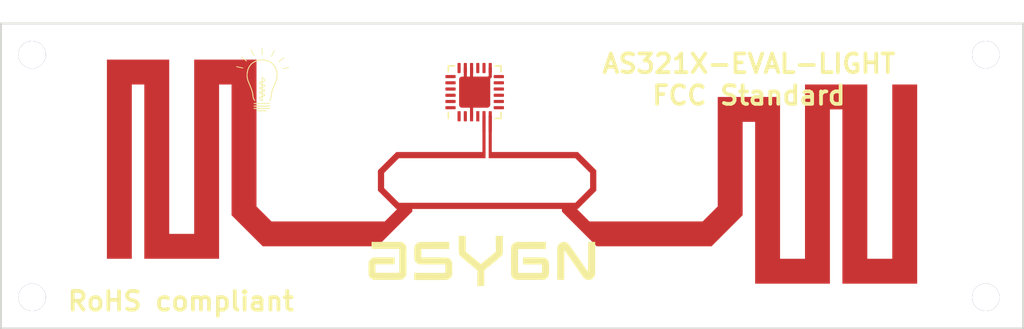
<source format=kicad_pcb>
(kicad_pcb (version 4) (generator "gerbview") (generator_version "8.0")
  (layers (0 F.Cu signal) (31 B.Cu signal) (34 B.Paste user) (35 F.Paste user) (36 B.SilkS user) (37 F.SilkS user) (38 B.Mask user) (39 F.Mask user) (44 Edge.Cuts user))
  (gr_line (start 61 117) (end 143 117) (layer Edge.Cuts) (width 0.15))
  (gr_line (start 61 92.5) (end 61 117) (layer Edge.Cuts) (width 0.15))
  (gr_line (start 61 92.5) (end 143 92.5) (layer Edge.Cuts) (width 0.15))
  (gr_line (start 143 92.5) (end 143 117) (layer Edge.Cuts) (width 0.15))
  (gr_line (start 67.61657 115.48657) (end 67.11657 114.77229) (layer F.SilkS) (width 0.3))
  (gr_line (start 66.75943 115.48657) (end 66.75943 113.98657) (layer F.SilkS) (width 0.3))
  (gr_line (start 66.75943 113.98657) (end 67.33086 113.98657) (layer F.SilkS) (width 0.3))
  (gr_line (start 67.33086 113.98657) (end 67.47371 114.058) (layer F.SilkS) (width 0.3))
  (gr_line (start 67.47371 114.058) (end 67.54514 114.12943) (layer F.SilkS) (width 0.3))
  (gr_line (start 67.54514 114.12943) (end 67.61657 114.27229) (layer F.SilkS) (width 0.3))
  (gr_line (start 67.61657 114.27229) (end 67.61657 114.48657) (layer F.SilkS) (width 0.3))
  (gr_line (start 67.61657 114.48657) (end 67.54514 114.62943) (layer F.SilkS) (width 0.3))
  (gr_line (start 67.54514 114.62943) (end 67.47371 114.70086) (layer F.SilkS) (width 0.3))
  (gr_line (start 67.47371 114.70086) (end 67.33086 114.77229) (layer F.SilkS) (width 0.3))
  (gr_line (start 67.33086 114.77229) (end 66.75943 114.77229) (layer F.SilkS) (width 0.3))
  (gr_line (start 68.47371 115.48657) (end 68.33086 115.41514) (layer F.SilkS) (width 0.3))
  (gr_line (start 68.33086 115.41514) (end 68.25943 115.34371) (layer F.SilkS) (width 0.3))
  (gr_line (start 68.25943 115.34371) (end 68.188 115.20086) (layer F.SilkS) (width 0.3))
  (gr_line (start 68.188 115.20086) (end 68.188 114.77229) (layer F.SilkS) (width 0.3))
  (gr_line (start 68.188 114.77229) (end 68.25943 114.62943) (layer F.SilkS) (width 0.3))
  (gr_line (start 68.25943 114.62943) (end 68.33086 114.558) (layer F.SilkS) (width 0.3))
  (gr_line (start 68.33086 114.558) (end 68.47371 114.48657) (layer F.SilkS) (width 0.3))
  (gr_line (start 68.47371 114.48657) (end 68.688 114.48657) (layer F.SilkS) (width 0.3))
  (gr_line (start 68.688 114.48657) (end 68.83086 114.558) (layer F.SilkS) (width 0.3))
  (gr_line (start 68.83086 114.558) (end 68.90229 114.62943) (layer F.SilkS) (width 0.3))
  (gr_line (start 68.90229 114.62943) (end 68.97371 114.77229) (layer F.SilkS) (width 0.3))
  (gr_line (start 68.97371 114.77229) (end 68.97371 115.20086) (layer F.SilkS) (width 0.3))
  (gr_line (start 68.97371 115.20086) (end 68.90229 115.34371) (layer F.SilkS) (width 0.3))
  (gr_line (start 68.90229 115.34371) (end 68.83086 115.41514) (layer F.SilkS) (width 0.3))
  (gr_line (start 68.83086 115.41514) (end 68.688 115.48657) (layer F.SilkS) (width 0.3))
  (gr_line (start 68.688 115.48657) (end 68.47371 115.48657) (layer F.SilkS) (width 0.3))
  (gr_line (start 69.61657 115.48657) (end 69.61657 113.98657) (layer F.SilkS) (width 0.3))
  (gr_line (start 69.61657 114.70086) (end 70.47371 114.70086) (layer F.SilkS) (width 0.3))
  (gr_line (start 70.47371 115.48657) (end 70.47371 113.98657) (layer F.SilkS) (width 0.3))
  (gr_line (start 71.11657 115.41514) (end 71.33086 115.48657) (layer F.SilkS) (width 0.3))
  (gr_line (start 71.33086 115.48657) (end 71.688 115.48657) (layer F.SilkS) (width 0.3))
  (gr_line (start 71.688 115.48657) (end 71.83086 115.41514) (layer F.SilkS) (width 0.3))
  (gr_line (start 71.83086 115.41514) (end 71.90229 115.34371) (layer F.SilkS) (width 0.3))
  (gr_line (start 71.90229 115.34371) (end 71.97371 115.20086) (layer F.SilkS) (width 0.3))
  (gr_line (start 71.97371 115.20086) (end 71.97371 115.058) (layer F.SilkS) (width 0.3))
  (gr_line (start 71.97371 115.058) (end 71.90229 114.91514) (layer F.SilkS) (width 0.3))
  (gr_line (start 71.90229 114.91514) (end 71.83086 114.84371) (layer F.SilkS) (width 0.3))
  (gr_line (start 71.83086 114.84371) (end 71.688 114.77229) (layer F.SilkS) (width 0.3))
  (gr_line (start 71.688 114.77229) (end 71.40229 114.70086) (layer F.SilkS) (width 0.3))
  (gr_line (start 71.40229 114.70086) (end 71.25943 114.62943) (layer F.SilkS) (width 0.3))
  (gr_line (start 71.25943 114.62943) (end 71.188 114.558) (layer F.SilkS) (width 0.3))
  (gr_line (start 71.188 114.558) (end 71.11657 114.41514) (layer F.SilkS) (width 0.3))
  (gr_line (start 71.11657 114.41514) (end 71.11657 114.27229) (layer F.SilkS) (width 0.3))
  (gr_line (start 71.11657 114.27229) (end 71.188 114.12943) (layer F.SilkS) (width 0.3))
  (gr_line (start 71.188 114.12943) (end 71.25943 114.058) (layer F.SilkS) (width 0.3))
  (gr_line (start 71.25943 114.058) (end 71.40229 113.98657) (layer F.SilkS) (width 0.3))
  (gr_line (start 71.40229 113.98657) (end 71.75943 113.98657) (layer F.SilkS) (width 0.3))
  (gr_line (start 71.75943 113.98657) (end 71.97371 114.058) (layer F.SilkS) (width 0.3))
  (gr_line (start 74.40229 115.41514) (end 74.25943 115.48657) (layer F.SilkS) (width 0.3))
  (gr_line (start 74.25943 115.48657) (end 73.97371 115.48657) (layer F.SilkS) (width 0.3))
  (gr_line (start 73.97371 115.48657) (end 73.83086 115.41514) (layer F.SilkS) (width 0.3))
  (gr_line (start 73.83086 115.41514) (end 73.75943 115.34371) (layer F.SilkS) (width 0.3))
  (gr_line (start 73.75943 115.34371) (end 73.688 115.20086) (layer F.SilkS) (width 0.3))
  (gr_line (start 73.688 115.20086) (end 73.688 114.77229) (layer F.SilkS) (width 0.3))
  (gr_line (start 73.688 114.77229) (end 73.75943 114.62943) (layer F.SilkS) (width 0.3))
  (gr_line (start 73.75943 114.62943) (end 73.83086 114.558) (layer F.SilkS) (width 0.3))
  (gr_line (start 73.83086 114.558) (end 73.97371 114.48657) (layer F.SilkS) (width 0.3))
  (gr_line (start 73.97371 114.48657) (end 74.25943 114.48657) (layer F.SilkS) (width 0.3))
  (gr_line (start 74.25943 114.48657) (end 74.40229 114.558) (layer F.SilkS) (width 0.3))
  (gr_line (start 75.25943 115.48657) (end 75.11657 115.41514) (layer F.SilkS) (width 0.3))
  (gr_line (start 75.11657 115.41514) (end 75.04514 115.34371) (layer F.SilkS) (width 0.3))
  (gr_line (start 75.04514 115.34371) (end 74.97371 115.20086) (layer F.SilkS) (width 0.3))
  (gr_line (start 74.97371 115.20086) (end 74.97371 114.77229) (layer F.SilkS) (width 0.3))
  (gr_line (start 74.97371 114.77229) (end 75.04514 114.62943) (layer F.SilkS) (width 0.3))
  (gr_line (start 75.04514 114.62943) (end 75.11657 114.558) (layer F.SilkS) (width 0.3))
  (gr_line (start 75.11657 114.558) (end 75.25943 114.48657) (layer F.SilkS) (width 0.3))
  (gr_line (start 75.25943 114.48657) (end 75.47371 114.48657) (layer F.SilkS) (width 0.3))
  (gr_line (start 75.47371 114.48657) (end 75.61657 114.558) (layer F.SilkS) (width 0.3))
  (gr_line (start 75.61657 114.558) (end 75.688 114.62943) (layer F.SilkS) (width 0.3))
  (gr_line (start 75.688 114.62943) (end 75.75943 114.77229) (layer F.SilkS) (width 0.3))
  (gr_line (start 75.75943 114.77229) (end 75.75943 115.20086) (layer F.SilkS) (width 0.3))
  (gr_line (start 75.75943 115.20086) (end 75.688 115.34371) (layer F.SilkS) (width 0.3))
  (gr_line (start 75.688 115.34371) (end 75.61657 115.41514) (layer F.SilkS) (width 0.3))
  (gr_line (start 75.61657 115.41514) (end 75.47371 115.48657) (layer F.SilkS) (width 0.3))
  (gr_line (start 75.47371 115.48657) (end 75.25943 115.48657) (layer F.SilkS) (width 0.3))
  (gr_line (start 76.40229 115.48657) (end 76.40229 114.48657) (layer F.SilkS) (width 0.3))
  (gr_line (start 76.40229 114.62943) (end 76.47371 114.558) (layer F.SilkS) (width 0.3))
  (gr_line (start 76.47371 114.558) (end 76.61657 114.48657) (layer F.SilkS) (width 0.3))
  (gr_line (start 76.61657 114.48657) (end 76.83086 114.48657) (layer F.SilkS) (width 0.3))
  (gr_line (start 76.83086 114.48657) (end 76.97371 114.558) (layer F.SilkS) (width 0.3))
  (gr_line (start 76.97371 114.558) (end 77.04514 114.70086) (layer F.SilkS) (width 0.3))
  (gr_line (start 77.04514 114.70086) (end 77.04514 115.48657) (layer F.SilkS) (width 0.3))
  (gr_line (start 77.04514 114.70086) (end 77.11657 114.558) (layer F.SilkS) (width 0.3))
  (gr_line (start 77.11657 114.558) (end 77.25943 114.48657) (layer F.SilkS) (width 0.3))
  (gr_line (start 77.25943 114.48657) (end 77.47371 114.48657) (layer F.SilkS) (width 0.3))
  (gr_line (start 77.47371 114.48657) (end 77.61657 114.558) (layer F.SilkS) (width 0.3))
  (gr_line (start 77.61657 114.558) (end 77.688 114.70086) (layer F.SilkS) (width 0.3))
  (gr_line (start 77.688 114.70086) (end 77.688 115.48657) (layer F.SilkS) (width 0.3))
  (gr_line (start 78.40229 114.48657) (end 78.40229 115.98657) (layer F.SilkS) (width 0.3))
  (gr_line (start 78.40229 114.558) (end 78.54514 114.48657) (layer F.SilkS) (width 0.3))
  (gr_line (start 78.54514 114.48657) (end 78.83086 114.48657) (layer F.SilkS) (width 0.3))
  (gr_line (start 78.83086 114.48657) (end 78.97371 114.558) (layer F.SilkS) (width 0.3))
  (gr_line (start 78.97371 114.558) (end 79.04514 114.62943) (layer F.SilkS) (width 0.3))
  (gr_line (start 79.04514 114.62943) (end 79.11657 114.77229) (layer F.SilkS) (width 0.3))
  (gr_line (start 79.11657 114.77229) (end 79.11657 115.20086) (layer F.SilkS) (width 0.3))
  (gr_line (start 79.11657 115.20086) (end 79.04514 115.34371) (layer F.SilkS) (width 0.3))
  (gr_line (start 79.04514 115.34371) (end 78.97371 115.41514) (layer F.SilkS) (width 0.3))
  (gr_line (start 78.97371 115.41514) (end 78.83086 115.48657) (layer F.SilkS) (width 0.3))
  (gr_line (start 78.83086 115.48657) (end 78.54514 115.48657) (layer F.SilkS) (width 0.3))
  (gr_line (start 78.54514 115.48657) (end 78.40229 115.41514) (layer F.SilkS) (width 0.3))
  (gr_line (start 79.97371 115.48657) (end 79.83086 115.41514) (layer F.SilkS) (width 0.3))
  (gr_line (start 79.83086 115.41514) (end 79.75943 115.27229) (layer F.SilkS) (width 0.3))
  (gr_line (start 79.75943 115.27229) (end 79.75943 113.98657) (layer F.SilkS) (width 0.3))
  (gr_line (start 80.54514 115.48657) (end 80.54514 114.48657) (layer F.SilkS) (width 0.3))
  (gr_line (start 80.54514 113.98657) (end 80.47371 114.058) (layer F.SilkS) (width 0.3))
  (gr_line (start 80.47371 114.058) (end 80.54514 114.12943) (layer F.SilkS) (width 0.3))
  (gr_line (start 80.54514 114.12943) (end 80.61657 114.058) (layer F.SilkS) (width 0.3))
  (gr_line (start 80.61657 114.058) (end 80.54514 113.98657) (layer F.SilkS) (width 0.3))
  (gr_line (start 80.54514 113.98657) (end 80.54514 114.12943) (layer F.SilkS) (width 0.3))
  (gr_line (start 81.90229 115.48657) (end 81.90229 114.70086) (layer F.SilkS) (width 0.3))
  (gr_line (start 81.90229 114.70086) (end 81.83086 114.558) (layer F.SilkS) (width 0.3))
  (gr_line (start 81.83086 114.558) (end 81.688 114.48657) (layer F.SilkS) (width 0.3))
  (gr_line (start 81.688 114.48657) (end 81.40229 114.48657) (layer F.SilkS) (width 0.3))
  (gr_line (start 81.40229 114.48657) (end 81.25943 114.558) (layer F.SilkS) (width 0.3))
  (gr_line (start 81.90229 115.41514) (end 81.75943 115.48657) (layer F.SilkS) (width 0.3))
  (gr_line (start 81.75943 115.48657) (end 81.40229 115.48657) (layer F.SilkS) (width 0.3))
  (gr_line (start 81.40229 115.48657) (end 81.25943 115.41514) (layer F.SilkS) (width 0.3))
  (gr_line (start 81.25943 115.41514) (end 81.188 115.27229) (layer F.SilkS) (width 0.3))
  (gr_line (start 81.188 115.27229) (end 81.188 115.12943) (layer F.SilkS) (width 0.3))
  (gr_line (start 81.188 115.12943) (end 81.25943 114.98657) (layer F.SilkS) (width 0.3))
  (gr_line (start 81.25943 114.98657) (end 81.40229 114.91514) (layer F.SilkS) (width 0.3))
  (gr_line (start 81.40229 114.91514) (end 81.75943 114.91514) (layer F.SilkS) (width 0.3))
  (gr_line (start 81.75943 114.91514) (end 81.90229 114.84371) (layer F.SilkS) (width 0.3))
  (gr_line (start 82.61657 114.48657) (end 82.61657 115.48657) (layer F.SilkS) (width 0.3))
  (gr_line (start 82.61657 114.62943) (end 82.688 114.558) (layer F.SilkS) (width 0.3))
  (gr_line (start 82.688 114.558) (end 82.83086 114.48657) (layer F.SilkS) (width 0.3))
  (gr_line (start 82.83086 114.48657) (end 83.04514 114.48657) (layer F.SilkS) (width 0.3))
  (gr_line (start 83.04514 114.48657) (end 83.188 114.558) (layer F.SilkS) (width 0.3))
  (gr_line (start 83.188 114.558) (end 83.25943 114.70086) (layer F.SilkS) (width 0.3))
  (gr_line (start 83.25943 114.70086) (end 83.25943 115.48657) (layer F.SilkS) (width 0.3))
  (gr_line (start 83.75943 114.48657) (end 84.33086 114.48657) (layer F.SilkS) (width 0.3))
  (gr_line (start 83.97371 113.98657) (end 83.97371 115.27229) (layer F.SilkS) (width 0.3))
  (gr_line (start 83.97371 115.27229) (end 84.04514 115.41514) (layer F.SilkS) (width 0.3))
  (gr_line (start 84.04514 115.41514) (end 84.188 115.48657) (layer F.SilkS) (width 0.3))
  (gr_line (start 84.188 115.48657) (end 84.33086 115.48657) (layer F.SilkS) (width 0.3))
  (gr_line (start 109.57143 95.975) (end 110.28571 95.975) (layer F.SilkS) (width 0.3))
  (gr_line (start 109.42857 96.40357) (end 109.92857 94.90357) (layer F.SilkS) (width 0.3))
  (gr_line (start 109.92857 94.90357) (end 110.42857 96.40357) (layer F.SilkS) (width 0.3))
  (gr_line (start 110.85714 96.33214) (end 111.07143 96.40357) (layer F.SilkS) (width 0.3))
  (gr_line (start 111.07143 96.40357) (end 111.42857 96.40357) (layer F.SilkS) (width 0.3))
  (gr_line (start 111.42857 96.40357) (end 111.57143 96.33214) (layer F.SilkS) (width 0.3))
  (gr_line (start 111.57143 96.33214) (end 111.64286 96.26071) (layer F.SilkS) (width 0.3))
  (gr_line (start 111.64286 96.26071) (end 111.71429 96.11786) (layer F.SilkS) (width 0.3))
  (gr_line (start 111.71429 96.11786) (end 111.71429 95.975) (layer F.SilkS) (width 0.3))
  (gr_line (start 111.71429 95.975) (end 111.64286 95.83214) (layer F.SilkS) (width 0.3))
  (gr_line (start 111.64286 95.83214) (end 111.57143 95.76071) (layer F.SilkS) (width 0.3))
  (gr_line (start 111.57143 95.76071) (end 111.42857 95.68929) (layer F.SilkS) (width 0.3))
  (gr_line (start 111.42857 95.68929) (end 111.14286 95.61786) (layer F.SilkS) (width 0.3))
  (gr_line (start 111.14286 95.61786) (end 111 95.54643) (layer F.SilkS) (width 0.3))
  (gr_line (start 111 95.54643) (end 110.92857 95.475) (layer F.SilkS) (width 0.3))
  (gr_line (start 110.92857 95.475) (end 110.85714 95.33214) (layer F.SilkS) (width 0.3))
  (gr_line (start 110.85714 95.33214) (end 110.85714 95.18929) (layer F.SilkS) (width 0.3))
  (gr_line (start 110.85714 95.18929) (end 110.92857 95.04643) (layer F.SilkS) (width 0.3))
  (gr_line (start 110.92857 95.04643) (end 111 94.975) (layer F.SilkS) (width 0.3))
  (gr_line (start 111 94.975) (end 111.14286 94.90357) (layer F.SilkS) (width 0.3))
  (gr_line (start 111.14286 94.90357) (end 111.5 94.90357) (layer F.SilkS) (width 0.3))
  (gr_line (start 111.5 94.90357) (end 111.71429 94.975) (layer F.SilkS) (width 0.3))
  (gr_line (start 112.21429 94.90357) (end 113.14286 94.90357) (layer F.SilkS) (width 0.3))
  (gr_line (start 113.14286 94.90357) (end 112.64286 95.475) (layer F.SilkS) (width 0.3))
  (gr_line (start 112.64286 95.475) (end 112.85714 95.475) (layer F.SilkS) (width 0.3))
  (gr_line (start 112.85714 95.475) (end 113 95.54643) (layer F.SilkS) (width 0.3))
  (gr_line (start 113 95.54643) (end 113.07143 95.61786) (layer F.SilkS) (width 0.3))
  (gr_line (start 113.07143 95.61786) (end 113.14286 95.76071) (layer F.SilkS) (width 0.3))
  (gr_line (start 113.14286 95.76071) (end 113.14286 96.11786) (layer F.SilkS) (width 0.3))
  (gr_line (start 113.14286 96.11786) (end 113.07143 96.26071) (layer F.SilkS) (width 0.3))
  (gr_line (start 113.07143 96.26071) (end 113 96.33214) (layer F.SilkS) (width 0.3))
  (gr_line (start 113 96.33214) (end 112.85714 96.40357) (layer F.SilkS) (width 0.3))
  (gr_line (start 112.85714 96.40357) (end 112.42857 96.40357) (layer F.SilkS) (width 0.3))
  (gr_line (start 112.42857 96.40357) (end 112.28571 96.33214) (layer F.SilkS) (width 0.3))
  (gr_line (start 112.28571 96.33214) (end 112.21429 96.26071) (layer F.SilkS) (width 0.3))
  (gr_line (start 113.71429 95.04643) (end 113.78571 94.975) (layer F.SilkS) (width 0.3))
  (gr_line (start 113.78571 94.975) (end 113.92857 94.90357) (layer F.SilkS) (width 0.3))
  (gr_line (start 113.92857 94.90357) (end 114.28571 94.90357) (layer F.SilkS) (width 0.3))
  (gr_line (start 114.28571 94.90357) (end 114.42857 94.975) (layer F.SilkS) (width 0.3))
  (gr_line (start 114.42857 94.975) (end 114.5 95.04643) (layer F.SilkS) (width 0.3))
  (gr_line (start 114.5 95.04643) (end 114.57143 95.18929) (layer F.SilkS) (width 0.3))
  (gr_line (start 114.57143 95.18929) (end 114.57143 95.33214) (layer F.SilkS) (width 0.3))
  (gr_line (start 114.57143 95.33214) (end 114.5 95.54643) (layer F.SilkS) (width 0.3))
  (gr_line (start 114.5 95.54643) (end 113.64286 96.40357) (layer F.SilkS) (width 0.3))
  (gr_line (start 113.64286 96.40357) (end 114.57143 96.40357) (layer F.SilkS) (width 0.3))
  (gr_line (start 116 96.40357) (end 115.14286 96.40357) (layer F.SilkS) (width 0.3))
  (gr_line (start 115.57143 96.40357) (end 115.57143 94.90357) (layer F.SilkS) (width 0.3))
  (gr_line (start 115.57143 94.90357) (end 115.42857 95.11786) (layer F.SilkS) (width 0.3))
  (gr_line (start 115.42857 95.11786) (end 115.28571 95.26071) (layer F.SilkS) (width 0.3))
  (gr_line (start 115.28571 95.26071) (end 115.14286 95.33214) (layer F.SilkS) (width 0.3))
  (gr_line (start 116.5 94.90357) (end 117.5 96.40357) (layer F.SilkS) (width 0.3))
  (gr_line (start 117.5 94.90357) (end 116.5 96.40357) (layer F.SilkS) (width 0.3))
  (gr_line (start 118.07143 95.83214) (end 119.21429 95.83214) (layer F.SilkS) (width 0.3))
  (gr_line (start 119.92857 95.61786) (end 120.42857 95.61786) (layer F.SilkS) (width 0.3))
  (gr_line (start 120.64286 96.40357) (end 119.92857 96.40357) (layer F.SilkS) (width 0.3))
  (gr_line (start 119.92857 96.40357) (end 119.92857 94.90357) (layer F.SilkS) (width 0.3))
  (gr_line (start 119.92857 94.90357) (end 120.64286 94.90357) (layer F.SilkS) (width 0.3))
  (gr_line (start 121.07143 94.90357) (end 121.57143 96.40357) (layer F.SilkS) (width 0.3))
  (gr_line (start 121.57143 96.40357) (end 122.07143 94.90357) (layer F.SilkS) (width 0.3))
  (gr_line (start 122.5 95.975) (end 123.21429 95.975) (layer F.SilkS) (width 0.3))
  (gr_line (start 122.35714 96.40357) (end 122.85714 94.90357) (layer F.SilkS) (width 0.3))
  (gr_line (start 122.85714 94.90357) (end 123.35714 96.40357) (layer F.SilkS) (width 0.3))
  (gr_line (start 124.57143 96.40357) (end 123.85714 96.40357) (layer F.SilkS) (width 0.3))
  (gr_line (start 123.85714 96.40357) (end 123.85714 94.90357) (layer F.SilkS) (width 0.3))
  (gr_line (start 125.07143 95.83214) (end 126.21429 95.83214) (layer F.SilkS) (width 0.3))
  (gr_line (start 127.64286 96.40357) (end 126.92857 96.40357) (layer F.SilkS) (width 0.3))
  (gr_line (start 126.92857 96.40357) (end 126.92857 94.90357) (layer F.SilkS) (width 0.3))
  (gr_line (start 128.14286 96.40357) (end 128.14286 94.90357) (layer F.SilkS) (width 0.3))
  (gr_line (start 129.64286 94.975) (end 129.5 94.90357) (layer F.SilkS) (width 0.3))
  (gr_line (start 129.5 94.90357) (end 129.28571 94.90357) (layer F.SilkS) (width 0.3))
  (gr_line (start 129.28571 94.90357) (end 129.07143 94.975) (layer F.SilkS) (width 0.3))
  (gr_line (start 129.07143 94.975) (end 128.92857 95.11786) (layer F.SilkS) (width 0.3))
  (gr_line (start 128.92857 95.11786) (end 128.85714 95.26071) (layer F.SilkS) (width 0.3))
  (gr_line (start 128.85714 95.26071) (end 128.78571 95.54643) (layer F.SilkS) (width 0.3))
  (gr_line (start 128.78571 95.54643) (end 128.78571 95.76071) (layer F.SilkS) (width 0.3))
  (gr_line (start 128.78571 95.76071) (end 128.85714 96.04643) (layer F.SilkS) (width 0.3))
  (gr_line (start 128.85714 96.04643) (end 128.92857 96.18929) (layer F.SilkS) (width 0.3))
  (gr_line (start 128.92857 96.18929) (end 129.07143 96.33214) (layer F.SilkS) (width 0.3))
  (gr_line (start 129.07143 96.33214) (end 129.28571 96.40357) (layer F.SilkS) (width 0.3))
  (gr_line (start 129.28571 96.40357) (end 129.42857 96.40357) (layer F.SilkS) (width 0.3))
  (gr_line (start 129.42857 96.40357) (end 129.64286 96.33214) (layer F.SilkS) (width 0.3))
  (gr_line (start 129.64286 96.33214) (end 129.71429 96.26071) (layer F.SilkS) (width 0.3))
  (gr_line (start 129.71429 96.26071) (end 129.71429 95.76071) (layer F.SilkS) (width 0.3))
  (gr_line (start 129.71429 95.76071) (end 129.42857 95.76071) (layer F.SilkS) (width 0.3))
  (gr_line (start 130.35714 96.40357) (end 130.35714 94.90357) (layer F.SilkS) (width 0.3))
  (gr_line (start 130.35714 95.61786) (end 131.21429 95.61786) (layer F.SilkS) (width 0.3))
  (gr_line (start 131.21429 96.40357) (end 131.21429 94.90357) (layer F.SilkS) (width 0.3))
  (gr_line (start 131.71429 94.90357) (end 132.57143 94.90357) (layer F.SilkS) (width 0.3))
  (gr_line (start 132.14286 96.40357) (end 132.14286 94.90357) (layer F.SilkS) (width 0.3))
  (gr_line (start 114.14286 98.16786) (end 113.64286 98.16786) (layer F.SilkS) (width 0.3))
  (gr_line (start 113.64286 98.95357) (end 113.64286 97.45357) (layer F.SilkS) (width 0.3))
  (gr_line (start 113.64286 97.45357) (end 114.35714 97.45357) (layer F.SilkS) (width 0.3))
  (gr_line (start 115.78571 98.81071) (end 115.71429 98.88214) (layer F.SilkS) (width 0.3))
  (gr_line (start 115.71429 98.88214) (end 115.5 98.95357) (layer F.SilkS) (width 0.3))
  (gr_line (start 115.5 98.95357) (end 115.35714 98.95357) (layer F.SilkS) (width 0.3))
  (gr_line (start 115.35714 98.95357) (end 115.14286 98.88214) (layer F.SilkS) (width 0.3))
  (gr_line (start 115.14286 98.88214) (end 115 98.73929) (layer F.SilkS) (width 0.3))
  (gr_line (start 115 98.73929) (end 114.92857 98.59643) (layer F.SilkS) (width 0.3))
  (gr_line (start 114.92857 98.59643) (end 114.85714 98.31071) (layer F.SilkS) (width 0.3))
  (gr_line (start 114.85714 98.31071) (end 114.85714 98.09643) (layer F.SilkS) (width 0.3))
  (gr_line (start 114.85714 98.09643) (end 114.92857 97.81071) (layer F.SilkS) (width 0.3))
  (gr_line (start 114.92857 97.81071) (end 115 97.66786) (layer F.SilkS) (width 0.3))
  (gr_line (start 115 97.66786) (end 115.14286 97.525) (layer F.SilkS) (width 0.3))
  (gr_line (start 115.14286 97.525) (end 115.35714 97.45357) (layer F.SilkS) (width 0.3))
  (gr_line (start 115.35714 97.45357) (end 115.5 97.45357) (layer F.SilkS) (width 0.3))
  (gr_line (start 115.5 97.45357) (end 115.71429 97.525) (layer F.SilkS) (width 0.3))
  (gr_line (start 115.71429 97.525) (end 115.78571 97.59643) (layer F.SilkS) (width 0.3))
  (gr_line (start 117.28571 98.81071) (end 117.21429 98.88214) (layer F.SilkS) (width 0.3))
  (gr_line (start 117.21429 98.88214) (end 117 98.95357) (layer F.SilkS) (width 0.3))
  (gr_line (start 117 98.95357) (end 116.85714 98.95357) (layer F.SilkS) (width 0.3))
  (gr_line (start 116.85714 98.95357) (end 116.64286 98.88214) (layer F.SilkS) (width 0.3))
  (gr_line (start 116.64286 98.88214) (end 116.5 98.73929) (layer F.SilkS) (width 0.3))
  (gr_line (start 116.5 98.73929) (end 116.42857 98.59643) (layer F.SilkS) (width 0.3))
  (gr_line (start 116.42857 98.59643) (end 116.35714 98.31071) (layer F.SilkS) (width 0.3))
  (gr_line (start 116.35714 98.31071) (end 116.35714 98.09643) (layer F.SilkS) (width 0.3))
  (gr_line (start 116.35714 98.09643) (end 116.42857 97.81071) (layer F.SilkS) (width 0.3))
  (gr_line (start 116.42857 97.81071) (end 116.5 97.66786) (layer F.SilkS) (width 0.3))
  (gr_line (start 116.5 97.66786) (end 116.64286 97.525) (layer F.SilkS) (width 0.3))
  (gr_line (start 116.64286 97.525) (end 116.85714 97.45357) (layer F.SilkS) (width 0.3))
  (gr_line (start 116.85714 97.45357) (end 117 97.45357) (layer F.SilkS) (width 0.3))
  (gr_line (start 117 97.45357) (end 117.21429 97.525) (layer F.SilkS) (width 0.3))
  (gr_line (start 117.21429 97.525) (end 117.28571 97.59643) (layer F.SilkS) (width 0.3))
  (gr_line (start 119 98.88214) (end 119.21429 98.95357) (layer F.SilkS) (width 0.3))
  (gr_line (start 119.21429 98.95357) (end 119.57143 98.95357) (layer F.SilkS) (width 0.3))
  (gr_line (start 119.57143 98.95357) (end 119.71429 98.88214) (layer F.SilkS) (width 0.3))
  (gr_line (start 119.71429 98.88214) (end 119.78571 98.81071) (layer F.SilkS) (width 0.3))
  (gr_line (start 119.78571 98.81071) (end 119.85714 98.66786) (layer F.SilkS) (width 0.3))
  (gr_line (start 119.85714 98.66786) (end 119.85714 98.525) (layer F.SilkS) (width 0.3))
  (gr_line (start 119.85714 98.525) (end 119.78571 98.38214) (layer F.SilkS) (width 0.3))
  (gr_line (start 119.78571 98.38214) (end 119.71429 98.31071) (layer F.SilkS) (width 0.3))
  (gr_line (start 119.71429 98.31071) (end 119.57143 98.23929) (layer F.SilkS) (width 0.3))
  (gr_line (start 119.57143 98.23929) (end 119.28571 98.16786) (layer F.SilkS) (width 0.3))
  (gr_line (start 119.28571 98.16786) (end 119.14286 98.09643) (layer F.SilkS) (width 0.3))
  (gr_line (start 119.14286 98.09643) (end 119.07143 98.025) (layer F.SilkS) (width 0.3))
  (gr_line (start 119.07143 98.025) (end 119 97.88214) (layer F.SilkS) (width 0.3))
  (gr_line (start 119 97.88214) (end 119 97.73929) (layer F.SilkS) (width 0.3))
  (gr_line (start 119 97.73929) (end 119.07143 97.59643) (layer F.SilkS) (width 0.3))
  (gr_line (start 119.07143 97.59643) (end 119.14286 97.525) (layer F.SilkS) (width 0.3))
  (gr_line (start 119.14286 97.525) (end 119.28571 97.45357) (layer F.SilkS) (width 0.3))
  (gr_line (start 119.28571 97.45357) (end 119.64286 97.45357) (layer F.SilkS) (width 0.3))
  (gr_line (start 119.64286 97.45357) (end 119.85714 97.525) (layer F.SilkS) (width 0.3))
  (gr_line (start 120.28571 97.95357) (end 120.85714 97.95357) (layer F.SilkS) (width 0.3))
  (gr_line (start 120.5 97.45357) (end 120.5 98.73929) (layer F.SilkS) (width 0.3))
  (gr_line (start 120.5 98.73929) (end 120.57143 98.88214) (layer F.SilkS) (width 0.3))
  (gr_line (start 120.57143 98.88214) (end 120.71429 98.95357) (layer F.SilkS) (width 0.3))
  (gr_line (start 120.71429 98.95357) (end 120.85714 98.95357) (layer F.SilkS) (width 0.3))
  (gr_line (start 122 98.95357) (end 122 98.16786) (layer F.SilkS) (width 0.3))
  (gr_line (start 122 98.16786) (end 121.92857 98.025) (layer F.SilkS) (width 0.3))
  (gr_line (start 121.92857 98.025) (end 121.78571 97.95357) (layer F.SilkS) (width 0.3))
  (gr_line (start 121.78571 97.95357) (end 121.5 97.95357) (layer F.SilkS) (width 0.3))
  (gr_line (start 121.5 97.95357) (end 121.35714 98.025) (layer F.SilkS) (width 0.3))
  (gr_line (start 122 98.88214) (end 121.85714 98.95357) (layer F.SilkS) (width 0.3))
  (gr_line (start 121.85714 98.95357) (end 121.5 98.95357) (layer F.SilkS) (width 0.3))
  (gr_line (start 121.5 98.95357) (end 121.35714 98.88214) (layer F.SilkS) (width 0.3))
  (gr_line (start 121.35714 98.88214) (end 121.28571 98.73929) (layer F.SilkS) (width 0.3))
  (gr_line (start 121.28571 98.73929) (end 121.28571 98.59643) (layer F.SilkS) (width 0.3))
  (gr_line (start 121.28571 98.59643) (end 121.35714 98.45357) (layer F.SilkS) (width 0.3))
  (gr_line (start 121.35714 98.45357) (end 121.5 98.38214) (layer F.SilkS) (width 0.3))
  (gr_line (start 121.5 98.38214) (end 121.85714 98.38214) (layer F.SilkS) (width 0.3))
  (gr_line (start 121.85714 98.38214) (end 122 98.31071) (layer F.SilkS) (width 0.3))
  (gr_line (start 122.71429 97.95357) (end 122.71429 98.95357) (layer F.SilkS) (width 0.3))
  (gr_line (start 122.71429 98.09643) (end 122.78571 98.025) (layer F.SilkS) (width 0.3))
  (gr_line (start 122.78571 98.025) (end 122.92857 97.95357) (layer F.SilkS) (width 0.3))
  (gr_line (start 122.92857 97.95357) (end 123.14286 97.95357) (layer F.SilkS) (width 0.3))
  (gr_line (start 123.14286 97.95357) (end 123.28571 98.025) (layer F.SilkS) (width 0.3))
  (gr_line (start 123.28571 98.025) (end 123.35714 98.16786) (layer F.SilkS) (width 0.3))
  (gr_line (start 123.35714 98.16786) (end 123.35714 98.95357) (layer F.SilkS) (width 0.3))
  (gr_line (start 124.71429 98.95357) (end 124.71429 97.45357) (layer F.SilkS) (width 0.3))
  (gr_line (start 124.71429 98.88214) (end 124.57143 98.95357) (layer F.SilkS) (width 0.3))
  (gr_line (start 124.57143 98.95357) (end 124.28571 98.95357) (layer F.SilkS) (width 0.3))
  (gr_line (start 124.28571 98.95357) (end 124.14286 98.88214) (layer F.SilkS) (width 0.3))
  (gr_line (start 124.14286 98.88214) (end 124.07143 98.81071) (layer F.SilkS) (width 0.3))
  (gr_line (start 124.07143 98.81071) (end 124 98.66786) (layer F.SilkS) (width 0.3))
  (gr_line (start 124 98.66786) (end 124 98.23929) (layer F.SilkS) (width 0.3))
  (gr_line (start 124 98.23929) (end 124.07143 98.09643) (layer F.SilkS) (width 0.3))
  (gr_line (start 124.07143 98.09643) (end 124.14286 98.025) (layer F.SilkS) (width 0.3))
  (gr_line (start 124.14286 98.025) (end 124.28571 97.95357) (layer F.SilkS) (width 0.3))
  (gr_line (start 124.28571 97.95357) (end 124.57143 97.95357) (layer F.SilkS) (width 0.3))
  (gr_line (start 124.57143 97.95357) (end 124.71429 98.025) (layer F.SilkS) (width 0.3))
  (gr_line (start 126.07143 98.95357) (end 126.07143 98.16786) (layer F.SilkS) (width 0.3))
  (gr_line (start 126.07143 98.16786) (end 126 98.025) (layer F.SilkS) (width 0.3))
  (gr_line (start 126 98.025) (end 125.85714 97.95357) (layer F.SilkS) (width 0.3))
  (gr_line (start 125.85714 97.95357) (end 125.57143 97.95357) (layer F.SilkS) (width 0.3))
  (gr_line (start 125.57143 97.95357) (end 125.42857 98.025) (layer F.SilkS) (width 0.3))
  (gr_line (start 126.07143 98.88214) (end 125.92857 98.95357) (layer F.SilkS) (width 0.3))
  (gr_line (start 125.92857 98.95357) (end 125.57143 98.95357) (layer F.SilkS) (width 0.3))
  (gr_line (start 125.57143 98.95357) (end 125.42857 98.88214) (layer F.SilkS) (width 0.3))
  (gr_line (start 125.42857 98.88214) (end 125.35714 98.73929) (layer F.SilkS) (width 0.3))
  (gr_line (start 125.35714 98.73929) (end 125.35714 98.59643) (layer F.SilkS) (width 0.3))
  (gr_line (start 125.35714 98.59643) (end 125.42857 98.45357) (layer F.SilkS) (width 0.3))
  (gr_line (start 125.42857 98.45357) (end 125.57143 98.38214) (layer F.SilkS) (width 0.3))
  (gr_line (start 125.57143 98.38214) (end 125.92857 98.38214) (layer F.SilkS) (width 0.3))
  (gr_line (start 125.92857 98.38214) (end 126.07143 98.31071) (layer F.SilkS) (width 0.3))
  (gr_line (start 126.78571 98.95357) (end 126.78571 97.95357) (layer F.SilkS) (width 0.3))
  (gr_line (start 126.78571 98.23929) (end 126.85714 98.09643) (layer F.SilkS) (width 0.3))
  (gr_line (start 126.85714 98.09643) (end 126.92857 98.025) (layer F.SilkS) (width 0.3))
  (gr_line (start 126.92857 98.025) (end 127.07143 97.95357) (layer F.SilkS) (width 0.3))
  (gr_line (start 127.07143 97.95357) (end 127.21429 97.95357) (layer F.SilkS) (width 0.3))
  (gr_line (start 128.35714 98.95357) (end 128.35714 97.45357) (layer F.SilkS) (width 0.3))
  (gr_line (start 128.35714 98.88214) (end 128.21429 98.95357) (layer F.SilkS) (width 0.3))
  (gr_line (start 128.21429 98.95357) (end 127.92857 98.95357) (layer F.SilkS) (width 0.3))
  (gr_line (start 127.92857 98.95357) (end 127.78571 98.88214) (layer F.SilkS) (width 0.3))
  (gr_line (start 127.78571 98.88214) (end 127.71429 98.81071) (layer F.SilkS) (width 0.3))
  (gr_line (start 127.71429 98.81071) (end 127.64286 98.66786) (layer F.SilkS) (width 0.3))
  (gr_line (start 127.64286 98.66786) (end 127.64286 98.23929) (layer F.SilkS) (width 0.3))
  (gr_line (start 127.64286 98.23929) (end 127.71429 98.09643) (layer F.SilkS) (width 0.3))
  (gr_line (start 127.71429 98.09643) (end 127.78571 98.025) (layer F.SilkS) (width 0.3))
  (gr_line (start 127.78571 98.025) (end 127.92857 97.95357) (layer F.SilkS) (width 0.3))
  (gr_line (start 127.92857 97.95357) (end 128.21429 97.95357) (layer F.SilkS) (width 0.3))
  (gr_line (start 128.21429 97.95357) (end 128.35714 98.025) (layer F.SilkS) (width 0.3))
  (gr_line (start 96.89216 99.6477) (end 96.89216 100.1227) (layer F.SilkS) (width 0.12))
  (gr_line (start 101.11216 95.9027) (end 100.63716 95.9027) (layer F.SilkS) (width 0.12))
  (gr_line (start 101.11216 96.3777) (end 101.11216 95.9027) (layer F.SilkS) (width 0.12))
  (gr_line (start 101.11216 100.1227) (end 100.63716 100.1227) (layer F.SilkS) (width 0.12))
  (gr_line (start 101.11216 99.6477) (end 101.11216 100.1227) (layer F.SilkS) (width 0.12))
  (gr_line (start 96.89216 95.9027) (end 97.36716 95.9027) (layer F.SilkS) (width 0.12))
  (gr_line (start 96.89216 96.3777) (end 96.89216 95.9027) (layer F.SilkS) (width 0.12))
  (gr_poly (pts (xy 108.66162 111.35848) (xy 108.66159 111.55807) (xy 108.66147 111.73752) (xy 108.66127 111.89788) (xy 108.66096 112.04016) (xy 108.66055 112.16542) (xy 108.66001 112.27468) (xy 108.65934 112.36897) (xy 108.65852 112.44934) (xy 108.65755 112.5168) (xy 108.65641 112.5724) (xy 108.6551 112.61717) (xy 108.6536 112.65215) (xy 108.65189 112.67836) (xy 108.64998 112.69684) (xy 108.64785 112.70863) (xy 108.64733 112.7105) (xy 108.60625 112.811) (xy 108.54882 112.89809) (xy 108.47526 112.97148) (xy 108.38583 113.0309) (xy 108.36737 113.04043) (xy 108.27693 113.08525) (xy 107.99857 113.08525) (xy 107.90941 113.0409) (xy 107.82685 112.99217) (xy 107.76599 112.94036) (xy 107.75319 112.92468) (xy 107.72913 112.89271) (xy 107.69461 112.84556) (xy 107.6504 112.78433) (xy 107.5973 112.71014) (xy 107.53609 112.6241) (xy 107.46756 112.52732) (xy 107.3925 112.42091) (xy 107.31169 112.30599) (xy 107.22593 112.18366) (xy 107.13599 112.05504) (xy 107.04266 111.92124) (xy 106.95107 111.7896) (xy 106.19042 110.69504) (xy 106.18772 111.89279) (xy 106.18503 113.09054) (xy 105.62421 113.09054) (xy 105.62421 111.81047) (xy 105.62428 111.59357) (xy 105.62452 111.39738) (xy 105.62491 111.22142) (xy 105.62547 111.06525) (xy 105.6262 110.92839) (xy 105.6271 110.8104) (xy 105.62817 110.7108) (xy 105.62943 110.62913) (xy 105.63087 110.56494) (xy 105.6325 110.51775) (xy 105.63432 110.48712) (xy 105.6359 110.47433) (xy 105.66442 110.38509) (xy 105.71045 110.29908) (xy 105.7705 110.22122) (xy 105.84108 110.15643) (xy 105.87995 110.13004) (xy 105.96077 110.09189) (xy 106.05133 110.06677) (xy 106.14333 110.05665) (xy 106.18653 110.05777) (xy 106.28878 110.07352) (xy 106.37895 110.10496) (xy 106.46071 110.15367) (xy 106.51358 110.19763) (xy 106.5264 110.21264) (xy 106.55064 110.24427) (xy 106.58573 110.29171) (xy 106.63109 110.35415) (xy 106.68614 110.43077) (xy 106.75032 110.52076) (xy 106.82303 110.62331) (xy 106.9037 110.73761) (xy 106.99176 110.86284) (xy 107.08663 110.9982) (xy 107.18773 111.14286) (xy 107.29448 111.29602) (xy 107.33379 111.35252) (xy 108.106 112.46276) (xy 108.10869 111.25794) (xy 108.11138 110.05312) (xy 108.66162 110.05312)) (layer F.SilkS) (width 0))
  (gr_line (start 108.66162 111.35848) (end 108.66159 111.55807) (layer F.SilkS) (width 0.01))
  (gr_line (start 108.66159 111.55807) (end 108.66147 111.73752) (layer F.SilkS) (width 0.01))
  (gr_line (start 108.66147 111.73752) (end 108.66127 111.89788) (layer F.SilkS) (width 0.01))
  (gr_line (start 108.66127 111.89788) (end 108.66096 112.04016) (layer F.SilkS) (width 0.01))
  (gr_line (start 108.66096 112.04016) (end 108.66055 112.16542) (layer F.SilkS) (width 0.01))
  (gr_line (start 108.66055 112.16542) (end 108.66001 112.27468) (layer F.SilkS) (width 0.01))
  (gr_line (start 108.66001 112.27468) (end 108.65934 112.36897) (layer F.SilkS) (width 0.01))
  (gr_line (start 108.65934 112.36897) (end 108.65852 112.44934) (layer F.SilkS) (width 0.01))
  (gr_line (start 108.65852 112.44934) (end 108.65755 112.5168) (layer F.SilkS) (width 0.01))
  (gr_line (start 108.65755 112.5168) (end 108.65641 112.5724) (layer F.SilkS) (width 0.01))
  (gr_line (start 108.65641 112.5724) (end 108.6551 112.61717) (layer F.SilkS) (width 0.01))
  (gr_line (start 108.6551 112.61717) (end 108.6536 112.65215) (layer F.SilkS) (width 0.01))
  (gr_line (start 108.6536 112.65215) (end 108.65189 112.67836) (layer F.SilkS) (width 0.01))
  (gr_line (start 108.65189 112.67836) (end 108.64998 112.69684) (layer F.SilkS) (width 0.01))
  (gr_line (start 108.64998 112.69684) (end 108.64785 112.70863) (layer F.SilkS) (width 0.01))
  (gr_line (start 108.64785 112.70863) (end 108.64733 112.7105) (layer F.SilkS) (width 0.01))
  (gr_line (start 108.64733 112.7105) (end 108.60625 112.811) (layer F.SilkS) (width 0.01))
  (gr_line (start 108.60625 112.811) (end 108.54882 112.89809) (layer F.SilkS) (width 0.01))
  (gr_line (start 108.54882 112.89809) (end 108.47526 112.97148) (layer F.SilkS) (width 0.01))
  (gr_line (start 108.47526 112.97148) (end 108.38583 113.0309) (layer F.SilkS) (width 0.01))
  (gr_line (start 108.38583 113.0309) (end 108.36737 113.04043) (layer F.SilkS) (width 0.01))
  (gr_line (start 108.36737 113.04043) (end 108.27693 113.08525) (layer F.SilkS) (width 0.01))
  (gr_line (start 108.27693 113.08525) (end 107.99857 113.08525) (layer F.SilkS) (width 0.01))
  (gr_line (start 107.99857 113.08525) (end 107.90941 113.0409) (layer F.SilkS) (width 0.01))
  (gr_line (start 107.90941 113.0409) (end 107.82685 112.99217) (layer F.SilkS) (width 0.01))
  (gr_line (start 107.82685 112.99217) (end 107.76599 112.94036) (layer F.SilkS) (width 0.01))
  (gr_line (start 107.76599 112.94036) (end 107.75319 112.92468) (layer F.SilkS) (width 0.01))
  (gr_line (start 107.75319 112.92468) (end 107.72913 112.89271) (layer F.SilkS) (width 0.01))
  (gr_line (start 107.72913 112.89271) (end 107.69461 112.84556) (layer F.SilkS) (width 0.01))
  (gr_line (start 107.69461 112.84556) (end 107.6504 112.78433) (layer F.SilkS) (width 0.01))
  (gr_line (start 107.6504 112.78433) (end 107.5973 112.71014) (layer F.SilkS) (width 0.01))
  (gr_line (start 107.5973 112.71014) (end 107.53609 112.6241) (layer F.SilkS) (width 0.01))
  (gr_line (start 107.53609 112.6241) (end 107.46756 112.52732) (layer F.SilkS) (width 0.01))
  (gr_line (start 107.46756 112.52732) (end 107.3925 112.42091) (layer F.SilkS) (width 0.01))
  (gr_line (start 107.3925 112.42091) (end 107.31169 112.30599) (layer F.SilkS) (width 0.01))
  (gr_line (start 107.31169 112.30599) (end 107.22593 112.18366) (layer F.SilkS) (width 0.01))
  (gr_line (start 107.22593 112.18366) (end 107.13599 112.05504) (layer F.SilkS) (width 0.01))
  (gr_line (start 107.13599 112.05504) (end 107.04266 111.92124) (layer F.SilkS) (width 0.01))
  (gr_line (start 107.04266 111.92124) (end 106.95107 111.7896) (layer F.SilkS) (width 0.01))
  (gr_line (start 106.95107 111.7896) (end 106.19042 110.69504) (layer F.SilkS) (width 0.01))
  (gr_line (start 106.19042 110.69504) (end 106.18772 111.89279) (layer F.SilkS) (width 0.01))
  (gr_line (start 106.18772 111.89279) (end 106.18503 113.09054) (layer F.SilkS) (width 0.01))
  (gr_line (start 106.18503 113.09054) (end 105.62421 113.09054) (layer F.SilkS) (width 0.01))
  (gr_line (start 105.62421 113.09054) (end 105.62421 111.81047) (layer F.SilkS) (width 0.01))
  (gr_line (start 105.62421 111.81047) (end 105.62428 111.59357) (layer F.SilkS) (width 0.01))
  (gr_line (start 105.62428 111.59357) (end 105.62452 111.39738) (layer F.SilkS) (width 0.01))
  (gr_line (start 105.62452 111.39738) (end 105.62491 111.22142) (layer F.SilkS) (width 0.01))
  (gr_line (start 105.62491 111.22142) (end 105.62547 111.06525) (layer F.SilkS) (width 0.01))
  (gr_line (start 105.62547 111.06525) (end 105.6262 110.92839) (layer F.SilkS) (width 0.01))
  (gr_line (start 105.6262 110.92839) (end 105.6271 110.8104) (layer F.SilkS) (width 0.01))
  (gr_line (start 105.6271 110.8104) (end 105.62817 110.7108) (layer F.SilkS) (width 0.01))
  (gr_line (start 105.62817 110.7108) (end 105.62943 110.62913) (layer F.SilkS) (width 0.01))
  (gr_line (start 105.62943 110.62913) (end 105.63087 110.56494) (layer F.SilkS) (width 0.01))
  (gr_line (start 105.63087 110.56494) (end 105.6325 110.51775) (layer F.SilkS) (width 0.01))
  (gr_line (start 105.6325 110.51775) (end 105.63432 110.48712) (layer F.SilkS) (width 0.01))
  (gr_line (start 105.63432 110.48712) (end 105.6359 110.47433) (layer F.SilkS) (width 0.01))
  (gr_line (start 105.6359 110.47433) (end 105.66442 110.38509) (layer F.SilkS) (width 0.01))
  (gr_line (start 105.66442 110.38509) (end 105.71045 110.29908) (layer F.SilkS) (width 0.01))
  (gr_line (start 105.71045 110.29908) (end 105.7705 110.22122) (layer F.SilkS) (width 0.01))
  (gr_line (start 105.7705 110.22122) (end 105.84108 110.15643) (layer F.SilkS) (width 0.01))
  (gr_line (start 105.84108 110.15643) (end 105.87995 110.13004) (layer F.SilkS) (width 0.01))
  (gr_line (start 105.87995 110.13004) (end 105.96077 110.09189) (layer F.SilkS) (width 0.01))
  (gr_line (start 105.96077 110.09189) (end 106.05133 110.06677) (layer F.SilkS) (width 0.01))
  (gr_line (start 106.05133 110.06677) (end 106.14333 110.05665) (layer F.SilkS) (width 0.01))
  (gr_line (start 106.14333 110.05665) (end 106.18653 110.05777) (layer F.SilkS) (width 0.01))
  (gr_line (start 106.18653 110.05777) (end 106.28878 110.07352) (layer F.SilkS) (width 0.01))
  (gr_line (start 106.28878 110.07352) (end 106.37895 110.10496) (layer F.SilkS) (width 0.01))
  (gr_line (start 106.37895 110.10496) (end 106.46071 110.15367) (layer F.SilkS) (width 0.01))
  (gr_line (start 106.46071 110.15367) (end 106.51358 110.19763) (layer F.SilkS) (width 0.01))
  (gr_line (start 106.51358 110.19763) (end 106.5264 110.21264) (layer F.SilkS) (width 0.01))
  (gr_line (start 106.5264 110.21264) (end 106.55064 110.24427) (layer F.SilkS) (width 0.01))
  (gr_line (start 106.55064 110.24427) (end 106.58573 110.29171) (layer F.SilkS) (width 0.01))
  (gr_line (start 106.58573 110.29171) (end 106.63109 110.35415) (layer F.SilkS) (width 0.01))
  (gr_line (start 106.63109 110.35415) (end 106.68614 110.43077) (layer F.SilkS) (width 0.01))
  (gr_line (start 106.68614 110.43077) (end 106.75032 110.52076) (layer F.SilkS) (width 0.01))
  (gr_line (start 106.75032 110.52076) (end 106.82303 110.62331) (layer F.SilkS) (width 0.01))
  (gr_line (start 106.82303 110.62331) (end 106.9037 110.73761) (layer F.SilkS) (width 0.01))
  (gr_line (start 106.9037 110.73761) (end 106.99176 110.86284) (layer F.SilkS) (width 0.01))
  (gr_line (start 106.99176 110.86284) (end 107.08663 110.9982) (layer F.SilkS) (width 0.01))
  (gr_line (start 107.08663 110.9982) (end 107.18773 111.14286) (layer F.SilkS) (width 0.01))
  (gr_line (start 107.18773 111.14286) (end 107.29448 111.29602) (layer F.SilkS) (width 0.01))
  (gr_line (start 107.29448 111.29602) (end 107.33379 111.35252) (layer F.SilkS) (width 0.01))
  (gr_line (start 107.33379 111.35252) (end 108.106 112.46276) (layer F.SilkS) (width 0.01))
  (gr_line (start 108.106 112.46276) (end 108.10869 111.25794) (layer F.SilkS) (width 0.01))
  (gr_line (start 108.10869 111.25794) (end 108.11138 110.05312) (layer F.SilkS) (width 0.01))
  (gr_line (start 108.11138 110.05312) (end 108.66162 110.05312) (layer F.SilkS) (width 0.01))
  (gr_line (start 108.66162 110.05312) (end 108.66162 111.35848) (layer F.SilkS) (width 0.01))
  (gr_poly (pts (xy 104.71404 110.61404) (xy 102.48096 110.61404) (xy 102.48096 112.5402) (xy 104.40712 112.5402) (xy 104.40712 111.85229) (xy 102.88312 111.85229) (xy 102.88312 111.30195) (xy 103.70111 111.30195) (xy 103.85803 111.30196) (xy 103.9953 111.30204) (xy 104.11442 111.3023) (xy 104.21689 111.30281) (xy 104.30422 111.30368) (xy 104.37793 111.305) (xy 104.43951 111.30685) (xy 104.49048 111.30934) (xy 104.53234 111.31255) (xy 104.5666 111.31658) (xy 104.59477 111.32152) (xy 104.61836 111.32746) (xy 104.63887 111.3345) (xy 104.6578 111.34272) (xy 104.67668 111.35223) (xy 104.697 111.36311) (xy 104.6971 111.36316) (xy 104.76221 111.40754) (xy 104.82434 111.46707) (xy 104.878 111.53587) (xy 104.90896 111.58921) (xy 104.92321 111.62027) (xy 104.9351 111.65209) (xy 104.9448 111.68679) (xy 104.95249 111.7265) (xy 104.95834 111.77335) (xy 104.96253 111.82947) (xy 104.96524 111.89699) (xy 104.96666 111.97804) (xy 104.96696 112.07475) (xy 104.96631 112.18924) (xy 104.96557 112.26504) (xy 104.96438 112.36834) (xy 104.96318 112.45282) (xy 104.96184 112.52085) (xy 104.96023 112.57478) (xy 104.95821 112.61695) (xy 104.95565 112.64973) (xy 104.95241 112.67547) (xy 104.94836 112.69652) (xy 104.94338 112.71523) (xy 104.93931 112.72804) (xy 104.89947 112.81728) (xy 104.84326 112.89871) (xy 104.77381 112.96938) (xy 104.69429 113.02635) (xy 104.60783 113.06669) (xy 104.56289 113.07972) (xy 104.54481 113.08142) (xy 104.50643 113.08299) (xy 104.4486 113.08442) (xy 104.37219 113.08571) (xy 104.27806 113.08684) (xy 104.16707 113.08782) (xy 104.04007 113.08862) (xy 103.89794 113.08925) (xy 103.74153 113.0897) (xy 103.5717 113.08995) (xy 103.43346 113.09001) (xy 102.34867 113.08999) (xy 102.27746 113.06572) (xy 102.2001 113.0317) (xy 102.12627 112.98522) (xy 102.06377 112.93137) (xy 102.05035 112.9168) (xy 102.01597 112.86929) (xy 101.9825 112.8092) (xy 101.95396 112.74487) (xy 101.93436 112.68465) (xy 101.93078 112.6684) (xy 101.9289 112.64772) (xy 101.9272 112.60773) (xy 101.92567 112.55025) (xy 101.92431 112.47705) (xy 101.92313 112.38994) (xy 101.92212 112.2907) (xy 101.92128 112.18112) (xy 101.92061 112.06299) (xy 101.92012 111.93811) (xy 101.91979 111.80826) (xy 101.91963 111.67524) (xy 101.91964 111.54084) (xy 101.91982 111.40685) (xy 101.92016 111.27506) (xy 101.92067 111.14726) (xy 101.92134 111.02524) (xy 101.92218 110.9108) (xy 101.92318 110.80572) (xy 101.92434 110.7118) (xy 101.92566 110.63083) (xy 101.92715 110.5646) (xy 101.92879 110.51489) (xy 101.9306 110.48351) (xy 101.93174 110.47433) (xy 101.95895 110.38877) (xy 102.0027 110.30591) (xy 102.05956 110.23022) (xy 102.12615 110.16614) (xy 102.19905 110.11812) (xy 102.20764 110.11384) (xy 102.2267 110.10464) (xy 102.24426 110.09642) (xy 102.26155 110.08913) (xy 102.27984 110.08271) (xy 102.30035 110.07711) (xy 102.32434 110.07228) (xy 102.35306 110.06814) (xy 102.38775 110.06466) (xy 102.42965 110.06178) (xy 102.48002 110.05943) (xy 102.5401 110.05756) (xy 102.61113 110.05612) (xy 102.69436 110.05505) (xy 102.79104 110.05429) (xy 102.90242 110.0538) (xy 103.02973 110.0535) (xy 103.17423 110.05336) (xy 103.33715 110.0533) (xy 103.51976 110.05328) (xy 103.55781 110.05328) (xy 104.71404 110.05312)) (layer F.SilkS) (width 0))
  (gr_line (start 104.71404 110.61404) (end 102.48096 110.61404) (layer F.SilkS) (width 0.01))
  (gr_line (start 102.48096 110.61404) (end 102.48096 112.5402) (layer F.SilkS) (width 0.01))
  (gr_line (start 102.48096 112.5402) (end 104.40712 112.5402) (layer F.SilkS) (width 0.01))
  (gr_line (start 104.40712 112.5402) (end 104.40712 111.85229) (layer F.SilkS) (width 0.01))
  (gr_line (start 104.40712 111.85229) (end 102.88312 111.85229) (layer F.SilkS) (width 0.01))
  (gr_line (start 102.88312 111.85229) (end 102.88312 111.30195) (layer F.SilkS) (width 0.01))
  (gr_line (start 102.88312 111.30195) (end 103.70111 111.30195) (layer F.SilkS) (width 0.01))
  (gr_line (start 103.70111 111.30195) (end 103.85803 111.30196) (layer F.SilkS) (width 0.01))
  (gr_line (start 103.85803 111.30196) (end 103.9953 111.30204) (layer F.SilkS) (width 0.01))
  (gr_line (start 103.9953 111.30204) (end 104.11442 111.3023) (layer F.SilkS) (width 0.01))
  (gr_line (start 104.11442 111.3023) (end 104.21689 111.30281) (layer F.SilkS) (width 0.01))
  (gr_line (start 104.21689 111.30281) (end 104.30422 111.30368) (layer F.SilkS) (width 0.01))
  (gr_line (start 104.30422 111.30368) (end 104.37793 111.305) (layer F.SilkS) (width 0.01))
  (gr_line (start 104.37793 111.305) (end 104.43951 111.30685) (layer F.SilkS) (width 0.01))
  (gr_line (start 104.43951 111.30685) (end 104.49048 111.30934) (layer F.SilkS) (width 0.01))
  (gr_line (start 104.49048 111.30934) (end 104.53234 111.31255) (layer F.SilkS) (width 0.01))
  (gr_line (start 104.53234 111.31255) (end 104.5666 111.31658) (layer F.SilkS) (width 0.01))
  (gr_line (start 104.5666 111.31658) (end 104.59477 111.32152) (layer F.SilkS) (width 0.01))
  (gr_line (start 104.59477 111.32152) (end 104.61836 111.32746) (layer F.SilkS) (width 0.01))
  (gr_line (start 104.61836 111.32746) (end 104.63887 111.3345) (layer F.SilkS) (width 0.01))
  (gr_line (start 104.63887 111.3345) (end 104.6578 111.34272) (layer F.SilkS) (width 0.01))
  (gr_line (start 104.6578 111.34272) (end 104.67668 111.35223) (layer F.SilkS) (width 0.01))
  (gr_line (start 104.67668 111.35223) (end 104.697 111.36311) (layer F.SilkS) (width 0.01))
  (gr_line (start 104.697 111.36311) (end 104.6971 111.36316) (layer F.SilkS) (width 0.01))
  (gr_line (start 104.6971 111.36316) (end 104.76221 111.40754) (layer F.SilkS) (width 0.01))
  (gr_line (start 104.76221 111.40754) (end 104.82434 111.46707) (layer F.SilkS) (width 0.01))
  (gr_line (start 104.82434 111.46707) (end 104.878 111.53587) (layer F.SilkS) (width 0.01))
  (gr_line (start 104.878 111.53587) (end 104.90896 111.58921) (layer F.SilkS) (width 0.01))
  (gr_line (start 104.90896 111.58921) (end 104.92321 111.62027) (layer F.SilkS) (width 0.01))
  (gr_line (start 104.92321 111.62027) (end 104.9351 111.65209) (layer F.SilkS) (width 0.01))
  (gr_line (start 104.9351 111.65209) (end 104.9448 111.68679) (layer F.SilkS) (width 0.01))
  (gr_line (start 104.9448 111.68679) (end 104.95249 111.7265) (layer F.SilkS) (width 0.01))
  (gr_line (start 104.95249 111.7265) (end 104.95834 111.77335) (layer F.SilkS) (width 0.01))
  (gr_line (start 104.95834 111.77335) (end 104.96253 111.82947) (layer F.SilkS) (width 0.01))
  (gr_line (start 104.96253 111.82947) (end 104.96524 111.89699) (layer F.SilkS) (width 0.01))
  (gr_line (start 104.96524 111.89699) (end 104.96666 111.97804) (layer F.SilkS) (width 0.01))
  (gr_line (start 104.96666 111.97804) (end 104.96696 112.07475) (layer F.SilkS) (width 0.01))
  (gr_line (start 104.96696 112.07475) (end 104.96631 112.18924) (layer F.SilkS) (width 0.01))
  (gr_line (start 104.96631 112.18924) (end 104.96557 112.26504) (layer F.SilkS) (width 0.01))
  (gr_line (start 104.96557 112.26504) (end 104.96438 112.36834) (layer F.SilkS) (width 0.01))
  (gr_line (start 104.96438 112.36834) (end 104.96318 112.45282) (layer F.SilkS) (width 0.01))
  (gr_line (start 104.96318 112.45282) (end 104.96184 112.52085) (layer F.SilkS) (width 0.01))
  (gr_line (start 104.96184 112.52085) (end 104.96023 112.57478) (layer F.SilkS) (width 0.01))
  (gr_line (start 104.96023 112.57478) (end 104.95821 112.61695) (layer F.SilkS) (width 0.01))
  (gr_line (start 104.95821 112.61695) (end 104.95565 112.64973) (layer F.SilkS) (width 0.01))
  (gr_line (start 104.95565 112.64973) (end 104.95241 112.67547) (layer F.SilkS) (width 0.01))
  (gr_line (start 104.95241 112.67547) (end 104.94836 112.69652) (layer F.SilkS) (width 0.01))
  (gr_line (start 104.94836 112.69652) (end 104.94338 112.71523) (layer F.SilkS) (width 0.01))
  (gr_line (start 104.94338 112.71523) (end 104.93931 112.72804) (layer F.SilkS) (width 0.01))
  (gr_line (start 104.93931 112.72804) (end 104.89947 112.81728) (layer F.SilkS) (width 0.01))
  (gr_line (start 104.89947 112.81728) (end 104.84326 112.89871) (layer F.SilkS) (width 0.01))
  (gr_line (start 104.84326 112.89871) (end 104.77381 112.96938) (layer F.SilkS) (width 0.01))
  (gr_line (start 104.77381 112.96938) (end 104.69429 113.02635) (layer F.SilkS) (width 0.01))
  (gr_line (start 104.69429 113.02635) (end 104.60783 113.06669) (layer F.SilkS) (width 0.01))
  (gr_line (start 104.60783 113.06669) (end 104.56289 113.07972) (layer F.SilkS) (width 0.01))
  (gr_line (start 104.56289 113.07972) (end 104.54481 113.08142) (layer F.SilkS) (width 0.01))
  (gr_line (start 104.54481 113.08142) (end 104.50643 113.08299) (layer F.SilkS) (width 0.01))
  (gr_line (start 104.50643 113.08299) (end 104.4486 113.08442) (layer F.SilkS) (width 0.01))
  (gr_line (start 104.4486 113.08442) (end 104.37219 113.08571) (layer F.SilkS) (width 0.01))
  (gr_line (start 104.37219 113.08571) (end 104.27806 113.08684) (layer F.SilkS) (width 0.01))
  (gr_line (start 104.27806 113.08684) (end 104.16707 113.08782) (layer F.SilkS) (width 0.01))
  (gr_line (start 104.16707 113.08782) (end 104.04007 113.08862) (layer F.SilkS) (width 0.01))
  (gr_line (start 104.04007 113.08862) (end 103.89794 113.08925) (layer F.SilkS) (width 0.01))
  (gr_line (start 103.89794 113.08925) (end 103.74153 113.0897) (layer F.SilkS) (width 0.01))
  (gr_line (start 103.74153 113.0897) (end 103.5717 113.08995) (layer F.SilkS) (width 0.01))
  (gr_line (start 103.5717 113.08995) (end 103.43346 113.09001) (layer F.SilkS) (width 0.01))
  (gr_line (start 103.43346 113.09001) (end 102.34867 113.08999) (layer F.SilkS) (width 0.01))
  (gr_line (start 102.34867 113.08999) (end 102.27746 113.06572) (layer F.SilkS) (width 0.01))
  (gr_line (start 102.27746 113.06572) (end 102.2001 113.0317) (layer F.SilkS) (width 0.01))
  (gr_line (start 102.2001 113.0317) (end 102.12627 112.98522) (layer F.SilkS) (width 0.01))
  (gr_line (start 102.12627 112.98522) (end 102.06377 112.93137) (layer F.SilkS) (width 0.01))
  (gr_line (start 102.06377 112.93137) (end 102.05035 112.9168) (layer F.SilkS) (width 0.01))
  (gr_line (start 102.05035 112.9168) (end 102.01597 112.86929) (layer F.SilkS) (width 0.01))
  (gr_line (start 102.01597 112.86929) (end 101.9825 112.8092) (layer F.SilkS) (width 0.01))
  (gr_line (start 101.9825 112.8092) (end 101.95396 112.74487) (layer F.SilkS) (width 0.01))
  (gr_line (start 101.95396 112.74487) (end 101.93436 112.68465) (layer F.SilkS) (width 0.01))
  (gr_line (start 101.93436 112.68465) (end 101.93078 112.6684) (layer F.SilkS) (width 0.01))
  (gr_line (start 101.93078 112.6684) (end 101.9289 112.64772) (layer F.SilkS) (width 0.01))
  (gr_line (start 101.9289 112.64772) (end 101.9272 112.60773) (layer F.SilkS) (width 0.01))
  (gr_line (start 101.9272 112.60773) (end 101.92567 112.55025) (layer F.SilkS) (width 0.01))
  (gr_line (start 101.92567 112.55025) (end 101.92431 112.47705) (layer F.SilkS) (width 0.01))
  (gr_line (start 101.92431 112.47705) (end 101.92313 112.38994) (layer F.SilkS) (width 0.01))
  (gr_line (start 101.92313 112.38994) (end 101.92212 112.2907) (layer F.SilkS) (width 0.01))
  (gr_line (start 101.92212 112.2907) (end 101.92128 112.18112) (layer F.SilkS) (width 0.01))
  (gr_line (start 101.92128 112.18112) (end 101.92061 112.06299) (layer F.SilkS) (width 0.01))
  (gr_line (start 101.92061 112.06299) (end 101.92012 111.93811) (layer F.SilkS) (width 0.01))
  (gr_line (start 101.92012 111.93811) (end 101.91979 111.80826) (layer F.SilkS) (width 0.01))
  (gr_line (start 101.91979 111.80826) (end 101.91963 111.67524) (layer F.SilkS) (width 0.01))
  (gr_line (start 101.91963 111.67524) (end 101.91964 111.54084) (layer F.SilkS) (width 0.01))
  (gr_line (start 101.91964 111.54084) (end 101.91982 111.40685) (layer F.SilkS) (width 0.01))
  (gr_line (start 101.91982 111.40685) (end 101.92016 111.27506) (layer F.SilkS) (width 0.01))
  (gr_line (start 101.92016 111.27506) (end 101.92067 111.14726) (layer F.SilkS) (width 0.01))
  (gr_line (start 101.92067 111.14726) (end 101.92134 111.02524) (layer F.SilkS) (width 0.01))
  (gr_line (start 101.92134 111.02524) (end 101.92218 110.9108) (layer F.SilkS) (width 0.01))
  (gr_line (start 101.92218 110.9108) (end 101.92318 110.80572) (layer F.SilkS) (width 0.01))
  (gr_line (start 101.92318 110.80572) (end 101.92434 110.7118) (layer F.SilkS) (width 0.01))
  (gr_line (start 101.92434 110.7118) (end 101.92566 110.63083) (layer F.SilkS) (width 0.01))
  (gr_line (start 101.92566 110.63083) (end 101.92715 110.5646) (layer F.SilkS) (width 0.01))
  (gr_line (start 101.92715 110.5646) (end 101.92879 110.51489) (layer F.SilkS) (width 0.01))
  (gr_line (start 101.92879 110.51489) (end 101.9306 110.48351) (layer F.SilkS) (width 0.01))
  (gr_line (start 101.9306 110.48351) (end 101.93174 110.47433) (layer F.SilkS) (width 0.01))
  (gr_line (start 101.93174 110.47433) (end 101.95895 110.38877) (layer F.SilkS) (width 0.01))
  (gr_line (start 101.95895 110.38877) (end 102.0027 110.30591) (layer F.SilkS) (width 0.01))
  (gr_line (start 102.0027 110.30591) (end 102.05956 110.23022) (layer F.SilkS) (width 0.01))
  (gr_line (start 102.05956 110.23022) (end 102.12615 110.16614) (layer F.SilkS) (width 0.01))
  (gr_line (start 102.12615 110.16614) (end 102.19905 110.11812) (layer F.SilkS) (width 0.01))
  (gr_line (start 102.19905 110.11812) (end 102.20764 110.11384) (layer F.SilkS) (width 0.01))
  (gr_line (start 102.20764 110.11384) (end 102.2267 110.10464) (layer F.SilkS) (width 0.01))
  (gr_line (start 102.2267 110.10464) (end 102.24426 110.09642) (layer F.SilkS) (width 0.01))
  (gr_line (start 102.24426 110.09642) (end 102.26155 110.08913) (layer F.SilkS) (width 0.01))
  (gr_line (start 102.26155 110.08913) (end 102.27984 110.08271) (layer F.SilkS) (width 0.01))
  (gr_line (start 102.27984 110.08271) (end 102.30035 110.07711) (layer F.SilkS) (width 0.01))
  (gr_line (start 102.30035 110.07711) (end 102.32434 110.07228) (layer F.SilkS) (width 0.01))
  (gr_line (start 102.32434 110.07228) (end 102.35306 110.06814) (layer F.SilkS) (width 0.01))
  (gr_line (start 102.35306 110.06814) (end 102.38775 110.06466) (layer F.SilkS) (width 0.01))
  (gr_line (start 102.38775 110.06466) (end 102.42965 110.06178) (layer F.SilkS) (width 0.01))
  (gr_line (start 102.42965 110.06178) (end 102.48002 110.05943) (layer F.SilkS) (width 0.01))
  (gr_line (start 102.48002 110.05943) (end 102.5401 110.05756) (layer F.SilkS) (width 0.01))
  (gr_line (start 102.5401 110.05756) (end 102.61113 110.05612) (layer F.SilkS) (width 0.01))
  (gr_line (start 102.61113 110.05612) (end 102.69436 110.05505) (layer F.SilkS) (width 0.01))
  (gr_line (start 102.69436 110.05505) (end 102.79104 110.05429) (layer F.SilkS) (width 0.01))
  (gr_line (start 102.79104 110.05429) (end 102.90242 110.0538) (layer F.SilkS) (width 0.01))
  (gr_line (start 102.90242 110.0538) (end 103.02973 110.0535) (layer F.SilkS) (width 0.01))
  (gr_line (start 103.02973 110.0535) (end 103.17423 110.05336) (layer F.SilkS) (width 0.01))
  (gr_line (start 103.17423 110.05336) (end 103.33715 110.0533) (layer F.SilkS) (width 0.01))
  (gr_line (start 103.33715 110.0533) (end 103.51976 110.05328) (layer F.SilkS) (width 0.01))
  (gr_line (start 103.51976 110.05328) (end 103.55781 110.05328) (layer F.SilkS) (width 0.01))
  (gr_line (start 103.55781 110.05328) (end 104.71404 110.05312) (layer F.SilkS) (width 0.01))
  (gr_line (start 104.71404 110.05312) (end 104.71404 110.61404) (layer F.SilkS) (width 0.01))
  (gr_poly (pts (xy 92.09567 110.05313) (xy 92.25903 110.05317) (xy 92.40366 110.05326) (xy 92.53082 110.05342) (xy 92.64171 110.05368) (xy 92.73758 110.05405) (xy 92.81964 110.05455) (xy 92.88912 110.05521) (xy 92.94725 110.05605) (xy 92.99526 110.05708) (xy 93.03437 110.05834) (xy 93.06581 110.05983) (xy 93.09081 110.06159) (xy 93.1106 110.06362) (xy 93.12639 110.06596) (xy 93.13943 110.06862) (xy 93.15093 110.07163) (xy 93.16016 110.07439) (xy 93.24937 110.11218) (xy 93.33122 110.16677) (xy 93.40173 110.23478) (xy 93.45691 110.31286) (xy 93.46843 110.33474) (xy 93.47786 110.3539) (xy 93.48623 110.37147) (xy 93.4936 110.38877) (xy 93.50004 110.40712) (xy 93.5056 110.42784) (xy 93.51036 110.45224) (xy 93.51437 110.48164) (xy 93.51771 110.51735) (xy 93.52042 110.56069) (xy 93.52258 110.61298) (xy 93.52424 110.67554) (xy 93.52548 110.74968) (xy 93.52635 110.83672) (xy 93.52693 110.93798) (xy 93.52726 111.05476) (xy 93.52742 111.1884) (xy 93.52746 111.3402) (xy 93.52746 111.51149) (xy 93.52746 111.56295) (xy 93.52736 111.76111) (xy 93.52705 111.93854) (xy 93.52654 112.09566) (xy 93.52582 112.23291) (xy 93.52487 112.3507) (xy 93.52371 112.44946) (xy 93.52232 112.52964) (xy 93.5207 112.59165) (xy 93.51885 112.63592) (xy 93.51675 112.66289) (xy 93.51576 112.66933) (xy 93.48911 112.75356) (xy 93.44641 112.83541) (xy 93.39106 112.91044) (xy 93.32644 112.97423) (xy 93.25593 113.02233) (xy 93.23984 113.03043) (xy 93.21955 113.03999) (xy 93.20082 113.04847) (xy 93.18234 113.05594) (xy 93.16279 113.06246) (xy 93.14083 113.06809) (xy 93.11514 113.0729) (xy 93.0844 113.07695) (xy 93.04728 113.0803) (xy 93.00246 113.08301) (xy 92.94861 113.08515) (xy 92.88442 113.08678) (xy 92.80854 113.08797) (xy 92.71967 113.08877) (xy 92.61647 113.08925) (xy 92.49761 113.08947) (xy 92.36179 113.0895) (xy 92.20766 113.0894) (xy 92.03391 113.08923) (xy 92.00346 113.0892) (xy 91.84196 113.08894) (xy 91.68908 113.08849) (xy 91.54609 113.08787) (xy 91.41422 113.08709) (xy 91.29473 113.08616) (xy 91.18889 113.08509) (xy 91.09793 113.0839) (xy 91.02312 113.0826) (xy 90.96571 113.0812) (xy 90.92696 113.07971) (xy 90.90811 113.07816) (xy 90.90808 113.07815) (xy 90.82153 113.05191) (xy 90.73725 113.00809) (xy 90.66002 112.95011) (xy 90.5946 112.88141) (xy 90.55597 112.82459) (xy 90.54101 112.79785) (xy 90.52847 112.77332) (xy 90.51815 112.7489) (xy 90.50985 112.72253) (xy 90.50337 112.69211) (xy 90.49851 112.65556) (xy 90.49506 112.6108) (xy 90.49284 112.55575) (xy 90.49163 112.48833) (xy 90.49123 112.40645) (xy 90.49146 112.30804) (xy 90.4921 112.191) (xy 90.49228 112.16221) (xy 90.49533 111.67602) (xy 90.54021 111.58547) (xy 90.59649 111.49385) (xy 90.66652 111.41832) (xy 90.75029 111.35889) (xy 90.84779 111.31557) (xy 90.87032 111.30843) (xy 90.88291 111.30525) (xy 90.89877 111.30248) (xy 90.91934 111.3001) (xy 90.94609 111.29808) (xy 90.98047 111.29639) (xy 91.02395 111.295) (xy 91.07797 111.29389) (xy 91.14399 111.29302) (xy 91.22348 111.29237) (xy 91.31789 111.29191) (xy 91.42867 111.29161) (xy 91.55729 111.29144) (xy 91.7052 111.29137) (xy 91.75138 111.29137) (xy 92.57496 111.29137) (xy 92.57496 111.8417) (xy 91.04037 111.8417) (xy 91.04037 112.52962) (xy 92.96654 112.52962) (xy 92.96654 110.60345) (xy 90.73346 110.60345) (xy 90.73346 110.05312) (xy 91.91238 110.05312)) (layer F.SilkS) (width 0))
  (gr_line (start 92.09567 110.05313) (end 92.25903 110.05317) (layer F.SilkS) (width 0.01))
  (gr_line (start 92.25903 110.05317) (end 92.40366 110.05326) (layer F.SilkS) (width 0.01))
  (gr_line (start 92.40366 110.05326) (end 92.53082 110.05342) (layer F.SilkS) (width 0.01))
  (gr_line (start 92.53082 110.05342) (end 92.64171 110.05368) (layer F.SilkS) (width 0.01))
  (gr_line (start 92.64171 110.05368) (end 92.73758 110.05405) (layer F.SilkS) (width 0.01))
  (gr_line (start 92.73758 110.05405) (end 92.81964 110.05455) (layer F.SilkS) (width 0.01))
  (gr_line (start 92.81964 110.05455) (end 92.88912 110.05521) (layer F.SilkS) (width 0.01))
  (gr_line (start 92.88912 110.05521) (end 92.94725 110.05605) (layer F.SilkS) (width 0.01))
  (gr_line (start 92.94725 110.05605) (end 92.99526 110.05708) (layer F.SilkS) (width 0.01))
  (gr_line (start 92.99526 110.05708) (end 93.03437 110.05834) (layer F.SilkS) (width 0.01))
  (gr_line (start 93.03437 110.05834) (end 93.06581 110.05983) (layer F.SilkS) (width 0.01))
  (gr_line (start 93.06581 110.05983) (end 93.09081 110.06159) (layer F.SilkS) (width 0.01))
  (gr_line (start 93.09081 110.06159) (end 93.1106 110.06362) (layer F.SilkS) (width 0.01))
  (gr_line (start 93.1106 110.06362) (end 93.12639 110.06596) (layer F.SilkS) (width 0.01))
  (gr_line (start 93.12639 110.06596) (end 93.13943 110.06862) (layer F.SilkS) (width 0.01))
  (gr_line (start 93.13943 110.06862) (end 93.15093 110.07163) (layer F.SilkS) (width 0.01))
  (gr_line (start 93.15093 110.07163) (end 93.16016 110.07439) (layer F.SilkS) (width 0.01))
  (gr_line (start 93.16016 110.07439) (end 93.24937 110.11218) (layer F.SilkS) (width 0.01))
  (gr_line (start 93.24937 110.11218) (end 93.33122 110.16677) (layer F.SilkS) (width 0.01))
  (gr_line (start 93.33122 110.16677) (end 93.40173 110.23478) (layer F.SilkS) (width 0.01))
  (gr_line (start 93.40173 110.23478) (end 93.45691 110.31286) (layer F.SilkS) (width 0.01))
  (gr_line (start 93.45691 110.31286) (end 93.46843 110.33474) (layer F.SilkS) (width 0.01))
  (gr_line (start 93.46843 110.33474) (end 93.47786 110.3539) (layer F.SilkS) (width 0.01))
  (gr_line (start 93.47786 110.3539) (end 93.48623 110.37147) (layer F.SilkS) (width 0.01))
  (gr_line (start 93.48623 110.37147) (end 93.4936 110.38877) (layer F.SilkS) (width 0.01))
  (gr_line (start 93.4936 110.38877) (end 93.50004 110.40712) (layer F.SilkS) (width 0.01))
  (gr_line (start 93.50004 110.40712) (end 93.5056 110.42784) (layer F.SilkS) (width 0.01))
  (gr_line (start 93.5056 110.42784) (end 93.51036 110.45224) (layer F.SilkS) (width 0.01))
  (gr_line (start 93.51036 110.45224) (end 93.51437 110.48164) (layer F.SilkS) (width 0.01))
  (gr_line (start 93.51437 110.48164) (end 93.51771 110.51735) (layer F.SilkS) (width 0.01))
  (gr_line (start 93.51771 110.51735) (end 93.52042 110.56069) (layer F.SilkS) (width 0.01))
  (gr_line (start 93.52042 110.56069) (end 93.52258 110.61298) (layer F.SilkS) (width 0.01))
  (gr_line (start 93.52258 110.61298) (end 93.52424 110.67554) (layer F.SilkS) (width 0.01))
  (gr_line (start 93.52424 110.67554) (end 93.52548 110.74968) (layer F.SilkS) (width 0.01))
  (gr_line (start 93.52548 110.74968) (end 93.52635 110.83672) (layer F.SilkS) (width 0.01))
  (gr_line (start 93.52635 110.83672) (end 93.52693 110.93798) (layer F.SilkS) (width 0.01))
  (gr_line (start 93.52693 110.93798) (end 93.52726 111.05476) (layer F.SilkS) (width 0.01))
  (gr_line (start 93.52726 111.05476) (end 93.52742 111.1884) (layer F.SilkS) (width 0.01))
  (gr_line (start 93.52742 111.1884) (end 93.52746 111.3402) (layer F.SilkS) (width 0.01))
  (gr_line (start 93.52746 111.3402) (end 93.52746 111.51149) (layer F.SilkS) (width 0.01))
  (gr_line (start 93.52746 111.51149) (end 93.52746 111.56295) (layer F.SilkS) (width 0.01))
  (gr_line (start 93.52746 111.56295) (end 93.52736 111.76111) (layer F.SilkS) (width 0.01))
  (gr_line (start 93.52736 111.76111) (end 93.52705 111.93854) (layer F.SilkS) (width 0.01))
  (gr_line (start 93.52705 111.93854) (end 93.52654 112.09566) (layer F.SilkS) (width 0.01))
  (gr_line (start 93.52654 112.09566) (end 93.52582 112.23291) (layer F.SilkS) (width 0.01))
  (gr_line (start 93.52582 112.23291) (end 93.52487 112.3507) (layer F.SilkS) (width 0.01))
  (gr_line (start 93.52487 112.3507) (end 93.52371 112.44946) (layer F.SilkS) (width 0.01))
  (gr_line (start 93.52371 112.44946) (end 93.52232 112.52964) (layer F.SilkS) (width 0.01))
  (gr_line (start 93.52232 112.52964) (end 93.5207 112.59165) (layer F.SilkS) (width 0.01))
  (gr_line (start 93.5207 112.59165) (end 93.51885 112.63592) (layer F.SilkS) (width 0.01))
  (gr_line (start 93.51885 112.63592) (end 93.51675 112.66289) (layer F.SilkS) (width 0.01))
  (gr_line (start 93.51675 112.66289) (end 93.51576 112.66933) (layer F.SilkS) (width 0.01))
  (gr_line (start 93.51576 112.66933) (end 93.48911 112.75356) (layer F.SilkS) (width 0.01))
  (gr_line (start 93.48911 112.75356) (end 93.44641 112.83541) (layer F.SilkS) (width 0.01))
  (gr_line (start 93.44641 112.83541) (end 93.39106 112.91044) (layer F.SilkS) (width 0.01))
  (gr_line (start 93.39106 112.91044) (end 93.32644 112.97423) (layer F.SilkS) (width 0.01))
  (gr_line (start 93.32644 112.97423) (end 93.25593 113.02233) (layer F.SilkS) (width 0.01))
  (gr_line (start 93.25593 113.02233) (end 93.23984 113.03043) (layer F.SilkS) (width 0.01))
  (gr_line (start 93.23984 113.03043) (end 93.21955 113.03999) (layer F.SilkS) (width 0.01))
  (gr_line (start 93.21955 113.03999) (end 93.20082 113.04847) (layer F.SilkS) (width 0.01))
  (gr_line (start 93.20082 113.04847) (end 93.18234 113.05594) (layer F.SilkS) (width 0.01))
  (gr_line (start 93.18234 113.05594) (end 93.16279 113.06246) (layer F.SilkS) (width 0.01))
  (gr_line (start 93.16279 113.06246) (end 93.14083 113.06809) (layer F.SilkS) (width 0.01))
  (gr_line (start 93.14083 113.06809) (end 93.11514 113.0729) (layer F.SilkS) (width 0.01))
  (gr_line (start 93.11514 113.0729) (end 93.0844 113.07695) (layer F.SilkS) (width 0.01))
  (gr_line (start 93.0844 113.07695) (end 93.04728 113.0803) (layer F.SilkS) (width 0.01))
  (gr_line (start 93.04728 113.0803) (end 93.00246 113.08301) (layer F.SilkS) (width 0.01))
  (gr_line (start 93.00246 113.08301) (end 92.94861 113.08515) (layer F.SilkS) (width 0.01))
  (gr_line (start 92.94861 113.08515) (end 92.88442 113.08678) (layer F.SilkS) (width 0.01))
  (gr_line (start 92.88442 113.08678) (end 92.80854 113.08797) (layer F.SilkS) (width 0.01))
  (gr_line (start 92.80854 113.08797) (end 92.71967 113.08877) (layer F.SilkS) (width 0.01))
  (gr_line (start 92.71967 113.08877) (end 92.61647 113.08925) (layer F.SilkS) (width 0.01))
  (gr_line (start 92.61647 113.08925) (end 92.49761 113.08947) (layer F.SilkS) (width 0.01))
  (gr_line (start 92.49761 113.08947) (end 92.36179 113.0895) (layer F.SilkS) (width 0.01))
  (gr_line (start 92.36179 113.0895) (end 92.20766 113.0894) (layer F.SilkS) (width 0.01))
  (gr_line (start 92.20766 113.0894) (end 92.03391 113.08923) (layer F.SilkS) (width 0.01))
  (gr_line (start 92.03391 113.08923) (end 92.00346 113.0892) (layer F.SilkS) (width 0.01))
  (gr_line (start 92.00346 113.0892) (end 91.84196 113.08894) (layer F.SilkS) (width 0.01))
  (gr_line (start 91.84196 113.08894) (end 91.68908 113.08849) (layer F.SilkS) (width 0.01))
  (gr_line (start 91.68908 113.08849) (end 91.54609 113.08787) (layer F.SilkS) (width 0.01))
  (gr_line (start 91.54609 113.08787) (end 91.41422 113.08709) (layer F.SilkS) (width 0.01))
  (gr_line (start 91.41422 113.08709) (end 91.29473 113.08616) (layer F.SilkS) (width 0.01))
  (gr_line (start 91.29473 113.08616) (end 91.18889 113.08509) (layer F.SilkS) (width 0.01))
  (gr_line (start 91.18889 113.08509) (end 91.09793 113.0839) (layer F.SilkS) (width 0.01))
  (gr_line (start 91.09793 113.0839) (end 91.02312 113.0826) (layer F.SilkS) (width 0.01))
  (gr_line (start 91.02312 113.0826) (end 90.96571 113.0812) (layer F.SilkS) (width 0.01))
  (gr_line (start 90.96571 113.0812) (end 90.92696 113.07971) (layer F.SilkS) (width 0.01))
  (gr_line (start 90.92696 113.07971) (end 90.90811 113.07816) (layer F.SilkS) (width 0.01))
  (gr_line (start 90.90811 113.07816) (end 90.90808 113.07815) (layer F.SilkS) (width 0.01))
  (gr_line (start 90.90808 113.07815) (end 90.82153 113.05191) (layer F.SilkS) (width 0.01))
  (gr_line (start 90.82153 113.05191) (end 90.73725 113.00809) (layer F.SilkS) (width 0.01))
  (gr_line (start 90.73725 113.00809) (end 90.66002 112.95011) (layer F.SilkS) (width 0.01))
  (gr_line (start 90.66002 112.95011) (end 90.5946 112.88141) (layer F.SilkS) (width 0.01))
  (gr_line (start 90.5946 112.88141) (end 90.55597 112.82459) (layer F.SilkS) (width 0.01))
  (gr_line (start 90.55597 112.82459) (end 90.54101 112.79785) (layer F.SilkS) (width 0.01))
  (gr_line (start 90.54101 112.79785) (end 90.52847 112.77332) (layer F.SilkS) (width 0.01))
  (gr_line (start 90.52847 112.77332) (end 90.51815 112.7489) (layer F.SilkS) (width 0.01))
  (gr_line (start 90.51815 112.7489) (end 90.50985 112.72253) (layer F.SilkS) (width 0.01))
  (gr_line (start 90.50985 112.72253) (end 90.50337 112.69211) (layer F.SilkS) (width 0.01))
  (gr_line (start 90.50337 112.69211) (end 90.49851 112.65556) (layer F.SilkS) (width 0.01))
  (gr_line (start 90.49851 112.65556) (end 90.49506 112.6108) (layer F.SilkS) (width 0.01))
  (gr_line (start 90.49506 112.6108) (end 90.49284 112.55575) (layer F.SilkS) (width 0.01))
  (gr_line (start 90.49284 112.55575) (end 90.49163 112.48833) (layer F.SilkS) (width 0.01))
  (gr_line (start 90.49163 112.48833) (end 90.49123 112.40645) (layer F.SilkS) (width 0.01))
  (gr_line (start 90.49123 112.40645) (end 90.49146 112.30804) (layer F.SilkS) (width 0.01))
  (gr_line (start 90.49146 112.30804) (end 90.4921 112.191) (layer F.SilkS) (width 0.01))
  (gr_line (start 90.4921 112.191) (end 90.49228 112.16221) (layer F.SilkS) (width 0.01))
  (gr_line (start 90.49228 112.16221) (end 90.49533 111.67602) (layer F.SilkS) (width 0.01))
  (gr_line (start 90.49533 111.67602) (end 90.54021 111.58547) (layer F.SilkS) (width 0.01))
  (gr_line (start 90.54021 111.58547) (end 90.59649 111.49385) (layer F.SilkS) (width 0.01))
  (gr_line (start 90.59649 111.49385) (end 90.66652 111.41832) (layer F.SilkS) (width 0.01))
  (gr_line (start 90.66652 111.41832) (end 90.75029 111.35889) (layer F.SilkS) (width 0.01))
  (gr_line (start 90.75029 111.35889) (end 90.84779 111.31557) (layer F.SilkS) (width 0.01))
  (gr_line (start 90.84779 111.31557) (end 90.87032 111.30843) (layer F.SilkS) (width 0.01))
  (gr_line (start 90.87032 111.30843) (end 90.88291 111.30525) (layer F.SilkS) (width 0.01))
  (gr_line (start 90.88291 111.30525) (end 90.89877 111.30248) (layer F.SilkS) (width 0.01))
  (gr_line (start 90.89877 111.30248) (end 90.91934 111.3001) (layer F.SilkS) (width 0.01))
  (gr_line (start 90.91934 111.3001) (end 90.94609 111.29808) (layer F.SilkS) (width 0.01))
  (gr_line (start 90.94609 111.29808) (end 90.98047 111.29639) (layer F.SilkS) (width 0.01))
  (gr_line (start 90.98047 111.29639) (end 91.02395 111.295) (layer F.SilkS) (width 0.01))
  (gr_line (start 91.02395 111.295) (end 91.07797 111.29389) (layer F.SilkS) (width 0.01))
  (gr_line (start 91.07797 111.29389) (end 91.14399 111.29302) (layer F.SilkS) (width 0.01))
  (gr_line (start 91.14399 111.29302) (end 91.22348 111.29237) (layer F.SilkS) (width 0.01))
  (gr_line (start 91.22348 111.29237) (end 91.31789 111.29191) (layer F.SilkS) (width 0.01))
  (gr_line (start 91.31789 111.29191) (end 91.42867 111.29161) (layer F.SilkS) (width 0.01))
  (gr_line (start 91.42867 111.29161) (end 91.55729 111.29144) (layer F.SilkS) (width 0.01))
  (gr_line (start 91.55729 111.29144) (end 91.7052 111.29137) (layer F.SilkS) (width 0.01))
  (gr_line (start 91.7052 111.29137) (end 91.75138 111.29137) (layer F.SilkS) (width 0.01))
  (gr_line (start 91.75138 111.29137) (end 92.57496 111.29137) (layer F.SilkS) (width 0.01))
  (gr_line (start 92.57496 111.29137) (end 92.57496 111.8417) (layer F.SilkS) (width 0.01))
  (gr_line (start 92.57496 111.8417) (end 91.04037 111.8417) (layer F.SilkS) (width 0.01))
  (gr_line (start 91.04037 111.8417) (end 91.04037 112.52962) (layer F.SilkS) (width 0.01))
  (gr_line (start 91.04037 112.52962) (end 92.96654 112.52962) (layer F.SilkS) (width 0.01))
  (gr_line (start 92.96654 112.52962) (end 92.96654 110.60345) (layer F.SilkS) (width 0.01))
  (gr_line (start 92.96654 110.60345) (end 90.73346 110.60345) (layer F.SilkS) (width 0.01))
  (gr_line (start 90.73346 110.60345) (end 90.73346 110.05312) (layer F.SilkS) (width 0.01))
  (gr_line (start 90.73346 110.05312) (end 91.91238 110.05312) (layer F.SilkS) (width 0.01))
  (gr_line (start 91.91238 110.05312) (end 92.09567 110.05313) (layer F.SilkS) (width 0.01))
  (gr_poly (pts (xy 96.95646 110.61404) (xy 94.72337 110.61404) (xy 94.72337 111.30195) (xy 95.74202 111.30208) (xy 95.91523 111.3021) (xy 96.06861 111.30215) (xy 96.20352 111.3023) (xy 96.32129 111.3026) (xy 96.42326 111.30312) (xy 96.51079 111.30391) (xy 96.58521 111.30504) (xy 96.64788 111.30657) (xy 96.70012 111.30856) (xy 96.74329 111.31107) (xy 96.77872 111.31416) (xy 96.80777 111.31789) (xy 96.83178 111.32233) (xy 96.85209 111.32753) (xy 96.87004 111.33355) (xy 96.88697 111.34046) (xy 96.90424 111.34832) (xy 96.91942 111.35543) (xy 96.96107 111.38088) (xy 97.00852 111.4192) (xy 97.05654 111.46518) (xy 97.09994 111.5136) (xy 97.1335 111.55925) (xy 97.1464 111.58241) (xy 97.15876 111.60956) (xy 97.16904 111.63478) (xy 97.17744 111.66029) (xy 97.18414 111.6883) (xy 97.18935 111.72099) (xy 97.19324 111.76058) (xy 97.19601 111.80927) (xy 97.19785 111.86927) (xy 97.19896 111.94277) (xy 97.19951 112.03198) (xy 97.19972 112.13911) (xy 97.19975 112.19697) (xy 97.19968 112.31073) (xy 97.19936 112.40538) (xy 97.19873 112.48295) (xy 97.19771 112.54551) (xy 97.19625 112.59509) (xy 97.19426 112.63375) (xy 97.1917 112.66353) (xy 97.18848 112.68648) (xy 97.18455 112.70466) (xy 97.18299 112.71026) (xy 97.14474 112.80546) (xy 97.08995 112.89114) (xy 97.02111 112.96498) (xy 96.94073 113.02467) (xy 96.85132 113.06791) (xy 96.77195 113.08965) (xy 96.75137 113.09164) (xy 96.71234 113.09344) (xy 96.6546 113.09504) (xy 96.57789 113.09645) (xy 96.48194 113.09767) (xy 96.36648 113.0987) (xy 96.23125 113.09954) (xy 96.07598 113.10021) (xy 95.9004 113.10069) (xy 95.70425 113.10099) (xy 95.48725 113.10112) (xy 95.4358 113.10112) (xy 94.16246 113.10112) (xy 94.16246 112.5402) (xy 96.64954 112.5402) (xy 96.64954 111.85229) (xy 95.62407 111.85229) (xy 95.45369 111.85228) (xy 95.30316 111.85222) (xy 95.17114 111.85211) (xy 95.0563 111.8519) (xy 94.95733 111.85157) (xy 94.8729 111.85111) (xy 94.80167 111.85047) (xy 94.74233 111.84964) (xy 94.69355 111.8486) (xy 94.654 111.84731) (xy 94.62236 111.84575) (xy 94.59729 111.84389) (xy 94.57748 111.84172) (xy 94.5616 111.8392) (xy 94.54832 111.8363) (xy 94.53631 111.83301) (xy 94.53058 111.83128) (xy 94.4363 111.79152) (xy 94.35224 111.73478) (xy 94.28074 111.66347) (xy 94.22412 111.58003) (xy 94.18473 111.48688) (xy 94.17868 111.46563) (xy 94.17408 111.43655) (xy 94.17016 111.38925) (xy 94.16692 111.32662) (xy 94.16436 111.25161) (xy 94.16249 111.16711) (xy 94.16129 111.07607) (xy 94.16078 110.98139) (xy 94.16096 110.886) (xy 94.16181 110.79281) (xy 94.16335 110.70475) (xy 94.16557 110.62474) (xy 94.16847 110.55569) (xy 94.17206 110.50054) (xy 94.17633 110.46219) (xy 94.17866 110.45044) (xy 94.21346 110.3569) (xy 94.26563 110.27165) (xy 94.33248 110.19721) (xy 94.41132 110.1361) (xy 94.49946 110.09082) (xy 94.59038 110.06459) (xy 94.61197 110.06248) (xy 94.65261 110.0606) (xy 94.71251 110.05893) (xy 94.79191 110.05747) (xy 94.89102 110.05623) (xy 95.01007 110.0552) (xy 95.14928 110.05438) (xy 95.30887 110.05376) (xy 95.48906 110.05335) (xy 95.69008 110.05315) (xy 95.80482 110.05312) (xy 96.95646 110.05312)) (layer F.SilkS) (width 0))
  (gr_line (start 96.95646 110.61404) (end 94.72337 110.61404) (layer F.SilkS) (width 0.01))
  (gr_line (start 94.72337 110.61404) (end 94.72337 111.30195) (layer F.SilkS) (width 0.01))
  (gr_line (start 94.72337 111.30195) (end 95.74202 111.30208) (layer F.SilkS) (width 0.01))
  (gr_line (start 95.74202 111.30208) (end 95.91523 111.3021) (layer F.SilkS) (width 0.01))
  (gr_line (start 95.91523 111.3021) (end 96.06861 111.30215) (layer F.SilkS) (width 0.01))
  (gr_line (start 96.06861 111.30215) (end 96.20352 111.3023) (layer F.SilkS) (width 0.01))
  (gr_line (start 96.20352 111.3023) (end 96.32129 111.3026) (layer F.SilkS) (width 0.01))
  (gr_line (start 96.32129 111.3026) (end 96.42326 111.30312) (layer F.SilkS) (width 0.01))
  (gr_line (start 96.42326 111.30312) (end 96.51079 111.30391) (layer F.SilkS) (width 0.01))
  (gr_line (start 96.51079 111.30391) (end 96.58521 111.30504) (layer F.SilkS) (width 0.01))
  (gr_line (start 96.58521 111.30504) (end 96.64788 111.30657) (layer F.SilkS) (width 0.01))
  (gr_line (start 96.64788 111.30657) (end 96.70012 111.30856) (layer F.SilkS) (width 0.01))
  (gr_line (start 96.70012 111.30856) (end 96.74329 111.31107) (layer F.SilkS) (width 0.01))
  (gr_line (start 96.74329 111.31107) (end 96.77872 111.31416) (layer F.SilkS) (width 0.01))
  (gr_line (start 96.77872 111.31416) (end 96.80777 111.31789) (layer F.SilkS) (width 0.01))
  (gr_line (start 96.80777 111.31789) (end 96.83178 111.32233) (layer F.SilkS) (width 0.01))
  (gr_line (start 96.83178 111.32233) (end 96.85209 111.32753) (layer F.SilkS) (width 0.01))
  (gr_line (start 96.85209 111.32753) (end 96.87004 111.33355) (layer F.SilkS) (width 0.01))
  (gr_line (start 96.87004 111.33355) (end 96.88697 111.34046) (layer F.SilkS) (width 0.01))
  (gr_line (start 96.88697 111.34046) (end 96.90424 111.34832) (layer F.SilkS) (width 0.01))
  (gr_line (start 96.90424 111.34832) (end 96.91942 111.35543) (layer F.SilkS) (width 0.01))
  (gr_line (start 96.91942 111.35543) (end 96.96107 111.38088) (layer F.SilkS) (width 0.01))
  (gr_line (start 96.96107 111.38088) (end 97.00852 111.4192) (layer F.SilkS) (width 0.01))
  (gr_line (start 97.00852 111.4192) (end 97.05654 111.46518) (layer F.SilkS) (width 0.01))
  (gr_line (start 97.05654 111.46518) (end 97.09994 111.5136) (layer F.SilkS) (width 0.01))
  (gr_line (start 97.09994 111.5136) (end 97.1335 111.55925) (layer F.SilkS) (width 0.01))
  (gr_line (start 97.1335 111.55925) (end 97.1464 111.58241) (layer F.SilkS) (width 0.01))
  (gr_line (start 97.1464 111.58241) (end 97.15876 111.60956) (layer F.SilkS) (width 0.01))
  (gr_line (start 97.15876 111.60956) (end 97.16904 111.63478) (layer F.SilkS) (width 0.01))
  (gr_line (start 97.16904 111.63478) (end 97.17744 111.66029) (layer F.SilkS) (width 0.01))
  (gr_line (start 97.17744 111.66029) (end 97.18414 111.6883) (layer F.SilkS) (width 0.01))
  (gr_line (start 97.18414 111.6883) (end 97.18935 111.72099) (layer F.SilkS) (width 0.01))
  (gr_line (start 97.18935 111.72099) (end 97.19324 111.76058) (layer F.SilkS) (width 0.01))
  (gr_line (start 97.19324 111.76058) (end 97.19601 111.80927) (layer F.SilkS) (width 0.01))
  (gr_line (start 97.19601 111.80927) (end 97.19785 111.86927) (layer F.SilkS) (width 0.01))
  (gr_line (start 97.19785 111.86927) (end 97.19896 111.94277) (layer F.SilkS) (width 0.01))
  (gr_line (start 97.19896 111.94277) (end 97.19951 112.03198) (layer F.SilkS) (width 0.01))
  (gr_line (start 97.19951 112.03198) (end 97.19972 112.13911) (layer F.SilkS) (width 0.01))
  (gr_line (start 97.19972 112.13911) (end 97.19975 112.19697) (layer F.SilkS) (width 0.01))
  (gr_line (start 97.19975 112.19697) (end 97.19968 112.31073) (layer F.SilkS) (width 0.01))
  (gr_line (start 97.19968 112.31073) (end 97.19936 112.40538) (layer F.SilkS) (width 0.01))
  (gr_line (start 97.19936 112.40538) (end 97.19873 112.48295) (layer F.SilkS) (width 0.01))
  (gr_line (start 97.19873 112.48295) (end 97.19771 112.54551) (layer F.SilkS) (width 0.01))
  (gr_line (start 97.19771 112.54551) (end 97.19625 112.59509) (layer F.SilkS) (width 0.01))
  (gr_line (start 97.19625 112.59509) (end 97.19426 112.63375) (layer F.SilkS) (width 0.01))
  (gr_line (start 97.19426 112.63375) (end 97.1917 112.66353) (layer F.SilkS) (width 0.01))
  (gr_line (start 97.1917 112.66353) (end 97.18848 112.68648) (layer F.SilkS) (width 0.01))
  (gr_line (start 97.18848 112.68648) (end 97.18455 112.70466) (layer F.SilkS) (width 0.01))
  (gr_line (start 97.18455 112.70466) (end 97.18299 112.71026) (layer F.SilkS) (width 0.01))
  (gr_line (start 97.18299 112.71026) (end 97.14474 112.80546) (layer F.SilkS) (width 0.01))
  (gr_line (start 97.14474 112.80546) (end 97.08995 112.89114) (layer F.SilkS) (width 0.01))
  (gr_line (start 97.08995 112.89114) (end 97.02111 112.96498) (layer F.SilkS) (width 0.01))
  (gr_line (start 97.02111 112.96498) (end 96.94073 113.02467) (layer F.SilkS) (width 0.01))
  (gr_line (start 96.94073 113.02467) (end 96.85132 113.06791) (layer F.SilkS) (width 0.01))
  (gr_line (start 96.85132 113.06791) (end 96.77195 113.08965) (layer F.SilkS) (width 0.01))
  (gr_line (start 96.77195 113.08965) (end 96.75137 113.09164) (layer F.SilkS) (width 0.01))
  (gr_line (start 96.75137 113.09164) (end 96.71234 113.09344) (layer F.SilkS) (width 0.01))
  (gr_line (start 96.71234 113.09344) (end 96.6546 113.09504) (layer F.SilkS) (width 0.01))
  (gr_line (start 96.6546 113.09504) (end 96.57789 113.09645) (layer F.SilkS) (width 0.01))
  (gr_line (start 96.57789 113.09645) (end 96.48194 113.09767) (layer F.SilkS) (width 0.01))
  (gr_line (start 96.48194 113.09767) (end 96.36648 113.0987) (layer F.SilkS) (width 0.01))
  (gr_line (start 96.36648 113.0987) (end 96.23125 113.09954) (layer F.SilkS) (width 0.01))
  (gr_line (start 96.23125 113.09954) (end 96.07598 113.10021) (layer F.SilkS) (width 0.01))
  (gr_line (start 96.07598 113.10021) (end 95.9004 113.10069) (layer F.SilkS) (width 0.01))
  (gr_line (start 95.9004 113.10069) (end 95.70425 113.10099) (layer F.SilkS) (width 0.01))
  (gr_line (start 95.70425 113.10099) (end 95.48725 113.10112) (layer F.SilkS) (width 0.01))
  (gr_line (start 95.48725 113.10112) (end 95.4358 113.10112) (layer F.SilkS) (width 0.01))
  (gr_line (start 95.4358 113.10112) (end 94.16246 113.10112) (layer F.SilkS) (width 0.01))
  (gr_line (start 94.16246 113.10112) (end 94.16246 112.5402) (layer F.SilkS) (width 0.01))
  (gr_line (start 94.16246 112.5402) (end 96.64954 112.5402) (layer F.SilkS) (width 0.01))
  (gr_line (start 96.64954 112.5402) (end 96.64954 111.85229) (layer F.SilkS) (width 0.01))
  (gr_line (start 96.64954 111.85229) (end 95.62407 111.85229) (layer F.SilkS) (width 0.01))
  (gr_line (start 95.62407 111.85229) (end 95.45369 111.85228) (layer F.SilkS) (width 0.01))
  (gr_line (start 95.45369 111.85228) (end 95.30316 111.85222) (layer F.SilkS) (width 0.01))
  (gr_line (start 95.30316 111.85222) (end 95.17114 111.85211) (layer F.SilkS) (width 0.01))
  (gr_line (start 95.17114 111.85211) (end 95.0563 111.8519) (layer F.SilkS) (width 0.01))
  (gr_line (start 95.0563 111.8519) (end 94.95733 111.85157) (layer F.SilkS) (width 0.01))
  (gr_line (start 94.95733 111.85157) (end 94.8729 111.85111) (layer F.SilkS) (width 0.01))
  (gr_line (start 94.8729 111.85111) (end 94.80167 111.85047) (layer F.SilkS) (width 0.01))
  (gr_line (start 94.80167 111.85047) (end 94.74233 111.84964) (layer F.SilkS) (width 0.01))
  (gr_line (start 94.74233 111.84964) (end 94.69355 111.8486) (layer F.SilkS) (width 0.01))
  (gr_line (start 94.69355 111.8486) (end 94.654 111.84731) (layer F.SilkS) (width 0.01))
  (gr_line (start 94.654 111.84731) (end 94.62236 111.84575) (layer F.SilkS) (width 0.01))
  (gr_line (start 94.62236 111.84575) (end 94.59729 111.84389) (layer F.SilkS) (width 0.01))
  (gr_line (start 94.59729 111.84389) (end 94.57748 111.84172) (layer F.SilkS) (width 0.01))
  (gr_line (start 94.57748 111.84172) (end 94.5616 111.8392) (layer F.SilkS) (width 0.01))
  (gr_line (start 94.5616 111.8392) (end 94.54832 111.8363) (layer F.SilkS) (width 0.01))
  (gr_line (start 94.54832 111.8363) (end 94.53631 111.83301) (layer F.SilkS) (width 0.01))
  (gr_line (start 94.53631 111.83301) (end 94.53058 111.83128) (layer F.SilkS) (width 0.01))
  (gr_line (start 94.53058 111.83128) (end 94.4363 111.79152) (layer F.SilkS) (width 0.01))
  (gr_line (start 94.4363 111.79152) (end 94.35224 111.73478) (layer F.SilkS) (width 0.01))
  (gr_line (start 94.35224 111.73478) (end 94.28074 111.66347) (layer F.SilkS) (width 0.01))
  (gr_line (start 94.28074 111.66347) (end 94.22412 111.58003) (layer F.SilkS) (width 0.01))
  (gr_line (start 94.22412 111.58003) (end 94.18473 111.48688) (layer F.SilkS) (width 0.01))
  (gr_line (start 94.18473 111.48688) (end 94.17868 111.46563) (layer F.SilkS) (width 0.01))
  (gr_line (start 94.17868 111.46563) (end 94.17408 111.43655) (layer F.SilkS) (width 0.01))
  (gr_line (start 94.17408 111.43655) (end 94.17016 111.38925) (layer F.SilkS) (width 0.01))
  (gr_line (start 94.17016 111.38925) (end 94.16692 111.32662) (layer F.SilkS) (width 0.01))
  (gr_line (start 94.16692 111.32662) (end 94.16436 111.25161) (layer F.SilkS) (width 0.01))
  (gr_line (start 94.16436 111.25161) (end 94.16249 111.16711) (layer F.SilkS) (width 0.01))
  (gr_line (start 94.16249 111.16711) (end 94.16129 111.07607) (layer F.SilkS) (width 0.01))
  (gr_line (start 94.16129 111.07607) (end 94.16078 110.98139) (layer F.SilkS) (width 0.01))
  (gr_line (start 94.16078 110.98139) (end 94.16096 110.886) (layer F.SilkS) (width 0.01))
  (gr_line (start 94.16096 110.886) (end 94.16181 110.79281) (layer F.SilkS) (width 0.01))
  (gr_line (start 94.16181 110.79281) (end 94.16335 110.70475) (layer F.SilkS) (width 0.01))
  (gr_line (start 94.16335 110.70475) (end 94.16557 110.62474) (layer F.SilkS) (width 0.01))
  (gr_line (start 94.16557 110.62474) (end 94.16847 110.55569) (layer F.SilkS) (width 0.01))
  (gr_line (start 94.16847 110.55569) (end 94.17206 110.50054) (layer F.SilkS) (width 0.01))
  (gr_line (start 94.17206 110.50054) (end 94.17633 110.46219) (layer F.SilkS) (width 0.01))
  (gr_line (start 94.17633 110.46219) (end 94.17866 110.45044) (layer F.SilkS) (width 0.01))
  (gr_line (start 94.17866 110.45044) (end 94.21346 110.3569) (layer F.SilkS) (width 0.01))
  (gr_line (start 94.21346 110.3569) (end 94.26563 110.27165) (layer F.SilkS) (width 0.01))
  (gr_line (start 94.26563 110.27165) (end 94.33248 110.19721) (layer F.SilkS) (width 0.01))
  (gr_line (start 94.33248 110.19721) (end 94.41132 110.1361) (layer F.SilkS) (width 0.01))
  (gr_line (start 94.41132 110.1361) (end 94.49946 110.09082) (layer F.SilkS) (width 0.01))
  (gr_line (start 94.49946 110.09082) (end 94.59038 110.06459) (layer F.SilkS) (width 0.01))
  (gr_line (start 94.59038 110.06459) (end 94.61197 110.06248) (layer F.SilkS) (width 0.01))
  (gr_line (start 94.61197 110.06248) (end 94.65261 110.0606) (layer F.SilkS) (width 0.01))
  (gr_line (start 94.65261 110.0606) (end 94.71251 110.05893) (layer F.SilkS) (width 0.01))
  (gr_line (start 94.71251 110.05893) (end 94.79191 110.05747) (layer F.SilkS) (width 0.01))
  (gr_line (start 94.79191 110.05747) (end 94.89102 110.05623) (layer F.SilkS) (width 0.01))
  (gr_line (start 94.89102 110.05623) (end 95.01007 110.0552) (layer F.SilkS) (width 0.01))
  (gr_line (start 95.01007 110.0552) (end 95.14928 110.05438) (layer F.SilkS) (width 0.01))
  (gr_line (start 95.14928 110.05438) (end 95.30887 110.05376) (layer F.SilkS) (width 0.01))
  (gr_line (start 95.30887 110.05376) (end 95.48906 110.05335) (layer F.SilkS) (width 0.01))
  (gr_line (start 95.48906 110.05335) (end 95.69008 110.05315) (layer F.SilkS) (width 0.01))
  (gr_line (start 95.69008 110.05315) (end 95.80482 110.05312) (layer F.SilkS) (width 0.01))
  (gr_line (start 95.80482 110.05312) (end 96.95646 110.05312) (layer F.SilkS) (width 0.01))
  (gr_line (start 96.95646 110.05312) (end 96.95646 110.61404) (layer F.SilkS) (width 0.01))
  (gr_poly (pts (xy 98.27937 110.82155) (xy 98.88386 111.32369) (xy 98.98171 111.40485) (xy 99.07492 111.48195) (xy 99.1622 111.55393) (xy 99.24226 111.61973) (xy 99.31382 111.6783) (xy 99.37557 111.72859) (xy 99.42623 111.76954) (xy 99.46451 111.8001) (xy 99.48912 111.81922) (xy 99.49876 111.82583) (xy 99.50838 111.81921) (xy 99.53294 111.80007) (xy 99.57116 111.76946) (xy 99.62174 111.72844) (xy 99.68339 111.67807) (xy 99.75483 111.6194) (xy 99.83475 111.55348) (xy 99.92188 111.48139) (xy 100.01492 111.40417) (xy 100.11189 111.32346) (xy 100.71461 110.82109) (xy 100.70711 110.19369) (xy 100.69961 109.56629) (xy 101.26387 109.56629) (xy 101.26372 110.23039) (xy 101.26365 110.37353) (xy 101.26343 110.49721) (xy 101.26294 110.60313) (xy 101.26205 110.693) (xy 101.26062 110.76853) (xy 101.25854 110.83142) (xy 101.25566 110.88338) (xy 101.25187 110.92611) (xy 101.24704 110.96133) (xy 101.24103 110.99072) (xy 101.23372 111.01601) (xy 101.22498 111.0389) (xy 101.21469 111.06109) (xy 101.20271 111.08429) (xy 101.19906 111.09115) (xy 101.17333 111.13307) (xy 101.14209 111.1754) (xy 101.12241 111.19797) (xy 101.10744 111.21185) (xy 101.07751 111.23813) (xy 101.03395 111.27567) (xy 100.97809 111.32335) (xy 100.91125 111.38005) (xy 100.83478 111.44465) (xy 100.74999 111.51601) (xy 100.65822 111.59302) (xy 100.56079 111.67454) (xy 100.45904 111.75946) (xy 100.42496 111.78786) (xy 99.77162 112.33197) (xy 99.77162 113.58795) (xy 99.22129 113.58795) (xy 99.22097 112.96089) (xy 99.22065 112.33383) (xy 98.54099 111.76762) (xy 98.41414 111.66191) (xy 98.30251 111.56873) (xy 98.20507 111.48707) (xy 98.12076 111.41591) (xy 98.04855 111.35423) (xy 97.9874 111.30102) (xy 97.93626 111.25527) (xy 97.89409 111.21597) (xy 97.85985 111.18209) (xy 97.83249 111.15263) (xy 97.81097 111.12657) (xy 97.79426 111.1029) (xy 97.7813 111.0806) (xy 97.77106 111.05866) (xy 97.76248 111.03607) (xy 97.75454 111.01181) (xy 97.75045 110.99861) (xy 97.74614 110.98394) (xy 97.74245 110.96883) (xy 97.73933 110.95157) (xy 97.73674 110.9305) (xy 97.73462 110.90393) (xy 97.73293 110.87016) (xy 97.73162 110.82753) (xy 97.73064 110.77434) (xy 97.72995 110.70891) (xy 97.72949 110.62956) (xy 97.72921 110.5346) (xy 97.72908 110.42234) (xy 97.72904 110.29111) (xy 97.72904 110.2478) (xy 97.72904 109.56629) (xy 98.27937 109.56629)) (layer F.SilkS) (width 0))
  (gr_line (start 98.27937 110.82155) (end 98.88386 111.32369) (layer F.SilkS) (width 0.01))
  (gr_line (start 98.88386 111.32369) (end 98.98171 111.40485) (layer F.SilkS) (width 0.01))
  (gr_line (start 98.98171 111.40485) (end 99.07492 111.48195) (layer F.SilkS) (width 0.01))
  (gr_line (start 99.07492 111.48195) (end 99.1622 111.55393) (layer F.SilkS) (width 0.01))
  (gr_line (start 99.1622 111.55393) (end 99.24226 111.61973) (layer F.SilkS) (width 0.01))
  (gr_line (start 99.24226 111.61973) (end 99.31382 111.6783) (layer F.SilkS) (width 0.01))
  (gr_line (start 99.31382 111.6783) (end 99.37557 111.72859) (layer F.SilkS) (width 0.01))
  (gr_line (start 99.37557 111.72859) (end 99.42623 111.76954) (layer F.SilkS) (width 0.01))
  (gr_line (start 99.42623 111.76954) (end 99.46451 111.8001) (layer F.SilkS) (width 0.01))
  (gr_line (start 99.46451 111.8001) (end 99.48912 111.81922) (layer F.SilkS) (width 0.01))
  (gr_line (start 99.48912 111.81922) (end 99.49876 111.82583) (layer F.SilkS) (width 0.01))
  (gr_line (start 99.49876 111.82583) (end 99.49876 111.82583) (layer F.SilkS) (width 0.01))
  (gr_line (start 99.49876 111.82583) (end 99.50838 111.81921) (layer F.SilkS) (width 0.01))
  (gr_line (start 99.50838 111.81921) (end 99.53294 111.80007) (layer F.SilkS) (width 0.01))
  (gr_line (start 99.53294 111.80007) (end 99.57116 111.76946) (layer F.SilkS) (width 0.01))
  (gr_line (start 99.57116 111.76946) (end 99.62174 111.72844) (layer F.SilkS) (width 0.01))
  (gr_line (start 99.62174 111.72844) (end 99.68339 111.67807) (layer F.SilkS) (width 0.01))
  (gr_line (start 99.68339 111.67807) (end 99.75483 111.6194) (layer F.SilkS) (width 0.01))
  (gr_line (start 99.75483 111.6194) (end 99.83475 111.55348) (layer F.SilkS) (width 0.01))
  (gr_line (start 99.83475 111.55348) (end 99.92188 111.48139) (layer F.SilkS) (width 0.01))
  (gr_line (start 99.92188 111.48139) (end 100.01492 111.40417) (layer F.SilkS) (width 0.01))
  (gr_line (start 100.01492 111.40417) (end 100.11189 111.32346) (layer F.SilkS) (width 0.01))
  (gr_line (start 100.11189 111.32346) (end 100.71461 110.82109) (layer F.SilkS) (width 0.01))
  (gr_line (start 100.71461 110.82109) (end 100.70711 110.19369) (layer F.SilkS) (width 0.01))
  (gr_line (start 100.70711 110.19369) (end 100.69961 109.56629) (layer F.SilkS) (width 0.01))
  (gr_line (start 100.69961 109.56629) (end 101.26387 109.56629) (layer F.SilkS) (width 0.01))
  (gr_line (start 101.26387 109.56629) (end 101.26372 110.23039) (layer F.SilkS) (width 0.01))
  (gr_line (start 101.26372 110.23039) (end 101.26365 110.37353) (layer F.SilkS) (width 0.01))
  (gr_line (start 101.26365 110.37353) (end 101.26343 110.49721) (layer F.SilkS) (width 0.01))
  (gr_line (start 101.26343 110.49721) (end 101.26294 110.60313) (layer F.SilkS) (width 0.01))
  (gr_line (start 101.26294 110.60313) (end 101.26205 110.693) (layer F.SilkS) (width 0.01))
  (gr_line (start 101.26205 110.693) (end 101.26062 110.76853) (layer F.SilkS) (width 0.01))
  (gr_line (start 101.26062 110.76853) (end 101.25854 110.83142) (layer F.SilkS) (width 0.01))
  (gr_line (start 101.25854 110.83142) (end 101.25566 110.88338) (layer F.SilkS) (width 0.01))
  (gr_line (start 101.25566 110.88338) (end 101.25187 110.92611) (layer F.SilkS) (width 0.01))
  (gr_line (start 101.25187 110.92611) (end 101.24704 110.96133) (layer F.SilkS) (width 0.01))
  (gr_line (start 101.24704 110.96133) (end 101.24103 110.99072) (layer F.SilkS) (width 0.01))
  (gr_line (start 101.24103 110.99072) (end 101.23372 111.01601) (layer F.SilkS) (width 0.01))
  (gr_line (start 101.23372 111.01601) (end 101.22498 111.0389) (layer F.SilkS) (width 0.01))
  (gr_line (start 101.22498 111.0389) (end 101.21469 111.06109) (layer F.SilkS) (width 0.01))
  (gr_line (start 101.21469 111.06109) (end 101.20271 111.08429) (layer F.SilkS) (width 0.01))
  (gr_line (start 101.20271 111.08429) (end 101.19906 111.09115) (layer F.SilkS) (width 0.01))
  (gr_line (start 101.19906 111.09115) (end 101.17333 111.13307) (layer F.SilkS) (width 0.01))
  (gr_line (start 101.17333 111.13307) (end 101.14209 111.1754) (layer F.SilkS) (width 0.01))
  (gr_line (start 101.14209 111.1754) (end 101.12241 111.19797) (layer F.SilkS) (width 0.01))
  (gr_line (start 101.12241 111.19797) (end 101.10744 111.21185) (layer F.SilkS) (width 0.01))
  (gr_line (start 101.10744 111.21185) (end 101.07751 111.23813) (layer F.SilkS) (width 0.01))
  (gr_line (start 101.07751 111.23813) (end 101.03395 111.27567) (layer F.SilkS) (width 0.01))
  (gr_line (start 101.03395 111.27567) (end 100.97809 111.32335) (layer F.SilkS) (width 0.01))
  (gr_line (start 100.97809 111.32335) (end 100.91125 111.38005) (layer F.SilkS) (width 0.01))
  (gr_line (start 100.91125 111.38005) (end 100.83478 111.44465) (layer F.SilkS) (width 0.01))
  (gr_line (start 100.83478 111.44465) (end 100.74999 111.51601) (layer F.SilkS) (width 0.01))
  (gr_line (start 100.74999 111.51601) (end 100.65822 111.59302) (layer F.SilkS) (width 0.01))
  (gr_line (start 100.65822 111.59302) (end 100.56079 111.67454) (layer F.SilkS) (width 0.01))
  (gr_line (start 100.56079 111.67454) (end 100.45904 111.75946) (layer F.SilkS) (width 0.01))
  (gr_line (start 100.45904 111.75946) (end 100.42496 111.78786) (layer F.SilkS) (width 0.01))
  (gr_line (start 100.42496 111.78786) (end 99.77162 112.33197) (layer F.SilkS) (width 0.01))
  (gr_line (start 99.77162 112.33197) (end 99.77162 113.58795) (layer F.SilkS) (width 0.01))
  (gr_line (start 99.77162 113.58795) (end 99.22129 113.58795) (layer F.SilkS) (width 0.01))
  (gr_line (start 99.22129 113.58795) (end 99.22097 112.96089) (layer F.SilkS) (width 0.01))
  (gr_line (start 99.22097 112.96089) (end 99.22065 112.33383) (layer F.SilkS) (width 0.01))
  (gr_line (start 99.22065 112.33383) (end 98.54099 111.76762) (layer F.SilkS) (width 0.01))
  (gr_line (start 98.54099 111.76762) (end 98.41414 111.66191) (layer F.SilkS) (width 0.01))
  (gr_line (start 98.41414 111.66191) (end 98.30251 111.56873) (layer F.SilkS) (width 0.01))
  (gr_line (start 98.30251 111.56873) (end 98.20507 111.48707) (layer F.SilkS) (width 0.01))
  (gr_line (start 98.20507 111.48707) (end 98.12076 111.41591) (layer F.SilkS) (width 0.01))
  (gr_line (start 98.12076 111.41591) (end 98.04855 111.35423) (layer F.SilkS) (width 0.01))
  (gr_line (start 98.04855 111.35423) (end 97.9874 111.30102) (layer F.SilkS) (width 0.01))
  (gr_line (start 97.9874 111.30102) (end 97.93626 111.25527) (layer F.SilkS) (width 0.01))
  (gr_line (start 97.93626 111.25527) (end 97.89409 111.21597) (layer F.SilkS) (width 0.01))
  (gr_line (start 97.89409 111.21597) (end 97.85985 111.18209) (layer F.SilkS) (width 0.01))
  (gr_line (start 97.85985 111.18209) (end 97.83249 111.15263) (layer F.SilkS) (width 0.01))
  (gr_line (start 97.83249 111.15263) (end 97.81097 111.12657) (layer F.SilkS) (width 0.01))
  (gr_line (start 97.81097 111.12657) (end 97.79426 111.1029) (layer F.SilkS) (width 0.01))
  (gr_line (start 97.79426 111.1029) (end 97.7813 111.0806) (layer F.SilkS) (width 0.01))
  (gr_line (start 97.7813 111.0806) (end 97.77106 111.05866) (layer F.SilkS) (width 0.01))
  (gr_line (start 97.77106 111.05866) (end 97.76248 111.03607) (layer F.SilkS) (width 0.01))
  (gr_line (start 97.76248 111.03607) (end 97.75454 111.01181) (layer F.SilkS) (width 0.01))
  (gr_line (start 97.75454 111.01181) (end 97.75045 110.99861) (layer F.SilkS) (width 0.01))
  (gr_line (start 97.75045 110.99861) (end 97.74614 110.98394) (layer F.SilkS) (width 0.01))
  (gr_line (start 97.74614 110.98394) (end 97.74245 110.96883) (layer F.SilkS) (width 0.01))
  (gr_line (start 97.74245 110.96883) (end 97.73933 110.95157) (layer F.SilkS) (width 0.01))
  (gr_line (start 97.73933 110.95157) (end 97.73674 110.9305) (layer F.SilkS) (width 0.01))
  (gr_line (start 97.73674 110.9305) (end 97.73462 110.90393) (layer F.SilkS) (width 0.01))
  (gr_line (start 97.73462 110.90393) (end 97.73293 110.87016) (layer F.SilkS) (width 0.01))
  (gr_line (start 97.73293 110.87016) (end 97.73162 110.82753) (layer F.SilkS) (width 0.01))
  (gr_line (start 97.73162 110.82753) (end 97.73064 110.77434) (layer F.SilkS) (width 0.01))
  (gr_line (start 97.73064 110.77434) (end 97.72995 110.70891) (layer F.SilkS) (width 0.01))
  (gr_line (start 97.72995 110.70891) (end 97.72949 110.62956) (layer F.SilkS) (width 0.01))
  (gr_line (start 97.72949 110.62956) (end 97.72921 110.5346) (layer F.SilkS) (width 0.01))
  (gr_line (start 97.72921 110.5346) (end 97.72908 110.42234) (layer F.SilkS) (width 0.01))
  (gr_line (start 97.72908 110.42234) (end 97.72904 110.29111) (layer F.SilkS) (width 0.01))
  (gr_line (start 97.72904 110.29111) (end 97.72904 110.2478) (layer F.SilkS) (width 0.01))
  (gr_line (start 97.72904 110.2478) (end 97.72904 109.56629) (layer F.SilkS) (width 0.01))
  (gr_line (start 97.72904 109.56629) (end 98.27937 109.56629) (layer F.SilkS) (width 0.01))
  (gr_line (start 98.27937 109.56629) (end 98.27937 110.82155) (layer F.SilkS) (width 0.01))
  (gr_poly (pts (xy 82.01258 99.47713) (xy 82.07872 99.47718) (xy 82.13415 99.47731) (xy 82.17986 99.47755) (xy 82.21685 99.47794) (xy 82.2461 99.4785) (xy 82.26861 99.47926) (xy 82.28538 99.48027) (xy 82.29739 99.48155) (xy 82.30565 99.48314) (xy 82.31115 99.48507) (xy 82.31488 99.48737) (xy 82.31758 99.48982) (xy 82.32863 99.50539) (xy 82.32759 99.5193) (xy 82.31867 99.53012) (xy 82.31534 99.53233) (xy 82.30997 99.53422) (xy 82.30159 99.53579) (xy 82.28924 99.53709) (xy 82.27194 99.53814) (xy 82.24871 99.53896) (xy 82.2186 99.53958) (xy 82.18063 99.54003) (xy 82.13382 99.54034) (xy 82.07721 99.54052) (xy 82.00983 99.54061) (xy 81.93167 99.54064) (xy 81.85242 99.54061) (xy 81.78492 99.5405) (xy 81.72821 99.5403) (xy 81.68133 99.53997) (xy 81.64334 99.5395) (xy 81.61326 99.53885) (xy 81.59016 99.538) (xy 81.57306 99.53693) (xy 81.56102 99.53561) (xy 81.55308 99.53402) (xy 81.54828 99.53213) (xy 81.54632 99.53065) (xy 81.53719 99.51437) (xy 81.54012 99.49794) (xy 81.55045 99.48701) (xy 81.55465 99.4849) (xy 81.56142 99.48311) (xy 81.57171 99.48161) (xy 81.58651 99.48038) (xy 81.60678 99.47939) (xy 81.63349 99.47862) (xy 81.66762 99.47804) (xy 81.71013 99.47762) (xy 81.76199 99.47735) (xy 81.82418 99.47719) (xy 81.89767 99.47713) (xy 81.93472 99.47712)) (layer F.SilkS) (width 0))
  (gr_line (start 82.01258 99.47713) (end 82.07872 99.47718) (layer F.SilkS) (width 0.01))
  (gr_line (start 82.07872 99.47718) (end 82.13415 99.47731) (layer F.SilkS) (width 0.01))
  (gr_line (start 82.13415 99.47731) (end 82.17986 99.47755) (layer F.SilkS) (width 0.01))
  (gr_line (start 82.17986 99.47755) (end 82.21685 99.47794) (layer F.SilkS) (width 0.01))
  (gr_line (start 82.21685 99.47794) (end 82.2461 99.4785) (layer F.SilkS) (width 0.01))
  (gr_line (start 82.2461 99.4785) (end 82.26861 99.47926) (layer F.SilkS) (width 0.01))
  (gr_line (start 82.26861 99.47926) (end 82.28538 99.48027) (layer F.SilkS) (width 0.01))
  (gr_line (start 82.28538 99.48027) (end 82.29739 99.48155) (layer F.SilkS) (width 0.01))
  (gr_line (start 82.29739 99.48155) (end 82.30565 99.48314) (layer F.SilkS) (width 0.01))
  (gr_line (start 82.30565 99.48314) (end 82.31115 99.48507) (layer F.SilkS) (width 0.01))
  (gr_line (start 82.31115 99.48507) (end 82.31488 99.48737) (layer F.SilkS) (width 0.01))
  (gr_line (start 82.31488 99.48737) (end 82.31758 99.48982) (layer F.SilkS) (width 0.01))
  (gr_line (start 82.31758 99.48982) (end 82.32863 99.50539) (layer F.SilkS) (width 0.01))
  (gr_line (start 82.32863 99.50539) (end 82.32759 99.5193) (layer F.SilkS) (width 0.01))
  (gr_line (start 82.32759 99.5193) (end 82.31867 99.53012) (layer F.SilkS) (width 0.01))
  (gr_line (start 82.31867 99.53012) (end 82.31534 99.53233) (layer F.SilkS) (width 0.01))
  (gr_line (start 82.31534 99.53233) (end 82.30997 99.53422) (layer F.SilkS) (width 0.01))
  (gr_line (start 82.30997 99.53422) (end 82.30159 99.53579) (layer F.SilkS) (width 0.01))
  (gr_line (start 82.30159 99.53579) (end 82.28924 99.53709) (layer F.SilkS) (width 0.01))
  (gr_line (start 82.28924 99.53709) (end 82.27194 99.53814) (layer F.SilkS) (width 0.01))
  (gr_line (start 82.27194 99.53814) (end 82.24871 99.53896) (layer F.SilkS) (width 0.01))
  (gr_line (start 82.24871 99.53896) (end 82.2186 99.53958) (layer F.SilkS) (width 0.01))
  (gr_line (start 82.2186 99.53958) (end 82.18063 99.54003) (layer F.SilkS) (width 0.01))
  (gr_line (start 82.18063 99.54003) (end 82.13382 99.54034) (layer F.SilkS) (width 0.01))
  (gr_line (start 82.13382 99.54034) (end 82.07721 99.54052) (layer F.SilkS) (width 0.01))
  (gr_line (start 82.07721 99.54052) (end 82.00983 99.54061) (layer F.SilkS) (width 0.01))
  (gr_line (start 82.00983 99.54061) (end 81.93167 99.54064) (layer F.SilkS) (width 0.01))
  (gr_line (start 81.93167 99.54064) (end 81.85242 99.54061) (layer F.SilkS) (width 0.01))
  (gr_line (start 81.85242 99.54061) (end 81.78492 99.5405) (layer F.SilkS) (width 0.01))
  (gr_line (start 81.78492 99.5405) (end 81.72821 99.5403) (layer F.SilkS) (width 0.01))
  (gr_line (start 81.72821 99.5403) (end 81.68133 99.53997) (layer F.SilkS) (width 0.01))
  (gr_line (start 81.68133 99.53997) (end 81.64334 99.5395) (layer F.SilkS) (width 0.01))
  (gr_line (start 81.64334 99.5395) (end 81.61326 99.53885) (layer F.SilkS) (width 0.01))
  (gr_line (start 81.61326 99.53885) (end 81.59016 99.538) (layer F.SilkS) (width 0.01))
  (gr_line (start 81.59016 99.538) (end 81.57306 99.53693) (layer F.SilkS) (width 0.01))
  (gr_line (start 81.57306 99.53693) (end 81.56102 99.53561) (layer F.SilkS) (width 0.01))
  (gr_line (start 81.56102 99.53561) (end 81.55308 99.53402) (layer F.SilkS) (width 0.01))
  (gr_line (start 81.55308 99.53402) (end 81.54828 99.53213) (layer F.SilkS) (width 0.01))
  (gr_line (start 81.54828 99.53213) (end 81.54632 99.53065) (layer F.SilkS) (width 0.01))
  (gr_line (start 81.54632 99.53065) (end 81.53719 99.51437) (layer F.SilkS) (width 0.01))
  (gr_line (start 81.53719 99.51437) (end 81.54012 99.49794) (layer F.SilkS) (width 0.01))
  (gr_line (start 81.54012 99.49794) (end 81.55045 99.48701) (layer F.SilkS) (width 0.01))
  (gr_line (start 81.55045 99.48701) (end 81.55465 99.4849) (layer F.SilkS) (width 0.01))
  (gr_line (start 81.55465 99.4849) (end 81.56142 99.48311) (layer F.SilkS) (width 0.01))
  (gr_line (start 81.56142 99.48311) (end 81.57171 99.48161) (layer F.SilkS) (width 0.01))
  (gr_line (start 81.57171 99.48161) (end 81.58651 99.48038) (layer F.SilkS) (width 0.01))
  (gr_line (start 81.58651 99.48038) (end 81.60678 99.47939) (layer F.SilkS) (width 0.01))
  (gr_line (start 81.60678 99.47939) (end 81.63349 99.47862) (layer F.SilkS) (width 0.01))
  (gr_line (start 81.63349 99.47862) (end 81.66762 99.47804) (layer F.SilkS) (width 0.01))
  (gr_line (start 81.66762 99.47804) (end 81.71013 99.47762) (layer F.SilkS) (width 0.01))
  (gr_line (start 81.71013 99.47762) (end 81.76199 99.47735) (layer F.SilkS) (width 0.01))
  (gr_line (start 81.76199 99.47735) (end 81.82418 99.47719) (layer F.SilkS) (width 0.01))
  (gr_line (start 81.82418 99.47719) (end 81.89767 99.47713) (layer F.SilkS) (width 0.01))
  (gr_line (start 81.89767 99.47713) (end 81.93472 99.47712) (layer F.SilkS) (width 0.01))
  (gr_line (start 81.93472 99.47712) (end 82.01258 99.47713) (layer F.SilkS) (width 0.01))
  (gr_poly (pts (xy 82.03687 99.29293) (xy 82.12901 99.29296) (xy 82.20993 99.29303) (xy 82.28037 99.29315) (xy 82.34108 99.29334) (xy 82.3928 99.2936) (xy 82.43628 99.29396) (xy 82.47225 99.29442) (xy 82.50147 99.29499) (xy 82.52466 99.2957) (xy 82.54259 99.29655) (xy 82.55598 99.29756) (xy 82.56558 99.29875) (xy 82.57214 99.30011) (xy 82.57639 99.30168) (xy 82.57908 99.30345) (xy 82.58019 99.30454) (xy 82.58975 99.32133) (xy 82.5867 99.33703) (xy 82.57908 99.34593) (xy 82.57642 99.34765) (xy 82.57197 99.34918) (xy 82.565 99.35052) (xy 82.55478 99.35169) (xy 82.54056 99.35269) (xy 82.52161 99.35355) (xy 82.49719 99.35426) (xy 82.46656 99.35485) (xy 82.42898 99.35532) (xy 82.38372 99.35569) (xy 82.33004 99.35598) (xy 82.26719 99.35618) (xy 82.19445 99.35631) (xy 82.11107 99.35639) (xy 82.01632 99.35643) (xy 81.93167 99.35644) (xy 81.82697 99.35642) (xy 81.73424 99.35637) (xy 81.65275 99.35627) (xy 81.58178 99.35611) (xy 81.5206 99.35588) (xy 81.46848 99.35556) (xy 81.42469 99.35515) (xy 81.38849 99.35464) (xy 81.35917 99.354) (xy 81.33599 99.35325) (xy 81.31823 99.35235) (xy 81.30515 99.3513) (xy 81.29602 99.35009) (xy 81.29013 99.34871) (xy 81.28673 99.34714) (xy 81.2859 99.34646) (xy 81.27771 99.33319) (xy 81.27592 99.32468) (xy 81.28022 99.3107) (xy 81.2859 99.3029) (xy 81.2885 99.30126) (xy 81.2933 99.29981) (xy 81.30104 99.29853) (xy 81.31244 99.29742) (xy 81.32823 99.29646) (xy 81.34913 99.29565) (xy 81.37588 99.29497) (xy 81.40921 99.29441) (xy 81.44984 99.29396) (xy 81.49849 99.29361) (xy 81.55591 99.29334) (xy 81.62282 99.29315) (xy 81.69994 99.29303) (xy 81.788 99.29296) (xy 81.88774 99.29293) (xy 81.93278 99.29292)) (layer F.SilkS) (width 0))
  (gr_line (start 82.03687 99.29293) (end 82.12901 99.29296) (layer F.SilkS) (width 0.01))
  (gr_line (start 82.12901 99.29296) (end 82.20993 99.29303) (layer F.SilkS) (width 0.01))
  (gr_line (start 82.20993 99.29303) (end 82.28037 99.29315) (layer F.SilkS) (width 0.01))
  (gr_line (start 82.28037 99.29315) (end 82.34108 99.29334) (layer F.SilkS) (width 0.01))
  (gr_line (start 82.34108 99.29334) (end 82.3928 99.2936) (layer F.SilkS) (width 0.01))
  (gr_line (start 82.3928 99.2936) (end 82.43628 99.29396) (layer F.SilkS) (width 0.01))
  (gr_line (start 82.43628 99.29396) (end 82.47225 99.29442) (layer F.SilkS) (width 0.01))
  (gr_line (start 82.47225 99.29442) (end 82.50147 99.29499) (layer F.SilkS) (width 0.01))
  (gr_line (start 82.50147 99.29499) (end 82.52466 99.2957) (layer F.SilkS) (width 0.01))
  (gr_line (start 82.52466 99.2957) (end 82.54259 99.29655) (layer F.SilkS) (width 0.01))
  (gr_line (start 82.54259 99.29655) (end 82.55598 99.29756) (layer F.SilkS) (width 0.01))
  (gr_line (start 82.55598 99.29756) (end 82.56558 99.29875) (layer F.SilkS) (width 0.01))
  (gr_line (start 82.56558 99.29875) (end 82.57214 99.30011) (layer F.SilkS) (width 0.01))
  (gr_line (start 82.57214 99.30011) (end 82.57639 99.30168) (layer F.SilkS) (width 0.01))
  (gr_line (start 82.57639 99.30168) (end 82.57908 99.30345) (layer F.SilkS) (width 0.01))
  (gr_line (start 82.57908 99.30345) (end 82.58019 99.30454) (layer F.SilkS) (width 0.01))
  (gr_line (start 82.58019 99.30454) (end 82.58975 99.32133) (layer F.SilkS) (width 0.01))
  (gr_line (start 82.58975 99.32133) (end 82.5867 99.33703) (layer F.SilkS) (width 0.01))
  (gr_line (start 82.5867 99.33703) (end 82.57908 99.34593) (layer F.SilkS) (width 0.01))
  (gr_line (start 82.57908 99.34593) (end 82.57642 99.34765) (layer F.SilkS) (width 0.01))
  (gr_line (start 82.57642 99.34765) (end 82.57197 99.34918) (layer F.SilkS) (width 0.01))
  (gr_line (start 82.57197 99.34918) (end 82.565 99.35052) (layer F.SilkS) (width 0.01))
  (gr_line (start 82.565 99.35052) (end 82.55478 99.35169) (layer F.SilkS) (width 0.01))
  (gr_line (start 82.55478 99.35169) (end 82.54056 99.35269) (layer F.SilkS) (width 0.01))
  (gr_line (start 82.54056 99.35269) (end 82.52161 99.35355) (layer F.SilkS) (width 0.01))
  (gr_line (start 82.52161 99.35355) (end 82.49719 99.35426) (layer F.SilkS) (width 0.01))
  (gr_line (start 82.49719 99.35426) (end 82.46656 99.35485) (layer F.SilkS) (width 0.01))
  (gr_line (start 82.46656 99.35485) (end 82.42898 99.35532) (layer F.SilkS) (width 0.01))
  (gr_line (start 82.42898 99.35532) (end 82.38372 99.35569) (layer F.SilkS) (width 0.01))
  (gr_line (start 82.38372 99.35569) (end 82.33004 99.35598) (layer F.SilkS) (width 0.01))
  (gr_line (start 82.33004 99.35598) (end 82.26719 99.35618) (layer F.SilkS) (width 0.01))
  (gr_line (start 82.26719 99.35618) (end 82.19445 99.35631) (layer F.SilkS) (width 0.01))
  (gr_line (start 82.19445 99.35631) (end 82.11107 99.35639) (layer F.SilkS) (width 0.01))
  (gr_line (start 82.11107 99.35639) (end 82.01632 99.35643) (layer F.SilkS) (width 0.01))
  (gr_line (start 82.01632 99.35643) (end 81.93167 99.35644) (layer F.SilkS) (width 0.01))
  (gr_line (start 81.93167 99.35644) (end 81.82697 99.35642) (layer F.SilkS) (width 0.01))
  (gr_line (start 81.82697 99.35642) (end 81.73424 99.35637) (layer F.SilkS) (width 0.01))
  (gr_line (start 81.73424 99.35637) (end 81.65275 99.35627) (layer F.SilkS) (width 0.01))
  (gr_line (start 81.65275 99.35627) (end 81.58178 99.35611) (layer F.SilkS) (width 0.01))
  (gr_line (start 81.58178 99.35611) (end 81.5206 99.35588) (layer F.SilkS) (width 0.01))
  (gr_line (start 81.5206 99.35588) (end 81.46848 99.35556) (layer F.SilkS) (width 0.01))
  (gr_line (start 81.46848 99.35556) (end 81.42469 99.35515) (layer F.SilkS) (width 0.01))
  (gr_line (start 81.42469 99.35515) (end 81.38849 99.35464) (layer F.SilkS) (width 0.01))
  (gr_line (start 81.38849 99.35464) (end 81.35917 99.354) (layer F.SilkS) (width 0.01))
  (gr_line (start 81.35917 99.354) (end 81.33599 99.35325) (layer F.SilkS) (width 0.01))
  (gr_line (start 81.33599 99.35325) (end 81.31823 99.35235) (layer F.SilkS) (width 0.01))
  (gr_line (start 81.31823 99.35235) (end 81.30515 99.3513) (layer F.SilkS) (width 0.01))
  (gr_line (start 81.30515 99.3513) (end 81.29602 99.35009) (layer F.SilkS) (width 0.01))
  (gr_line (start 81.29602 99.35009) (end 81.29013 99.34871) (layer F.SilkS) (width 0.01))
  (gr_line (start 81.29013 99.34871) (end 81.28673 99.34714) (layer F.SilkS) (width 0.01))
  (gr_line (start 81.28673 99.34714) (end 81.2859 99.34646) (layer F.SilkS) (width 0.01))
  (gr_line (start 81.2859 99.34646) (end 81.27771 99.33319) (layer F.SilkS) (width 0.01))
  (gr_line (start 81.27771 99.33319) (end 81.27592 99.32468) (layer F.SilkS) (width 0.01))
  (gr_line (start 81.27592 99.32468) (end 81.28022 99.3107) (layer F.SilkS) (width 0.01))
  (gr_line (start 81.28022 99.3107) (end 81.2859 99.3029) (layer F.SilkS) (width 0.01))
  (gr_line (start 81.2859 99.3029) (end 81.2885 99.30126) (layer F.SilkS) (width 0.01))
  (gr_line (start 81.2885 99.30126) (end 81.2933 99.29981) (layer F.SilkS) (width 0.01))
  (gr_line (start 81.2933 99.29981) (end 81.30104 99.29853) (layer F.SilkS) (width 0.01))
  (gr_line (start 81.30104 99.29853) (end 81.31244 99.29742) (layer F.SilkS) (width 0.01))
  (gr_line (start 81.31244 99.29742) (end 81.32823 99.29646) (layer F.SilkS) (width 0.01))
  (gr_line (start 81.32823 99.29646) (end 81.34913 99.29565) (layer F.SilkS) (width 0.01))
  (gr_line (start 81.34913 99.29565) (end 81.37588 99.29497) (layer F.SilkS) (width 0.01))
  (gr_line (start 81.37588 99.29497) (end 81.40921 99.29441) (layer F.SilkS) (width 0.01))
  (gr_line (start 81.40921 99.29441) (end 81.44984 99.29396) (layer F.SilkS) (width 0.01))
  (gr_line (start 81.44984 99.29396) (end 81.49849 99.29361) (layer F.SilkS) (width 0.01))
  (gr_line (start 81.49849 99.29361) (end 81.55591 99.29334) (layer F.SilkS) (width 0.01))
  (gr_line (start 81.55591 99.29334) (end 81.62282 99.29315) (layer F.SilkS) (width 0.01))
  (gr_line (start 81.62282 99.29315) (end 81.69994 99.29303) (layer F.SilkS) (width 0.01))
  (gr_line (start 81.69994 99.29303) (end 81.788 99.29296) (layer F.SilkS) (width 0.01))
  (gr_line (start 81.788 99.29296) (end 81.88774 99.29293) (layer F.SilkS) (width 0.01))
  (gr_line (start 81.88774 99.29293) (end 81.93278 99.29292) (layer F.SilkS) (width 0.01))
  (gr_line (start 81.93278 99.29292) (end 82.03687 99.29293) (layer F.SilkS) (width 0.01))
  (gr_poly (pts (xy 82.036 99.10239) (xy 82.12907 99.10244) (xy 82.2109 99.10254) (xy 82.2822 99.1027) (xy 82.3437 99.10293) (xy 82.39613 99.10325) (xy 82.44022 99.10365) (xy 82.4767 99.10416) (xy 82.50628 99.10479) (xy 82.5297 99.10554) (xy 82.54768 99.10643) (xy 82.56095 99.10747) (xy 82.57024 99.10867) (xy 82.57627 99.11004) (xy 82.57977 99.11159) (xy 82.58072 99.11236) (xy 82.58985 99.12864) (xy 82.58692 99.14507) (xy 82.57658 99.156) (xy 82.57321 99.15764) (xy 82.56756 99.15909) (xy 82.55891 99.16037) (xy 82.54651 99.16147) (xy 82.52963 99.16242) (xy 82.50753 99.16323) (xy 82.47948 99.1639) (xy 82.44475 99.16446) (xy 82.40259 99.1649) (xy 82.35227 99.16525) (xy 82.29305 99.1655) (xy 82.2242 99.16569) (xy 82.14499 99.1658) (xy 82.05467 99.16587) (xy 81.95252 99.16589) (xy 81.93331 99.16589) (xy 81.829 99.16588) (xy 81.73666 99.16582) (xy 81.65555 99.16571) (xy 81.58494 99.16554) (xy 81.52408 99.1653) (xy 81.47225 99.16497) (xy 81.42871 99.16454) (xy 81.39273 99.16401) (xy 81.36356 99.16336) (xy 81.34047 99.16257) (xy 81.32273 99.16165) (xy 81.30959 99.16057) (xy 81.30033 99.15933) (xy 81.29421 99.15791) (xy 81.2905 99.15631) (xy 81.29004 99.156) (xy 81.27881 99.14193) (xy 81.27644 99.1248) (xy 81.28354 99.11) (xy 81.28779 99.10869) (xy 81.29813 99.10752) (xy 81.31515 99.10649) (xy 81.3394 99.1056) (xy 81.37146 99.10483) (xy 81.41189 99.10418) (xy 81.46127 99.10364) (xy 81.52016 99.1032) (xy 81.58913 99.10287) (xy 81.66875 99.10263) (xy 81.75959 99.10247) (xy 81.86221 99.10239) (xy 81.93095 99.10238)) (layer F.SilkS) (width 0))
  (gr_line (start 82.036 99.10239) (end 82.12907 99.10244) (layer F.SilkS) (width 0.01))
  (gr_line (start 82.12907 99.10244) (end 82.2109 99.10254) (layer F.SilkS) (width 0.01))
  (gr_line (start 82.2109 99.10254) (end 82.2822 99.1027) (layer F.SilkS) (width 0.01))
  (gr_line (start 82.2822 99.1027) (end 82.3437 99.10293) (layer F.SilkS) (width 0.01))
  (gr_line (start 82.3437 99.10293) (end 82.39613 99.10325) (layer F.SilkS) (width 0.01))
  (gr_line (start 82.39613 99.10325) (end 82.44022 99.10365) (layer F.SilkS) (width 0.01))
  (gr_line (start 82.44022 99.10365) (end 82.4767 99.10416) (layer F.SilkS) (width 0.01))
  (gr_line (start 82.4767 99.10416) (end 82.50628 99.10479) (layer F.SilkS) (width 0.01))
  (gr_line (start 82.50628 99.10479) (end 82.5297 99.10554) (layer F.SilkS) (width 0.01))
  (gr_line (start 82.5297 99.10554) (end 82.54768 99.10643) (layer F.SilkS) (width 0.01))
  (gr_line (start 82.54768 99.10643) (end 82.56095 99.10747) (layer F.SilkS) (width 0.01))
  (gr_line (start 82.56095 99.10747) (end 82.57024 99.10867) (layer F.SilkS) (width 0.01))
  (gr_line (start 82.57024 99.10867) (end 82.57627 99.11004) (layer F.SilkS) (width 0.01))
  (gr_line (start 82.57627 99.11004) (end 82.57977 99.11159) (layer F.SilkS) (width 0.01))
  (gr_line (start 82.57977 99.11159) (end 82.58072 99.11236) (layer F.SilkS) (width 0.01))
  (gr_line (start 82.58072 99.11236) (end 82.58985 99.12864) (layer F.SilkS) (width 0.01))
  (gr_line (start 82.58985 99.12864) (end 82.58692 99.14507) (layer F.SilkS) (width 0.01))
  (gr_line (start 82.58692 99.14507) (end 82.57658 99.156) (layer F.SilkS) (width 0.01))
  (gr_line (start 82.57658 99.156) (end 82.57321 99.15764) (layer F.SilkS) (width 0.01))
  (gr_line (start 82.57321 99.15764) (end 82.56756 99.15909) (layer F.SilkS) (width 0.01))
  (gr_line (start 82.56756 99.15909) (end 82.55891 99.16037) (layer F.SilkS) (width 0.01))
  (gr_line (start 82.55891 99.16037) (end 82.54651 99.16147) (layer F.SilkS) (width 0.01))
  (gr_line (start 82.54651 99.16147) (end 82.52963 99.16242) (layer F.SilkS) (width 0.01))
  (gr_line (start 82.52963 99.16242) (end 82.50753 99.16323) (layer F.SilkS) (width 0.01))
  (gr_line (start 82.50753 99.16323) (end 82.47948 99.1639) (layer F.SilkS) (width 0.01))
  (gr_line (start 82.47948 99.1639) (end 82.44475 99.16446) (layer F.SilkS) (width 0.01))
  (gr_line (start 82.44475 99.16446) (end 82.40259 99.1649) (layer F.SilkS) (width 0.01))
  (gr_line (start 82.40259 99.1649) (end 82.35227 99.16525) (layer F.SilkS) (width 0.01))
  (gr_line (start 82.35227 99.16525) (end 82.29305 99.1655) (layer F.SilkS) (width 0.01))
  (gr_line (start 82.29305 99.1655) (end 82.2242 99.16569) (layer F.SilkS) (width 0.01))
  (gr_line (start 82.2242 99.16569) (end 82.14499 99.1658) (layer F.SilkS) (width 0.01))
  (gr_line (start 82.14499 99.1658) (end 82.05467 99.16587) (layer F.SilkS) (width 0.01))
  (gr_line (start 82.05467 99.16587) (end 81.95252 99.16589) (layer F.SilkS) (width 0.01))
  (gr_line (start 81.95252 99.16589) (end 81.93331 99.16589) (layer F.SilkS) (width 0.01))
  (gr_line (start 81.93331 99.16589) (end 81.829 99.16588) (layer F.SilkS) (width 0.01))
  (gr_line (start 81.829 99.16588) (end 81.73666 99.16582) (layer F.SilkS) (width 0.01))
  (gr_line (start 81.73666 99.16582) (end 81.65555 99.16571) (layer F.SilkS) (width 0.01))
  (gr_line (start 81.65555 99.16571) (end 81.58494 99.16554) (layer F.SilkS) (width 0.01))
  (gr_line (start 81.58494 99.16554) (end 81.52408 99.1653) (layer F.SilkS) (width 0.01))
  (gr_line (start 81.52408 99.1653) (end 81.47225 99.16497) (layer F.SilkS) (width 0.01))
  (gr_line (start 81.47225 99.16497) (end 81.42871 99.16454) (layer F.SilkS) (width 0.01))
  (gr_line (start 81.42871 99.16454) (end 81.39273 99.16401) (layer F.SilkS) (width 0.01))
  (gr_line (start 81.39273 99.16401) (end 81.36356 99.16336) (layer F.SilkS) (width 0.01))
  (gr_line (start 81.36356 99.16336) (end 81.34047 99.16257) (layer F.SilkS) (width 0.01))
  (gr_line (start 81.34047 99.16257) (end 81.32273 99.16165) (layer F.SilkS) (width 0.01))
  (gr_line (start 81.32273 99.16165) (end 81.30959 99.16057) (layer F.SilkS) (width 0.01))
  (gr_line (start 81.30959 99.16057) (end 81.30033 99.15933) (layer F.SilkS) (width 0.01))
  (gr_line (start 81.30033 99.15933) (end 81.29421 99.15791) (layer F.SilkS) (width 0.01))
  (gr_line (start 81.29421 99.15791) (end 81.2905 99.15631) (layer F.SilkS) (width 0.01))
  (gr_line (start 81.2905 99.15631) (end 81.29004 99.156) (layer F.SilkS) (width 0.01))
  (gr_line (start 81.29004 99.156) (end 81.27881 99.14193) (layer F.SilkS) (width 0.01))
  (gr_line (start 81.27881 99.14193) (end 81.27644 99.1248) (layer F.SilkS) (width 0.01))
  (gr_line (start 81.27644 99.1248) (end 81.28354 99.11) (layer F.SilkS) (width 0.01))
  (gr_line (start 81.28354 99.11) (end 81.28779 99.10869) (layer F.SilkS) (width 0.01))
  (gr_line (start 81.28779 99.10869) (end 81.29813 99.10752) (layer F.SilkS) (width 0.01))
  (gr_line (start 81.29813 99.10752) (end 81.31515 99.10649) (layer F.SilkS) (width 0.01))
  (gr_line (start 81.31515 99.10649) (end 81.3394 99.1056) (layer F.SilkS) (width 0.01))
  (gr_line (start 81.3394 99.1056) (end 81.37146 99.10483) (layer F.SilkS) (width 0.01))
  (gr_line (start 81.37146 99.10483) (end 81.41189 99.10418) (layer F.SilkS) (width 0.01))
  (gr_line (start 81.41189 99.10418) (end 81.46127 99.10364) (layer F.SilkS) (width 0.01))
  (gr_line (start 81.46127 99.10364) (end 81.52016 99.1032) (layer F.SilkS) (width 0.01))
  (gr_line (start 81.52016 99.1032) (end 81.58913 99.10287) (layer F.SilkS) (width 0.01))
  (gr_line (start 81.58913 99.10287) (end 81.66875 99.10263) (layer F.SilkS) (width 0.01))
  (gr_line (start 81.66875 99.10263) (end 81.75959 99.10247) (layer F.SilkS) (width 0.01))
  (gr_line (start 81.75959 99.10247) (end 81.86221 99.10239) (layer F.SilkS) (width 0.01))
  (gr_line (start 81.86221 99.10239) (end 81.93095 99.10238) (layer F.SilkS) (width 0.01))
  (gr_line (start 81.93095 99.10238) (end 82.036 99.10239) (layer F.SilkS) (width 0.01))
  (gr_poly (pts (xy 81.74193 98.90033) (xy 81.84545 98.90048) (xy 81.93648 98.90068) (xy 82.04141 98.90096) (xy 82.13437 98.90123) (xy 82.21609 98.90153) (xy 82.28728 98.90185) (xy 82.34869 98.90221) (xy 82.40104 98.90263) (xy 82.44505 98.90311) (xy 82.48146 98.90368) (xy 82.511 98.90435) (xy 82.53439 98.90513) (xy 82.55237 98.90604) (xy 82.56565 98.90708) (xy 82.57498 98.90827) (xy 82.58107 98.90963) (xy 82.58466 98.91117) (xy 82.58647 98.9129) (xy 82.58649 98.91292) (xy 82.58974 98.92691) (xy 82.58573 98.93992) (xy 82.57827 98.95629) (xy 81.93472 98.95629) (xy 81.82428 98.95625) (xy 81.72597 98.95615) (xy 81.63924 98.95596) (xy 81.5635 98.95568) (xy 81.49821 98.95531) (xy 81.44277 98.95484) (xy 81.39664 98.95426) (xy 81.35924 98.95357) (xy 81.33001 98.95276) (xy 81.30838 98.95182) (xy 81.29377 98.95075) (xy 81.28563 98.94953) (xy 81.28354 98.94867) (xy 81.27678 98.93448) (xy 81.27758 98.91773) (xy 81.28455 98.90622) (xy 81.28988 98.90497) (xy 81.30296 98.90388) (xy 81.32427 98.90294) (xy 81.35425 98.90215) (xy 81.39336 98.90151) (xy 81.44206 98.901) (xy 81.50081 98.90064) (xy 81.57006 98.90041) (xy 81.65028 98.90031)) (layer F.SilkS) (width 0))
  (gr_line (start 81.74193 98.90033) (end 81.84545 98.90048) (layer F.SilkS) (width 0.01))
  (gr_line (start 81.84545 98.90048) (end 81.93648 98.90068) (layer F.SilkS) (width 0.01))
  (gr_line (start 81.93648 98.90068) (end 82.04141 98.90096) (layer F.SilkS) (width 0.01))
  (gr_line (start 82.04141 98.90096) (end 82.13437 98.90123) (layer F.SilkS) (width 0.01))
  (gr_line (start 82.13437 98.90123) (end 82.21609 98.90153) (layer F.SilkS) (width 0.01))
  (gr_line (start 82.21609 98.90153) (end 82.28728 98.90185) (layer F.SilkS) (width 0.01))
  (gr_line (start 82.28728 98.90185) (end 82.34869 98.90221) (layer F.SilkS) (width 0.01))
  (gr_line (start 82.34869 98.90221) (end 82.40104 98.90263) (layer F.SilkS) (width 0.01))
  (gr_line (start 82.40104 98.90263) (end 82.44505 98.90311) (layer F.SilkS) (width 0.01))
  (gr_line (start 82.44505 98.90311) (end 82.48146 98.90368) (layer F.SilkS) (width 0.01))
  (gr_line (start 82.48146 98.90368) (end 82.511 98.90435) (layer F.SilkS) (width 0.01))
  (gr_line (start 82.511 98.90435) (end 82.53439 98.90513) (layer F.SilkS) (width 0.01))
  (gr_line (start 82.53439 98.90513) (end 82.55237 98.90604) (layer F.SilkS) (width 0.01))
  (gr_line (start 82.55237 98.90604) (end 82.56565 98.90708) (layer F.SilkS) (width 0.01))
  (gr_line (start 82.56565 98.90708) (end 82.57498 98.90827) (layer F.SilkS) (width 0.01))
  (gr_line (start 82.57498 98.90827) (end 82.58107 98.90963) (layer F.SilkS) (width 0.01))
  (gr_line (start 82.58107 98.90963) (end 82.58466 98.91117) (layer F.SilkS) (width 0.01))
  (gr_line (start 82.58466 98.91117) (end 82.58647 98.9129) (layer F.SilkS) (width 0.01))
  (gr_line (start 82.58647 98.9129) (end 82.58649 98.91292) (layer F.SilkS) (width 0.01))
  (gr_line (start 82.58649 98.91292) (end 82.58974 98.92691) (layer F.SilkS) (width 0.01))
  (gr_line (start 82.58974 98.92691) (end 82.58573 98.93992) (layer F.SilkS) (width 0.01))
  (gr_line (start 82.58573 98.93992) (end 82.57827 98.95629) (layer F.SilkS) (width 0.01))
  (gr_line (start 82.57827 98.95629) (end 81.93472 98.95629) (layer F.SilkS) (width 0.01))
  (gr_line (start 81.93472 98.95629) (end 81.82428 98.95625) (layer F.SilkS) (width 0.01))
  (gr_line (start 81.82428 98.95625) (end 81.72597 98.95615) (layer F.SilkS) (width 0.01))
  (gr_line (start 81.72597 98.95615) (end 81.63924 98.95596) (layer F.SilkS) (width 0.01))
  (gr_line (start 81.63924 98.95596) (end 81.5635 98.95568) (layer F.SilkS) (width 0.01))
  (gr_line (start 81.5635 98.95568) (end 81.49821 98.95531) (layer F.SilkS) (width 0.01))
  (gr_line (start 81.49821 98.95531) (end 81.44277 98.95484) (layer F.SilkS) (width 0.01))
  (gr_line (start 81.44277 98.95484) (end 81.39664 98.95426) (layer F.SilkS) (width 0.01))
  (gr_line (start 81.39664 98.95426) (end 81.35924 98.95357) (layer F.SilkS) (width 0.01))
  (gr_line (start 81.35924 98.95357) (end 81.33001 98.95276) (layer F.SilkS) (width 0.01))
  (gr_line (start 81.33001 98.95276) (end 81.30838 98.95182) (layer F.SilkS) (width 0.01))
  (gr_line (start 81.30838 98.95182) (end 81.29377 98.95075) (layer F.SilkS) (width 0.01))
  (gr_line (start 81.29377 98.95075) (end 81.28563 98.94953) (layer F.SilkS) (width 0.01))
  (gr_line (start 81.28563 98.94953) (end 81.28354 98.94867) (layer F.SilkS) (width 0.01))
  (gr_line (start 81.28354 98.94867) (end 81.27678 98.93448) (layer F.SilkS) (width 0.01))
  (gr_line (start 81.27678 98.93448) (end 81.27758 98.91773) (layer F.SilkS) (width 0.01))
  (gr_line (start 81.27758 98.91773) (end 81.28455 98.90622) (layer F.SilkS) (width 0.01))
  (gr_line (start 81.28455 98.90622) (end 81.28988 98.90497) (layer F.SilkS) (width 0.01))
  (gr_line (start 81.28988 98.90497) (end 81.30296 98.90388) (layer F.SilkS) (width 0.01))
  (gr_line (start 81.30296 98.90388) (end 81.32427 98.90294) (layer F.SilkS) (width 0.01))
  (gr_line (start 81.32427 98.90294) (end 81.35425 98.90215) (layer F.SilkS) (width 0.01))
  (gr_line (start 81.35425 98.90215) (end 81.39336 98.90151) (layer F.SilkS) (width 0.01))
  (gr_line (start 81.39336 98.90151) (end 81.44206 98.901) (layer F.SilkS) (width 0.01))
  (gr_line (start 81.44206 98.901) (end 81.50081 98.90064) (layer F.SilkS) (width 0.01))
  (gr_line (start 81.50081 98.90064) (end 81.57006 98.90041) (layer F.SilkS) (width 0.01))
  (gr_line (start 81.57006 98.90041) (end 81.65028 98.90031) (layer F.SilkS) (width 0.01))
  (gr_line (start 81.65028 98.90031) (end 81.74193 98.90033) (layer F.SilkS) (width 0.01))
  (gr_poly (pts (xy 81.96844 96.79074) (xy 81.98509 96.80281) (xy 82.00596 96.82009) (xy 82.01767 96.83003) (xy 82.06765 96.87549) (xy 82.11067 96.92081) (xy 82.1459 96.96482) (xy 82.17254 97.00638) (xy 82.18976 97.04435) (xy 82.19676 97.07758) (xy 82.19688 97.082) (xy 82.1939 97.10874) (xy 82.18425 97.13093) (xy 82.16674 97.14946) (xy 82.1402 97.16519) (xy 82.10347 97.179) (xy 82.05537 97.19177) (xy 82.04786 97.19348) (xy 81.98412 97.20777) (xy 81.98061 97.38595) (xy 82.01095 97.39049) (xy 82.04847 97.39807) (xy 82.08619 97.40908) (xy 82.1207 97.42227) (xy 82.14859 97.43639) (xy 82.16339 97.44706) (xy 82.17829 97.46321) (xy 82.18582 97.48) (xy 82.18876 97.49899) (xy 82.18789 97.52618) (xy 82.17926 97.5495) (xy 82.16203 97.56951) (xy 82.13534 97.58679) (xy 82.09835 97.60192) (xy 82.05021 97.61547) (xy 82.00159 97.62585) (xy 81.98095 97.62982) (xy 81.98095 97.75422) (xy 82.00767 97.75849) (xy 82.03698 97.76495) (xy 82.07068 97.7751) (xy 82.1044 97.78735) (xy 82.13371 97.80012) (xy 82.15167 97.81007) (xy 82.17606 97.8319) (xy 82.18873 97.85653) (xy 82.18942 97.88258) (xy 82.17788 97.90864) (xy 82.17111 97.91727) (xy 82.14477 97.93848) (xy 82.10631 97.95594) (xy 82.05572 97.96964) (xy 82.03264 97.97398) (xy 81.98412 97.98216) (xy 81.98233 98.05607) (xy 81.98055 98.12999) (xy 82.00774 98.13678) (xy 82.05435 98.14878) (xy 82.0904 98.1591) (xy 82.11782 98.16855) (xy 82.13851 98.17792) (xy 82.15437 98.18803) (xy 82.16732 98.19968) (xy 82.17387 98.20701) (xy 82.18797 98.23251) (xy 82.19031 98.25974) (xy 82.18087 98.28598) (xy 82.17452 98.29474) (xy 82.16103 98.30785) (xy 82.14234 98.32043) (xy 82.11662 98.33344) (xy 82.08204 98.34781) (xy 82.04278 98.36235) (xy 81.98412 98.38329) (xy 81.98243 98.55335) (xy 81.98179 98.60709) (xy 81.98095 98.64947) (xy 81.97971 98.68183) (xy 81.97788 98.70549) (xy 81.97527 98.7218) (xy 81.97168 98.7321) (xy 81.96694 98.73772) (xy 81.96084 98.74001) (xy 81.95575 98.74034) (xy 81.94662 98.73672) (xy 81.92979 98.72687) (xy 81.90762 98.71227) (xy 81.88249 98.69442) (xy 81.88166 98.69381) (xy 81.82423 98.64874) (xy 81.7788 98.60694) (xy 81.74518 98.56816) (xy 81.72317 98.53216) (xy 81.71255 98.49869) (xy 81.71145 98.48578) (xy 81.71173 98.48091) (xy 81.76018 98.48091) (xy 81.76215 98.49327) (xy 81.76472 98.50134) (xy 81.77467 98.52044) (xy 81.79269 98.54473) (xy 81.81664 98.57185) (xy 81.84438 98.59944) (xy 81.87376 98.62515) (xy 81.88706 98.63556) (xy 81.90563 98.64929) (xy 81.91992 98.6594) (xy 81.92724 98.66402) (xy 81.92759 98.66412) (xy 81.92834 98.65807) (xy 81.92901 98.64119) (xy 81.92955 98.61531) (xy 81.92994 98.58231) (xy 81.93012 98.54403) (xy 81.93013 98.53104) (xy 81.93013 98.39796) (xy 81.89996 98.40702) (xy 81.84798 98.42428) (xy 81.80813 98.44118) (xy 81.78066 98.45761) (xy 81.77755 98.46009) (xy 81.76474 98.47169) (xy 81.76018 98.48091) (xy 81.71173 98.48091) (xy 81.7127 98.46438) (xy 81.71883 98.44896) (xy 81.73006 98.43528) (xy 81.75721 98.41341) (xy 81.79661 98.39192) (xy 81.84784 98.37104) (xy 81.87456 98.36192) (xy 81.93013 98.34392) (xy 81.93013 98.25401) (xy 81.98095 98.25401) (xy 81.98143 98.28389) (xy 81.98276 98.30759) (xy 81.98476 98.32284) (xy 81.98692 98.32748) (xy 81.99541 98.32548) (xy 82.01245 98.32017) (xy 82.03467 98.31262) (xy 82.03932 98.31098) (xy 82.08303 98.29388) (xy 82.11417 98.27813) (xy 82.13271 98.26373) (xy 82.13864 98.2507) (xy 82.13853 98.24936) (xy 82.13062 98.23592) (xy 82.11181 98.2223) (xy 82.08387 98.20947) (xy 82.04854 98.1984) (xy 82.04489 98.19748) (xy 82.02184 98.19171) (xy 82.00263 98.18675) (xy 81.99206 98.18387) (xy 81.98729 98.18346) (xy 81.98411 98.187) (xy 81.98221 98.19647) (xy 81.98127 98.2139) (xy 81.98096 98.2413) (xy 81.98095 98.25401) (xy 81.93013 98.25401) (xy 81.93013 98.17032) (xy 81.90491 98.16628) (xy 81.88672 98.1624) (xy 81.86137 98.15579) (xy 81.83375 98.14772) (xy 81.82823 98.14599) (xy 81.79818 98.13536) (xy 81.77578 98.12408) (xy 81.75615 98.1094) (xy 81.74548 98.09957) (xy 81.72838 98.08215) (xy 81.71891 98.06898) (xy 81.7149 98.0562) (xy 81.71436 98.04649) (xy 81.76417 98.04649) (xy 81.7729 98.06096) (xy 81.79394 98.07598) (xy 81.82726 98.09126) (xy 81.86979 98.10563) (xy 81.89639 98.11347) (xy 81.91376 98.11689) (xy 81.92385 98.11424) (xy 81.92864 98.10384) (xy 81.93008 98.08403) (xy 81.93013 98.05436) (xy 81.93021 98.02571) (xy 81.92907 98.00663) (xy 81.92463 97.99566) (xy 81.91483 97.99134) (xy 81.89758 97.99218) (xy 81.87082 97.99672) (xy 81.85339 97.99988) (xy 81.81238 98.00926) (xy 81.78387 98.02035) (xy 81.76781 98.03286) (xy 81.76417 98.04649) (xy 81.71436 98.04649) (xy 81.71418 98.04332) (xy 81.71747 98.01928) (xy 81.72806 97.99936) (xy 81.74703 97.98288) (xy 81.77548 97.96913) (xy 81.81447 97.95742) (xy 81.86356 97.94731) (xy 81.92696 97.93614) (xy 81.92873 97.8662) (xy 81.98095 97.8662) (xy 81.981 97.89514) (xy 81.98257 97.91394) (xy 81.98783 97.92417) (xy 81.99889 97.92741) (xy 82.01791 97.92521) (xy 82.04704 97.91917) (xy 82.05185 97.91814) (xy 82.08892 97.90841) (xy 82.11666 97.89713) (xy 82.13372 97.88492) (xy 82.13795 97.87836) (xy 82.13623 97.86636) (xy 82.12337 97.85341) (xy 82.10082 97.84025) (xy 82.07003 97.82763) (xy 82.03246 97.81627) (xy 82.00113 97.8091) (xy 81.98095 97.80506) (xy 81.98095 97.8662) (xy 81.92873 97.8662) (xy 81.92875 97.86534) (xy 81.93054 97.79455) (xy 81.90334 97.78754) (xy 81.84899 97.77307) (xy 81.80588 97.76036) (xy 81.77277 97.74873) (xy 81.74843 97.73747) (xy 81.73163 97.72592) (xy 81.72114 97.71339) (xy 81.71574 97.69918) (xy 81.71426 97.6835) (xy 81.76669 97.6835) (xy 81.77085 97.69023) (xy 81.78531 97.69889) (xy 81.80796 97.70859) (xy 81.83672 97.71846) (xy 81.86947 97.72764) (xy 81.87756 97.72961) (xy 81.92696 97.74128) (xy 81.92881 97.69061) (xy 81.92936 97.66661) (xy 81.92917 97.648) (xy 81.92829 97.638) (xy 81.92795 97.63721) (xy 81.92089 97.63701) (xy 81.90435 97.6388) (xy 81.88131 97.64221) (xy 81.86984 97.64415) (xy 81.83345 97.65187) (xy 81.80305 97.66102) (xy 81.78063 97.67083) (xy 81.76822 97.68054) (xy 81.76669 97.6835) (xy 81.71426 97.6835) (xy 81.71418 97.68262) (xy 81.71418 97.68231) (xy 81.7202 97.65801) (xy 81.73831 97.63694) (xy 81.76857 97.61907) (xy 81.81103 97.60436) (xy 81.86575 97.59278) (xy 81.86615 97.59272) (xy 81.93013 97.58222) (xy 81.93013 97.49807) (xy 81.98093 97.49807) (xy 81.98095 97.50842) (xy 81.98095 97.57857) (xy 82.00476 97.57466) (xy 82.02367 97.57076) (xy 82.04873 97.56458) (xy 82.07015 97.55871) (xy 82.10438 97.5458) (xy 82.12688 97.53042) (xy 82.13734 97.51287) (xy 82.1371 97.49849) (xy 82.12837 97.48452) (xy 82.10902 97.47147) (xy 82.07832 97.45895) (xy 82.04114 97.44802) (xy 82.01562 97.44141) (xy 81.99856 97.43852) (xy 81.98825 97.44104) (xy 81.98301 97.45067) (xy 81.98113 97.46911) (xy 81.98093 97.49807) (xy 81.93013 97.49807) (xy 81.93013 97.4258) (xy 81.91267 97.42184) (xy 81.86608 97.41063) (xy 81.8297 97.40013) (xy 81.80116 97.38934) (xy 81.77808 97.37725) (xy 81.75809 97.36284) (xy 81.74421 97.35042) (xy 81.72232 97.32274) (xy 81.71214 97.29383) (xy 81.71241 97.28904) (xy 81.76482 97.28904) (xy 81.77356 97.3075) (xy 81.79201 97.32562) (xy 81.81364 97.33893) (xy 81.82763 97.34475) (xy 81.84902 97.35233) (xy 81.87372 97.36036) (xy 81.89765 97.36757) (xy 81.91675 97.37265) (xy 81.92537 97.37429) (xy 81.92717 97.36852) (xy 81.92867 97.35244) (xy 81.9297 97.32843) (xy 81.93013 97.29888) (xy 81.93013 97.29551) (xy 81.93013 97.21627) (xy 81.90949 97.21988) (xy 81.88305 97.22532) (xy 81.85368 97.23264) (xy 81.82489 97.24082) (xy 81.80018 97.24884) (xy 81.78306 97.25568) (xy 81.77928 97.25776) (xy 81.76649 97.2719) (xy 81.76482 97.28904) (xy 81.71241 97.28904) (xy 81.7138 97.26518) (xy 81.72746 97.23828) (xy 81.73209 97.23275) (xy 81.75504 97.21484) (xy 81.78983 97.19842) (xy 81.83565 97.1838) (xy 81.89168 97.17127) (xy 81.90631 97.16865) (xy 81.93013 97.16457) (xy 81.93013 97.15715) (xy 81.98095 97.15715) (xy 82.01112 97.15163) (xy 82.03365 97.14674) (xy 82.06151 97.13965) (xy 82.08374 97.13334) (xy 82.11668 97.12077) (xy 82.1376 97.10622) (xy 82.14708 97.08906) (xy 82.14587 97.06912) (xy 82.13048 97.03318) (xy 82.10368 96.99253) (xy 82.06572 96.94751) (xy 82.01686 96.89844) (xy 82.01417 96.89592) (xy 81.98095 96.86488) (xy 81.98095 97.15715) (xy 81.93013 97.15715) (xy 81.93013 96.98193) (xy 81.93017 96.9223) (xy 81.93061 96.87454) (xy 81.93193 96.83783) (xy 81.9346 96.81132) (xy 81.93911 96.79419) (xy 81.94593 96.7856) (xy 81.95555 96.78473)) (layer F.SilkS) (width 0))
  (gr_line (start 81.96844 96.79074) (end 81.98509 96.80281) (layer F.SilkS) (width 0.01))
  (gr_line (start 81.98509 96.80281) (end 82.00596 96.82009) (layer F.SilkS) (width 0.01))
  (gr_line (start 82.00596 96.82009) (end 82.01767 96.83003) (layer F.SilkS) (width 0.01))
  (gr_line (start 82.01767 96.83003) (end 82.06765 96.87549) (layer F.SilkS) (width 0.01))
  (gr_line (start 82.06765 96.87549) (end 82.11067 96.92081) (layer F.SilkS) (width 0.01))
  (gr_line (start 82.11067 96.92081) (end 82.1459 96.96482) (layer F.SilkS) (width 0.01))
  (gr_line (start 82.1459 96.96482) (end 82.17254 97.00638) (layer F.SilkS) (width 0.01))
  (gr_line (start 82.17254 97.00638) (end 82.18976 97.04435) (layer F.SilkS) (width 0.01))
  (gr_line (start 82.18976 97.04435) (end 82.19676 97.07758) (layer F.SilkS) (width 0.01))
  (gr_line (start 82.19676 97.07758) (end 82.19688 97.082) (layer F.SilkS) (width 0.01))
  (gr_line (start 82.19688 97.082) (end 82.1939 97.10874) (layer F.SilkS) (width 0.01))
  (gr_line (start 82.1939 97.10874) (end 82.18425 97.13093) (layer F.SilkS) (width 0.01))
  (gr_line (start 82.18425 97.13093) (end 82.16674 97.14946) (layer F.SilkS) (width 0.01))
  (gr_line (start 82.16674 97.14946) (end 82.1402 97.16519) (layer F.SilkS) (width 0.01))
  (gr_line (start 82.1402 97.16519) (end 82.10347 97.179) (layer F.SilkS) (width 0.01))
  (gr_line (start 82.10347 97.179) (end 82.05537 97.19177) (layer F.SilkS) (width 0.01))
  (gr_line (start 82.05537 97.19177) (end 82.04786 97.19348) (layer F.SilkS) (width 0.01))
  (gr_line (start 82.04786 97.19348) (end 81.98412 97.20777) (layer F.SilkS) (width 0.01))
  (gr_line (start 81.98412 97.20777) (end 81.98061 97.38595) (layer F.SilkS) (width 0.01))
  (gr_line (start 81.98061 97.38595) (end 82.01095 97.39049) (layer F.SilkS) (width 0.01))
  (gr_line (start 82.01095 97.39049) (end 82.04847 97.39807) (layer F.SilkS) (width 0.01))
  (gr_line (start 82.04847 97.39807) (end 82.08619 97.40908) (layer F.SilkS) (width 0.01))
  (gr_line (start 82.08619 97.40908) (end 82.1207 97.42227) (layer F.SilkS) (width 0.01))
  (gr_line (start 82.1207 97.42227) (end 82.14859 97.43639) (layer F.SilkS) (width 0.01))
  (gr_line (start 82.14859 97.43639) (end 82.16339 97.44706) (layer F.SilkS) (width 0.01))
  (gr_line (start 82.16339 97.44706) (end 82.17829 97.46321) (layer F.SilkS) (width 0.01))
  (gr_line (start 82.17829 97.46321) (end 82.18582 97.48) (layer F.SilkS) (width 0.01))
  (gr_line (start 82.18582 97.48) (end 82.18876 97.49899) (layer F.SilkS) (width 0.01))
  (gr_line (start 82.18876 97.49899) (end 82.18789 97.52618) (layer F.SilkS) (width 0.01))
  (gr_line (start 82.18789 97.52618) (end 82.17926 97.5495) (layer F.SilkS) (width 0.01))
  (gr_line (start 82.17926 97.5495) (end 82.16203 97.56951) (layer F.SilkS) (width 0.01))
  (gr_line (start 82.16203 97.56951) (end 82.13534 97.58679) (layer F.SilkS) (width 0.01))
  (gr_line (start 82.13534 97.58679) (end 82.09835 97.60192) (layer F.SilkS) (width 0.01))
  (gr_line (start 82.09835 97.60192) (end 82.05021 97.61547) (layer F.SilkS) (width 0.01))
  (gr_line (start 82.05021 97.61547) (end 82.00159 97.62585) (layer F.SilkS) (width 0.01))
  (gr_line (start 82.00159 97.62585) (end 81.98095 97.62982) (layer F.SilkS) (width 0.01))
  (gr_line (start 81.98095 97.62982) (end 81.98095 97.75422) (layer F.SilkS) (width 0.01))
  (gr_line (start 81.98095 97.75422) (end 82.00767 97.75849) (layer F.SilkS) (width 0.01))
  (gr_line (start 82.00767 97.75849) (end 82.03698 97.76495) (layer F.SilkS) (width 0.01))
  (gr_line (start 82.03698 97.76495) (end 82.07068 97.7751) (layer F.SilkS) (width 0.01))
  (gr_line (start 82.07068 97.7751) (end 82.1044 97.78735) (layer F.SilkS) (width 0.01))
  (gr_line (start 82.1044 97.78735) (end 82.13371 97.80012) (layer F.SilkS) (width 0.01))
  (gr_line (start 82.13371 97.80012) (end 82.15167 97.81007) (layer F.SilkS) (width 0.01))
  (gr_line (start 82.15167 97.81007) (end 82.17606 97.8319) (layer F.SilkS) (width 0.01))
  (gr_line (start 82.17606 97.8319) (end 82.18873 97.85653) (layer F.SilkS) (width 0.01))
  (gr_line (start 82.18873 97.85653) (end 82.18942 97.88258) (layer F.SilkS) (width 0.01))
  (gr_line (start 82.18942 97.88258) (end 82.17788 97.90864) (layer F.SilkS) (width 0.01))
  (gr_line (start 82.17788 97.90864) (end 82.17111 97.91727) (layer F.SilkS) (width 0.01))
  (gr_line (start 82.17111 97.91727) (end 82.14477 97.93848) (layer F.SilkS) (width 0.01))
  (gr_line (start 82.14477 97.93848) (end 82.10631 97.95594) (layer F.SilkS) (width 0.01))
  (gr_line (start 82.10631 97.95594) (end 82.05572 97.96964) (layer F.SilkS) (width 0.01))
  (gr_line (start 82.05572 97.96964) (end 82.03264 97.97398) (layer F.SilkS) (width 0.01))
  (gr_line (start 82.03264 97.97398) (end 81.98412 97.98216) (layer F.SilkS) (width 0.01))
  (gr_line (start 81.98412 97.98216) (end 81.98233 98.05607) (layer F.SilkS) (width 0.01))
  (gr_line (start 81.98233 98.05607) (end 81.98055 98.12999) (layer F.SilkS) (width 0.01))
  (gr_line (start 81.98055 98.12999) (end 82.00774 98.13678) (layer F.SilkS) (width 0.01))
  (gr_line (start 82.00774 98.13678) (end 82.05435 98.14878) (layer F.SilkS) (width 0.01))
  (gr_line (start 82.05435 98.14878) (end 82.0904 98.1591) (layer F.SilkS) (width 0.01))
  (gr_line (start 82.0904 98.1591) (end 82.11782 98.16855) (layer F.SilkS) (width 0.01))
  (gr_line (start 82.11782 98.16855) (end 82.13851 98.17792) (layer F.SilkS) (width 0.01))
  (gr_line (start 82.13851 98.17792) (end 82.15437 98.18803) (layer F.SilkS) (width 0.01))
  (gr_line (start 82.15437 98.18803) (end 82.16732 98.19968) (layer F.SilkS) (width 0.01))
  (gr_line (start 82.16732 98.19968) (end 82.17387 98.20701) (layer F.SilkS) (width 0.01))
  (gr_line (start 82.17387 98.20701) (end 82.18797 98.23251) (layer F.SilkS) (width 0.01))
  (gr_line (start 82.18797 98.23251) (end 82.19031 98.25974) (layer F.SilkS) (width 0.01))
  (gr_line (start 82.19031 98.25974) (end 82.18087 98.28598) (layer F.SilkS) (width 0.01))
  (gr_line (start 82.18087 98.28598) (end 82.17452 98.29474) (layer F.SilkS) (width 0.01))
  (gr_line (start 82.17452 98.29474) (end 82.16103 98.30785) (layer F.SilkS) (width 0.01))
  (gr_line (start 82.16103 98.30785) (end 82.14234 98.32043) (layer F.SilkS) (width 0.01))
  (gr_line (start 82.14234 98.32043) (end 82.11662 98.33344) (layer F.SilkS) (width 0.01))
  (gr_line (start 82.11662 98.33344) (end 82.08204 98.34781) (layer F.SilkS) (width 0.01))
  (gr_line (start 82.08204 98.34781) (end 82.04278 98.36235) (layer F.SilkS) (width 0.01))
  (gr_line (start 82.04278 98.36235) (end 81.98412 98.38329) (layer F.SilkS) (width 0.01))
  (gr_line (start 81.98412 98.38329) (end 81.98243 98.55335) (layer F.SilkS) (width 0.01))
  (gr_line (start 81.98243 98.55335) (end 81.98179 98.60709) (layer F.SilkS) (width 0.01))
  (gr_line (start 81.98179 98.60709) (end 81.98095 98.64947) (layer F.SilkS) (width 0.01))
  (gr_line (start 81.98095 98.64947) (end 81.97971 98.68183) (layer F.SilkS) (width 0.01))
  (gr_line (start 81.97971 98.68183) (end 81.97788 98.70549) (layer F.SilkS) (width 0.01))
  (gr_line (start 81.97788 98.70549) (end 81.97527 98.7218) (layer F.SilkS) (width 0.01))
  (gr_line (start 81.97527 98.7218) (end 81.97168 98.7321) (layer F.SilkS) (width 0.01))
  (gr_line (start 81.97168 98.7321) (end 81.96694 98.73772) (layer F.SilkS) (width 0.01))
  (gr_line (start 81.96694 98.73772) (end 81.96084 98.74001) (layer F.SilkS) (width 0.01))
  (gr_line (start 81.96084 98.74001) (end 81.95575 98.74034) (layer F.SilkS) (width 0.01))
  (gr_line (start 81.95575 98.74034) (end 81.94662 98.73672) (layer F.SilkS) (width 0.01))
  (gr_line (start 81.94662 98.73672) (end 81.92979 98.72687) (layer F.SilkS) (width 0.01))
  (gr_line (start 81.92979 98.72687) (end 81.90762 98.71227) (layer F.SilkS) (width 0.01))
  (gr_line (start 81.90762 98.71227) (end 81.88249 98.69442) (layer F.SilkS) (width 0.01))
  (gr_line (start 81.88249 98.69442) (end 81.88166 98.69381) (layer F.SilkS) (width 0.01))
  (gr_line (start 81.88166 98.69381) (end 81.82423 98.64874) (layer F.SilkS) (width 0.01))
  (gr_line (start 81.82423 98.64874) (end 81.7788 98.60694) (layer F.SilkS) (width 0.01))
  (gr_line (start 81.7788 98.60694) (end 81.74518 98.56816) (layer F.SilkS) (width 0.01))
  (gr_line (start 81.74518 98.56816) (end 81.72317 98.53216) (layer F.SilkS) (width 0.01))
  (gr_line (start 81.72317 98.53216) (end 81.71255 98.49869) (layer F.SilkS) (width 0.01))
  (gr_line (start 81.71255 98.49869) (end 81.71145 98.48578) (layer F.SilkS) (width 0.01))
  (gr_line (start 81.71145 98.48578) (end 81.71173 98.48091) (layer F.SilkS) (width 0.01))
  (gr_line (start 81.71173 98.48091) (end 81.76018 98.48091) (layer F.SilkS) (width 0.01))
  (gr_line (start 81.76018 98.48091) (end 81.76215 98.49327) (layer F.SilkS) (width 0.01))
  (gr_line (start 81.76215 98.49327) (end 81.76472 98.50134) (layer F.SilkS) (width 0.01))
  (gr_line (start 81.76472 98.50134) (end 81.77467 98.52044) (layer F.SilkS) (width 0.01))
  (gr_line (start 81.77467 98.52044) (end 81.79269 98.54473) (layer F.SilkS) (width 0.01))
  (gr_line (start 81.79269 98.54473) (end 81.81664 98.57185) (layer F.SilkS) (width 0.01))
  (gr_line (start 81.81664 98.57185) (end 81.84438 98.59944) (layer F.SilkS) (width 0.01))
  (gr_line (start 81.84438 98.59944) (end 81.87376 98.62515) (layer F.SilkS) (width 0.01))
  (gr_line (start 81.87376 98.62515) (end 81.88706 98.63556) (layer F.SilkS) (width 0.01))
  (gr_line (start 81.88706 98.63556) (end 81.90563 98.64929) (layer F.SilkS) (width 0.01))
  (gr_line (start 81.90563 98.64929) (end 81.91992 98.6594) (layer F.SilkS) (width 0.01))
  (gr_line (start 81.91992 98.6594) (end 81.92724 98.66402) (layer F.SilkS) (width 0.01))
  (gr_line (start 81.92724 98.66402) (end 81.92759 98.66412) (layer F.SilkS) (width 0.01))
  (gr_line (start 81.92759 98.66412) (end 81.92834 98.65807) (layer F.SilkS) (width 0.01))
  (gr_line (start 81.92834 98.65807) (end 81.92901 98.64119) (layer F.SilkS) (width 0.01))
  (gr_line (start 81.92901 98.64119) (end 81.92955 98.61531) (layer F.SilkS) (width 0.01))
  (gr_line (start 81.92955 98.61531) (end 81.92994 98.58231) (layer F.SilkS) (width 0.01))
  (gr_line (start 81.92994 98.58231) (end 81.93012 98.54403) (layer F.SilkS) (width 0.01))
  (gr_line (start 81.93012 98.54403) (end 81.93013 98.53104) (layer F.SilkS) (width 0.01))
  (gr_line (start 81.93013 98.53104) (end 81.93013 98.39796) (layer F.SilkS) (width 0.01))
  (gr_line (start 81.93013 98.39796) (end 81.89996 98.40702) (layer F.SilkS) (width 0.01))
  (gr_line (start 81.89996 98.40702) (end 81.84798 98.42428) (layer F.SilkS) (width 0.01))
  (gr_line (start 81.84798 98.42428) (end 81.80813 98.44118) (layer F.SilkS) (width 0.01))
  (gr_line (start 81.80813 98.44118) (end 81.78066 98.45761) (layer F.SilkS) (width 0.01))
  (gr_line (start 81.78066 98.45761) (end 81.77755 98.46009) (layer F.SilkS) (width 0.01))
  (gr_line (start 81.77755 98.46009) (end 81.76474 98.47169) (layer F.SilkS) (width 0.01))
  (gr_line (start 81.76474 98.47169) (end 81.76018 98.48091) (layer F.SilkS) (width 0.01))
  (gr_line (start 81.76018 98.48091) (end 81.71173 98.48091) (layer F.SilkS) (width 0.01))
  (gr_line (start 81.71173 98.48091) (end 81.7127 98.46438) (layer F.SilkS) (width 0.01))
  (gr_line (start 81.7127 98.46438) (end 81.71883 98.44896) (layer F.SilkS) (width 0.01))
  (gr_line (start 81.71883 98.44896) (end 81.73006 98.43528) (layer F.SilkS) (width 0.01))
  (gr_line (start 81.73006 98.43528) (end 81.75721 98.41341) (layer F.SilkS) (width 0.01))
  (gr_line (start 81.75721 98.41341) (end 81.79661 98.39192) (layer F.SilkS) (width 0.01))
  (gr_line (start 81.79661 98.39192) (end 81.84784 98.37104) (layer F.SilkS) (width 0.01))
  (gr_line (start 81.84784 98.37104) (end 81.87456 98.36192) (layer F.SilkS) (width 0.01))
  (gr_line (start 81.87456 98.36192) (end 81.93013 98.34392) (layer F.SilkS) (width 0.01))
  (gr_line (start 81.93013 98.34392) (end 81.93013 98.25401) (layer F.SilkS) (width 0.01))
  (gr_line (start 81.93013 98.25401) (end 81.98095 98.25401) (layer F.SilkS) (width 0.01))
  (gr_line (start 81.98095 98.25401) (end 81.98143 98.28389) (layer F.SilkS) (width 0.01))
  (gr_line (start 81.98143 98.28389) (end 81.98276 98.30759) (layer F.SilkS) (width 0.01))
  (gr_line (start 81.98276 98.30759) (end 81.98476 98.32284) (layer F.SilkS) (width 0.01))
  (gr_line (start 81.98476 98.32284) (end 81.98692 98.32748) (layer F.SilkS) (width 0.01))
  (gr_line (start 81.98692 98.32748) (end 81.99541 98.32548) (layer F.SilkS) (width 0.01))
  (gr_line (start 81.99541 98.32548) (end 82.01245 98.32017) (layer F.SilkS) (width 0.01))
  (gr_line (start 82.01245 98.32017) (end 82.03467 98.31262) (layer F.SilkS) (width 0.01))
  (gr_line (start 82.03467 98.31262) (end 82.03932 98.31098) (layer F.SilkS) (width 0.01))
  (gr_line (start 82.03932 98.31098) (end 82.08303 98.29388) (layer F.SilkS) (width 0.01))
  (gr_line (start 82.08303 98.29388) (end 82.11417 98.27813) (layer F.SilkS) (width 0.01))
  (gr_line (start 82.11417 98.27813) (end 82.13271 98.26373) (layer F.SilkS) (width 0.01))
  (gr_line (start 82.13271 98.26373) (end 82.13864 98.2507) (layer F.SilkS) (width 0.01))
  (gr_line (start 82.13864 98.2507) (end 82.13853 98.24936) (layer F.SilkS) (width 0.01))
  (gr_line (start 82.13853 98.24936) (end 82.13062 98.23592) (layer F.SilkS) (width 0.01))
  (gr_line (start 82.13062 98.23592) (end 82.11181 98.2223) (layer F.SilkS) (width 0.01))
  (gr_line (start 82.11181 98.2223) (end 82.08387 98.20947) (layer F.SilkS) (width 0.01))
  (gr_line (start 82.08387 98.20947) (end 82.04854 98.1984) (layer F.SilkS) (width 0.01))
  (gr_line (start 82.04854 98.1984) (end 82.04489 98.19748) (layer F.SilkS) (width 0.01))
  (gr_line (start 82.04489 98.19748) (end 82.02184 98.19171) (layer F.SilkS) (width 0.01))
  (gr_line (start 82.02184 98.19171) (end 82.00263 98.18675) (layer F.SilkS) (width 0.01))
  (gr_line (start 82.00263 98.18675) (end 81.99206 98.18387) (layer F.SilkS) (width 0.01))
  (gr_line (start 81.99206 98.18387) (end 81.98729 98.18346) (layer F.SilkS) (width 0.01))
  (gr_line (start 81.98729 98.18346) (end 81.98411 98.187) (layer F.SilkS) (width 0.01))
  (gr_line (start 81.98411 98.187) (end 81.98221 98.19647) (layer F.SilkS) (width 0.01))
  (gr_line (start 81.98221 98.19647) (end 81.98127 98.2139) (layer F.SilkS) (width 0.01))
  (gr_line (start 81.98127 98.2139) (end 81.98096 98.2413) (layer F.SilkS) (width 0.01))
  (gr_line (start 81.98096 98.2413) (end 81.98095 98.25401) (layer F.SilkS) (width 0.01))
  (gr_line (start 81.98095 98.25401) (end 81.93013 98.25401) (layer F.SilkS) (width 0.01))
  (gr_line (start 81.93013 98.25401) (end 81.93013 98.17032) (layer F.SilkS) (width 0.01))
  (gr_line (start 81.93013 98.17032) (end 81.90491 98.16628) (layer F.SilkS) (width 0.01))
  (gr_line (start 81.90491 98.16628) (end 81.88672 98.1624) (layer F.SilkS) (width 0.01))
  (gr_line (start 81.88672 98.1624) (end 81.86137 98.15579) (layer F.SilkS) (width 0.01))
  (gr_line (start 81.86137 98.15579) (end 81.83375 98.14772) (layer F.SilkS) (width 0.01))
  (gr_line (start 81.83375 98.14772) (end 81.82823 98.14599) (layer F.SilkS) (width 0.01))
  (gr_line (start 81.82823 98.14599) (end 81.79818 98.13536) (layer F.SilkS) (width 0.01))
  (gr_line (start 81.79818 98.13536) (end 81.77578 98.12408) (layer F.SilkS) (width 0.01))
  (gr_line (start 81.77578 98.12408) (end 81.75615 98.1094) (layer F.SilkS) (width 0.01))
  (gr_line (start 81.75615 98.1094) (end 81.74548 98.09957) (layer F.SilkS) (width 0.01))
  (gr_line (start 81.74548 98.09957) (end 81.72838 98.08215) (layer F.SilkS) (width 0.01))
  (gr_line (start 81.72838 98.08215) (end 81.71891 98.06898) (layer F.SilkS) (width 0.01))
  (gr_line (start 81.71891 98.06898) (end 81.7149 98.0562) (layer F.SilkS) (width 0.01))
  (gr_line (start 81.7149 98.0562) (end 81.71436 98.04649) (layer F.SilkS) (width 0.01))
  (gr_line (start 81.71436 98.04649) (end 81.76417 98.04649) (layer F.SilkS) (width 0.01))
  (gr_line (start 81.76417 98.04649) (end 81.7729 98.06096) (layer F.SilkS) (width 0.01))
  (gr_line (start 81.7729 98.06096) (end 81.79394 98.07598) (layer F.SilkS) (width 0.01))
  (gr_line (start 81.79394 98.07598) (end 81.82726 98.09126) (layer F.SilkS) (width 0.01))
  (gr_line (start 81.82726 98.09126) (end 81.86979 98.10563) (layer F.SilkS) (width 0.01))
  (gr_line (start 81.86979 98.10563) (end 81.89639 98.11347) (layer F.SilkS) (width 0.01))
  (gr_line (start 81.89639 98.11347) (end 81.91376 98.11689) (layer F.SilkS) (width 0.01))
  (gr_line (start 81.91376 98.11689) (end 81.92385 98.11424) (layer F.SilkS) (width 0.01))
  (gr_line (start 81.92385 98.11424) (end 81.92864 98.10384) (layer F.SilkS) (width 0.01))
  (gr_line (start 81.92864 98.10384) (end 81.93008 98.08403) (layer F.SilkS) (width 0.01))
  (gr_line (start 81.93008 98.08403) (end 81.93013 98.05436) (layer F.SilkS) (width 0.01))
  (gr_line (start 81.93013 98.05436) (end 81.93021 98.02571) (layer F.SilkS) (width 0.01))
  (gr_line (start 81.93021 98.02571) (end 81.92907 98.00663) (layer F.SilkS) (width 0.01))
  (gr_line (start 81.92907 98.00663) (end 81.92463 97.99566) (layer F.SilkS) (width 0.01))
  (gr_line (start 81.92463 97.99566) (end 81.91483 97.99134) (layer F.SilkS) (width 0.01))
  (gr_line (start 81.91483 97.99134) (end 81.89758 97.99218) (layer F.SilkS) (width 0.01))
  (gr_line (start 81.89758 97.99218) (end 81.87082 97.99672) (layer F.SilkS) (width 0.01))
  (gr_line (start 81.87082 97.99672) (end 81.85339 97.99988) (layer F.SilkS) (width 0.01))
  (gr_line (start 81.85339 97.99988) (end 81.81238 98.00926) (layer F.SilkS) (width 0.01))
  (gr_line (start 81.81238 98.00926) (end 81.78387 98.02035) (layer F.SilkS) (width 0.01))
  (gr_line (start 81.78387 98.02035) (end 81.76781 98.03286) (layer F.SilkS) (width 0.01))
  (gr_line (start 81.76781 98.03286) (end 81.76417 98.04649) (layer F.SilkS) (width 0.01))
  (gr_line (start 81.76417 98.04649) (end 81.71436 98.04649) (layer F.SilkS) (width 0.01))
  (gr_line (start 81.71436 98.04649) (end 81.71418 98.04332) (layer F.SilkS) (width 0.01))
  (gr_line (start 81.71418 98.04332) (end 81.71747 98.01928) (layer F.SilkS) (width 0.01))
  (gr_line (start 81.71747 98.01928) (end 81.72806 97.99936) (layer F.SilkS) (width 0.01))
  (gr_line (start 81.72806 97.99936) (end 81.74703 97.98288) (layer F.SilkS) (width 0.01))
  (gr_line (start 81.74703 97.98288) (end 81.77548 97.96913) (layer F.SilkS) (width 0.01))
  (gr_line (start 81.77548 97.96913) (end 81.81447 97.95742) (layer F.SilkS) (width 0.01))
  (gr_line (start 81.81447 97.95742) (end 81.86356 97.94731) (layer F.SilkS) (width 0.01))
  (gr_line (start 81.86356 97.94731) (end 81.92696 97.93614) (layer F.SilkS) (width 0.01))
  (gr_line (start 81.92696 97.93614) (end 81.92873 97.8662) (layer F.SilkS) (width 0.01))
  (gr_line (start 81.92873 97.8662) (end 81.98095 97.8662) (layer F.SilkS) (width 0.01))
  (gr_line (start 81.98095 97.8662) (end 81.981 97.89514) (layer F.SilkS) (width 0.01))
  (gr_line (start 81.981 97.89514) (end 81.98257 97.91394) (layer F.SilkS) (width 0.01))
  (gr_line (start 81.98257 97.91394) (end 81.98783 97.92417) (layer F.SilkS) (width 0.01))
  (gr_line (start 81.98783 97.92417) (end 81.99889 97.92741) (layer F.SilkS) (width 0.01))
  (gr_line (start 81.99889 97.92741) (end 82.01791 97.92521) (layer F.SilkS) (width 0.01))
  (gr_line (start 82.01791 97.92521) (end 82.04704 97.91917) (layer F.SilkS) (width 0.01))
  (gr_line (start 82.04704 97.91917) (end 82.05185 97.91814) (layer F.SilkS) (width 0.01))
  (gr_line (start 82.05185 97.91814) (end 82.08892 97.90841) (layer F.SilkS) (width 0.01))
  (gr_line (start 82.08892 97.90841) (end 82.11666 97.89713) (layer F.SilkS) (width 0.01))
  (gr_line (start 82.11666 97.89713) (end 82.13372 97.88492) (layer F.SilkS) (width 0.01))
  (gr_line (start 82.13372 97.88492) (end 82.13795 97.87836) (layer F.SilkS) (width 0.01))
  (gr_line (start 82.13795 97.87836) (end 82.13623 97.86636) (layer F.SilkS) (width 0.01))
  (gr_line (start 82.13623 97.86636) (end 82.12337 97.85341) (layer F.SilkS) (width 0.01))
  (gr_line (start 82.12337 97.85341) (end 82.10082 97.84025) (layer F.SilkS) (width 0.01))
  (gr_line (start 82.10082 97.84025) (end 82.07003 97.82763) (layer F.SilkS) (width 0.01))
  (gr_line (start 82.07003 97.82763) (end 82.03246 97.81627) (layer F.SilkS) (width 0.01))
  (gr_line (start 82.03246 97.81627) (end 82.00113 97.8091) (layer F.SilkS) (width 0.01))
  (gr_line (start 82.00113 97.8091) (end 81.98095 97.80506) (layer F.SilkS) (width 0.01))
  (gr_line (start 81.98095 97.80506) (end 81.98095 97.8662) (layer F.SilkS) (width 0.01))
  (gr_line (start 81.98095 97.8662) (end 81.92873 97.8662) (layer F.SilkS) (width 0.01))
  (gr_line (start 81.92873 97.8662) (end 81.92875 97.86534) (layer F.SilkS) (width 0.01))
  (gr_line (start 81.92875 97.86534) (end 81.93054 97.79455) (layer F.SilkS) (width 0.01))
  (gr_line (start 81.93054 97.79455) (end 81.90334 97.78754) (layer F.SilkS) (width 0.01))
  (gr_line (start 81.90334 97.78754) (end 81.84899 97.77307) (layer F.SilkS) (width 0.01))
  (gr_line (start 81.84899 97.77307) (end 81.80588 97.76036) (layer F.SilkS) (width 0.01))
  (gr_line (start 81.80588 97.76036) (end 81.77277 97.74873) (layer F.SilkS) (width 0.01))
  (gr_line (start 81.77277 97.74873) (end 81.74843 97.73747) (layer F.SilkS) (width 0.01))
  (gr_line (start 81.74843 97.73747) (end 81.73163 97.72592) (layer F.SilkS) (width 0.01))
  (gr_line (start 81.73163 97.72592) (end 81.72114 97.71339) (layer F.SilkS) (width 0.01))
  (gr_line (start 81.72114 97.71339) (end 81.71574 97.69918) (layer F.SilkS) (width 0.01))
  (gr_line (start 81.71574 97.69918) (end 81.71426 97.6835) (layer F.SilkS) (width 0.01))
  (gr_line (start 81.71426 97.6835) (end 81.76669 97.6835) (layer F.SilkS) (width 0.01))
  (gr_line (start 81.76669 97.6835) (end 81.77085 97.69023) (layer F.SilkS) (width 0.01))
  (gr_line (start 81.77085 97.69023) (end 81.78531 97.69889) (layer F.SilkS) (width 0.01))
  (gr_line (start 81.78531 97.69889) (end 81.80796 97.70859) (layer F.SilkS) (width 0.01))
  (gr_line (start 81.80796 97.70859) (end 81.83672 97.71846) (layer F.SilkS) (width 0.01))
  (gr_line (start 81.83672 97.71846) (end 81.86947 97.72764) (layer F.SilkS) (width 0.01))
  (gr_line (start 81.86947 97.72764) (end 81.87756 97.72961) (layer F.SilkS) (width 0.01))
  (gr_line (start 81.87756 97.72961) (end 81.92696 97.74128) (layer F.SilkS) (width 0.01))
  (gr_line (start 81.92696 97.74128) (end 81.92881 97.69061) (layer F.SilkS) (width 0.01))
  (gr_line (start 81.92881 97.69061) (end 81.92936 97.66661) (layer F.SilkS) (width 0.01))
  (gr_line (start 81.92936 97.66661) (end 81.92917 97.648) (layer F.SilkS) (width 0.01))
  (gr_line (start 81.92917 97.648) (end 81.92829 97.638) (layer F.SilkS) (width 0.01))
  (gr_line (start 81.92829 97.638) (end 81.92795 97.63721) (layer F.SilkS) (width 0.01))
  (gr_line (start 81.92795 97.63721) (end 81.92089 97.63701) (layer F.SilkS) (width 0.01))
  (gr_line (start 81.92089 97.63701) (end 81.90435 97.6388) (layer F.SilkS) (width 0.01))
  (gr_line (start 81.90435 97.6388) (end 81.88131 97.64221) (layer F.SilkS) (width 0.01))
  (gr_line (start 81.88131 97.64221) (end 81.86984 97.64415) (layer F.SilkS) (width 0.01))
  (gr_line (start 81.86984 97.64415) (end 81.83345 97.65187) (layer F.SilkS) (width 0.01))
  (gr_line (start 81.83345 97.65187) (end 81.80305 97.66102) (layer F.SilkS) (width 0.01))
  (gr_line (start 81.80305 97.66102) (end 81.78063 97.67083) (layer F.SilkS) (width 0.01))
  (gr_line (start 81.78063 97.67083) (end 81.76822 97.68054) (layer F.SilkS) (width 0.01))
  (gr_line (start 81.76822 97.68054) (end 81.76669 97.6835) (layer F.SilkS) (width 0.01))
  (gr_line (start 81.76669 97.6835) (end 81.71426 97.6835) (layer F.SilkS) (width 0.01))
  (gr_line (start 81.71426 97.6835) (end 81.71418 97.68262) (layer F.SilkS) (width 0.01))
  (gr_line (start 81.71418 97.68262) (end 81.71418 97.68231) (layer F.SilkS) (width 0.01))
  (gr_line (start 81.71418 97.68231) (end 81.7202 97.65801) (layer F.SilkS) (width 0.01))
  (gr_line (start 81.7202 97.65801) (end 81.73831 97.63694) (layer F.SilkS) (width 0.01))
  (gr_line (start 81.73831 97.63694) (end 81.76857 97.61907) (layer F.SilkS) (width 0.01))
  (gr_line (start 81.76857 97.61907) (end 81.81103 97.60436) (layer F.SilkS) (width 0.01))
  (gr_line (start 81.81103 97.60436) (end 81.86575 97.59278) (layer F.SilkS) (width 0.01))
  (gr_line (start 81.86575 97.59278) (end 81.86615 97.59272) (layer F.SilkS) (width 0.01))
  (gr_line (start 81.86615 97.59272) (end 81.93013 97.58222) (layer F.SilkS) (width 0.01))
  (gr_line (start 81.93013 97.58222) (end 81.93013 97.49807) (layer F.SilkS) (width 0.01))
  (gr_line (start 81.93013 97.49807) (end 81.98093 97.49807) (layer F.SilkS) (width 0.01))
  (gr_line (start 81.98093 97.49807) (end 81.98095 97.50842) (layer F.SilkS) (width 0.01))
  (gr_line (start 81.98095 97.50842) (end 81.98095 97.57857) (layer F.SilkS) (width 0.01))
  (gr_line (start 81.98095 97.57857) (end 82.00476 97.57466) (layer F.SilkS) (width 0.01))
  (gr_line (start 82.00476 97.57466) (end 82.02367 97.57076) (layer F.SilkS) (width 0.01))
  (gr_line (start 82.02367 97.57076) (end 82.04873 97.56458) (layer F.SilkS) (width 0.01))
  (gr_line (start 82.04873 97.56458) (end 82.07015 97.55871) (layer F.SilkS) (width 0.01))
  (gr_line (start 82.07015 97.55871) (end 82.10438 97.5458) (layer F.SilkS) (width 0.01))
  (gr_line (start 82.10438 97.5458) (end 82.12688 97.53042) (layer F.SilkS) (width 0.01))
  (gr_line (start 82.12688 97.53042) (end 82.13734 97.51287) (layer F.SilkS) (width 0.01))
  (gr_line (start 82.13734 97.51287) (end 82.1371 97.49849) (layer F.SilkS) (width 0.01))
  (gr_line (start 82.1371 97.49849) (end 82.12837 97.48452) (layer F.SilkS) (width 0.01))
  (gr_line (start 82.12837 97.48452) (end 82.10902 97.47147) (layer F.SilkS) (width 0.01))
  (gr_line (start 82.10902 97.47147) (end 82.07832 97.45895) (layer F.SilkS) (width 0.01))
  (gr_line (start 82.07832 97.45895) (end 82.04114 97.44802) (layer F.SilkS) (width 0.01))
  (gr_line (start 82.04114 97.44802) (end 82.01562 97.44141) (layer F.SilkS) (width 0.01))
  (gr_line (start 82.01562 97.44141) (end 81.99856 97.43852) (layer F.SilkS) (width 0.01))
  (gr_line (start 81.99856 97.43852) (end 81.98825 97.44104) (layer F.SilkS) (width 0.01))
  (gr_line (start 81.98825 97.44104) (end 81.98301 97.45067) (layer F.SilkS) (width 0.01))
  (gr_line (start 81.98301 97.45067) (end 81.98113 97.46911) (layer F.SilkS) (width 0.01))
  (gr_line (start 81.98113 97.46911) (end 81.98093 97.49807) (layer F.SilkS) (width 0.01))
  (gr_line (start 81.98093 97.49807) (end 81.93013 97.49807) (layer F.SilkS) (width 0.01))
  (gr_line (start 81.93013 97.49807) (end 81.93013 97.4258) (layer F.SilkS) (width 0.01))
  (gr_line (start 81.93013 97.4258) (end 81.91267 97.42184) (layer F.SilkS) (width 0.01))
  (gr_line (start 81.91267 97.42184) (end 81.86608 97.41063) (layer F.SilkS) (width 0.01))
  (gr_line (start 81.86608 97.41063) (end 81.8297 97.40013) (layer F.SilkS) (width 0.01))
  (gr_line (start 81.8297 97.40013) (end 81.80116 97.38934) (layer F.SilkS) (width 0.01))
  (gr_line (start 81.80116 97.38934) (end 81.77808 97.37725) (layer F.SilkS) (width 0.01))
  (gr_line (start 81.77808 97.37725) (end 81.75809 97.36284) (layer F.SilkS) (width 0.01))
  (gr_line (start 81.75809 97.36284) (end 81.74421 97.35042) (layer F.SilkS) (width 0.01))
  (gr_line (start 81.74421 97.35042) (end 81.72232 97.32274) (layer F.SilkS) (width 0.01))
  (gr_line (start 81.72232 97.32274) (end 81.71214 97.29383) (layer F.SilkS) (width 0.01))
  (gr_line (start 81.71214 97.29383) (end 81.71241 97.28904) (layer F.SilkS) (width 0.01))
  (gr_line (start 81.71241 97.28904) (end 81.76482 97.28904) (layer F.SilkS) (width 0.01))
  (gr_line (start 81.76482 97.28904) (end 81.77356 97.3075) (layer F.SilkS) (width 0.01))
  (gr_line (start 81.77356 97.3075) (end 81.79201 97.32562) (layer F.SilkS) (width 0.01))
  (gr_line (start 81.79201 97.32562) (end 81.81364 97.33893) (layer F.SilkS) (width 0.01))
  (gr_line (start 81.81364 97.33893) (end 81.82763 97.34475) (layer F.SilkS) (width 0.01))
  (gr_line (start 81.82763 97.34475) (end 81.84902 97.35233) (layer F.SilkS) (width 0.01))
  (gr_line (start 81.84902 97.35233) (end 81.87372 97.36036) (layer F.SilkS) (width 0.01))
  (gr_line (start 81.87372 97.36036) (end 81.89765 97.36757) (layer F.SilkS) (width 0.01))
  (gr_line (start 81.89765 97.36757) (end 81.91675 97.37265) (layer F.SilkS) (width 0.01))
  (gr_line (start 81.91675 97.37265) (end 81.92537 97.37429) (layer F.SilkS) (width 0.01))
  (gr_line (start 81.92537 97.37429) (end 81.92717 97.36852) (layer F.SilkS) (width 0.01))
  (gr_line (start 81.92717 97.36852) (end 81.92867 97.35244) (layer F.SilkS) (width 0.01))
  (gr_line (start 81.92867 97.35244) (end 81.9297 97.32843) (layer F.SilkS) (width 0.01))
  (gr_line (start 81.9297 97.32843) (end 81.93013 97.29888) (layer F.SilkS) (width 0.01))
  (gr_line (start 81.93013 97.29888) (end 81.93013 97.29551) (layer F.SilkS) (width 0.01))
  (gr_line (start 81.93013 97.29551) (end 81.93013 97.21627) (layer F.SilkS) (width 0.01))
  (gr_line (start 81.93013 97.21627) (end 81.90949 97.21988) (layer F.SilkS) (width 0.01))
  (gr_line (start 81.90949 97.21988) (end 81.88305 97.22532) (layer F.SilkS) (width 0.01))
  (gr_line (start 81.88305 97.22532) (end 81.85368 97.23264) (layer F.SilkS) (width 0.01))
  (gr_line (start 81.85368 97.23264) (end 81.82489 97.24082) (layer F.SilkS) (width 0.01))
  (gr_line (start 81.82489 97.24082) (end 81.80018 97.24884) (layer F.SilkS) (width 0.01))
  (gr_line (start 81.80018 97.24884) (end 81.78306 97.25568) (layer F.SilkS) (width 0.01))
  (gr_line (start 81.78306 97.25568) (end 81.77928 97.25776) (layer F.SilkS) (width 0.01))
  (gr_line (start 81.77928 97.25776) (end 81.76649 97.2719) (layer F.SilkS) (width 0.01))
  (gr_line (start 81.76649 97.2719) (end 81.76482 97.28904) (layer F.SilkS) (width 0.01))
  (gr_line (start 81.76482 97.28904) (end 81.71241 97.28904) (layer F.SilkS) (width 0.01))
  (gr_line (start 81.71241 97.28904) (end 81.7138 97.26518) (layer F.SilkS) (width 0.01))
  (gr_line (start 81.7138 97.26518) (end 81.72746 97.23828) (layer F.SilkS) (width 0.01))
  (gr_line (start 81.72746 97.23828) (end 81.73209 97.23275) (layer F.SilkS) (width 0.01))
  (gr_line (start 81.73209 97.23275) (end 81.75504 97.21484) (layer F.SilkS) (width 0.01))
  (gr_line (start 81.75504 97.21484) (end 81.78983 97.19842) (layer F.SilkS) (width 0.01))
  (gr_line (start 81.78983 97.19842) (end 81.83565 97.1838) (layer F.SilkS) (width 0.01))
  (gr_line (start 81.83565 97.1838) (end 81.89168 97.17127) (layer F.SilkS) (width 0.01))
  (gr_line (start 81.89168 97.17127) (end 81.90631 97.16865) (layer F.SilkS) (width 0.01))
  (gr_line (start 81.90631 97.16865) (end 81.93013 97.16457) (layer F.SilkS) (width 0.01))
  (gr_line (start 81.93013 97.16457) (end 81.93013 97.15715) (layer F.SilkS) (width 0.01))
  (gr_line (start 81.93013 97.15715) (end 81.98095 97.15715) (layer F.SilkS) (width 0.01))
  (gr_line (start 81.98095 97.15715) (end 82.01112 97.15163) (layer F.SilkS) (width 0.01))
  (gr_line (start 82.01112 97.15163) (end 82.03365 97.14674) (layer F.SilkS) (width 0.01))
  (gr_line (start 82.03365 97.14674) (end 82.06151 97.13965) (layer F.SilkS) (width 0.01))
  (gr_line (start 82.06151 97.13965) (end 82.08374 97.13334) (layer F.SilkS) (width 0.01))
  (gr_line (start 82.08374 97.13334) (end 82.11668 97.12077) (layer F.SilkS) (width 0.01))
  (gr_line (start 82.11668 97.12077) (end 82.1376 97.10622) (layer F.SilkS) (width 0.01))
  (gr_line (start 82.1376 97.10622) (end 82.14708 97.08906) (layer F.SilkS) (width 0.01))
  (gr_line (start 82.14708 97.08906) (end 82.14587 97.06912) (layer F.SilkS) (width 0.01))
  (gr_line (start 82.14587 97.06912) (end 82.13048 97.03318) (layer F.SilkS) (width 0.01))
  (gr_line (start 82.13048 97.03318) (end 82.10368 96.99253) (layer F.SilkS) (width 0.01))
  (gr_line (start 82.10368 96.99253) (end 82.06572 96.94751) (layer F.SilkS) (width 0.01))
  (gr_line (start 82.06572 96.94751) (end 82.01686 96.89844) (layer F.SilkS) (width 0.01))
  (gr_line (start 82.01686 96.89844) (end 82.01417 96.89592) (layer F.SilkS) (width 0.01))
  (gr_line (start 82.01417 96.89592) (end 81.98095 96.86488) (layer F.SilkS) (width 0.01))
  (gr_line (start 81.98095 96.86488) (end 81.98095 97.15715) (layer F.SilkS) (width 0.01))
  (gr_line (start 81.98095 97.15715) (end 81.93013 97.15715) (layer F.SilkS) (width 0.01))
  (gr_line (start 81.93013 97.15715) (end 81.93013 96.98193) (layer F.SilkS) (width 0.01))
  (gr_line (start 81.93013 96.98193) (end 81.93017 96.9223) (layer F.SilkS) (width 0.01))
  (gr_line (start 81.93017 96.9223) (end 81.93061 96.87454) (layer F.SilkS) (width 0.01))
  (gr_line (start 81.93061 96.87454) (end 81.93193 96.83783) (layer F.SilkS) (width 0.01))
  (gr_line (start 81.93193 96.83783) (end 81.9346 96.81132) (layer F.SilkS) (width 0.01))
  (gr_line (start 81.9346 96.81132) (end 81.93911 96.79419) (layer F.SilkS) (width 0.01))
  (gr_line (start 81.93911 96.79419) (end 81.94593 96.7856) (layer F.SilkS) (width 0.01))
  (gr_line (start 81.94593 96.7856) (end 81.95555 96.78473) (layer F.SilkS) (width 0.01))
  (gr_line (start 81.95555 96.78473) (end 81.96844 96.79074) (layer F.SilkS) (width 0.01))
  (gr_poly (pts (xy 82.07546 95.3985) (xy 82.13154 95.40543) (xy 82.26168 95.43) (xy 82.38435 95.46436) (xy 82.4993 95.50832) (xy 82.60629 95.56172) (xy 82.70507 95.62439) (xy 82.7954 95.69615) (xy 82.87702 95.77685) (xy 82.9497 95.86629) (xy 83.01317 95.96432) (xy 83.05644 96.04726) (xy 83.10388 96.16175) (xy 83.13997 96.28021) (xy 83.16488 96.40338) (xy 83.17878 96.53202) (xy 83.18206 96.63478) (xy 83.18109 96.70674) (xy 83.17771 96.77323) (xy 83.17146 96.83619) (xy 83.1619 96.89753) (xy 83.14857 96.95918) (xy 83.13103 97.02306) (xy 83.10882 97.09109) (xy 83.08151 97.16521) (xy 83.04863 97.24733) (xy 83.02677 97.29953) (xy 82.98003 97.41039) (xy 82.93835 97.51077) (xy 82.90141 97.60171) (xy 82.86891 97.68423) (xy 82.84051 97.75936) (xy 82.8159 97.82813) (xy 82.79477 97.89158) (xy 82.7768 97.95073) (xy 82.76167 98.00661) (xy 82.74906 98.06025) (xy 82.73866 98.11269) (xy 82.73015 98.16496) (xy 82.72321 98.21807) (xy 82.71752 98.27307) (xy 82.714 98.31478) (xy 82.70277 98.40406) (xy 82.68374 98.4861) (xy 82.65725 98.5594) (xy 82.64867 98.57793) (xy 82.63205 98.60891) (xy 82.61314 98.63932) (xy 82.59349 98.66713) (xy 82.57466 98.69029) (xy 82.55822 98.70679) (xy 82.54572 98.71458) (xy 82.54339 98.71493) (xy 82.53615 98.70964) (xy 82.52735 98.69634) (xy 82.52413 98.6898) (xy 82.5128 98.66467) (xy 82.54221 98.63197) (xy 82.57683 98.58469) (xy 82.6056 98.52659) (xy 82.62834 98.45822) (xy 82.64486 98.38015) (xy 82.65408 98.30417) (xy 82.66008 98.24108) (xy 82.66737 98.18074) (xy 82.67628 98.12201) (xy 82.68716 98.06373) (xy 82.70036 98.00476) (xy 82.71623 97.94394) (xy 82.73511 97.88012) (xy 82.75736 97.81215) (xy 82.7833 97.73888) (xy 82.81331 97.65916) (xy 82.84771 97.57184) (xy 82.88685 97.47576) (xy 82.9311 97.36977) (xy 82.94644 97.33346) (xy 82.97735 97.26003) (xy 83.00353 97.19677) (xy 83.02547 97.14223) (xy 83.04367 97.09501) (xy 83.05863 97.05368) (xy 83.07083 97.01682) (xy 83.08077 96.983) (xy 83.08895 96.95081) (xy 83.09586 96.91882) (xy 83.10177 96.8869) (xy 83.11798 96.76101) (xy 83.12314 96.63567) (xy 83.11749 96.51193) (xy 83.10123 96.39083) (xy 83.07461 96.27344) (xy 83.03784 96.16078) (xy 82.99114 96.0539) (xy 82.93474 95.95386) (xy 82.8879 95.88618) (xy 82.8152 95.80003) (xy 82.73382 95.72315) (xy 82.64379 95.65556) (xy 82.54514 95.59727) (xy 82.43788 95.54829) (xy 82.32204 95.50865) (xy 82.20008 95.47883) (xy 82.0957 95.46155) (xy 81.99544 95.45289) (xy 81.89655 95.45294) (xy 81.79625 95.4618) (xy 81.69178 95.47955) (xy 81.61276 95.4978) (xy 81.50182 95.53172) (xy 81.39617 95.57564) (xy 81.29695 95.62889) (xy 81.20529 95.69081) (xy 81.12234 95.76072) (xy 81.0656 95.81904) (xy 80.99609 95.90652) (xy 80.93539 96.00235) (xy 80.88384 96.10538) (xy 80.84176 96.21451) (xy 80.8095 96.32859) (xy 80.7874 96.4465) (xy 80.77579 96.56711) (xy 80.775 96.6893) (xy 80.78078 96.77226) (xy 80.78923 96.84087) (xy 80.80076 96.90673) (xy 80.81603 96.97219) (xy 80.83571 97.03959) (xy 80.86047 97.11128) (xy 80.89098 97.18962) (xy 80.91663 97.25089) (xy 80.96593 97.36677) (xy 81.00996 97.47224) (xy 81.04904 97.5683) (xy 81.08348 97.65595) (xy 81.11361 97.73618) (xy 81.13974 97.81) (xy 81.16218 97.8784) (xy 81.18127 97.94238) (xy 81.19731 98.00293) (xy 81.21063 98.06107) (xy 81.22153 98.11778) (xy 81.23035 98.17406) (xy 81.23739 98.23092) (xy 81.24136 98.27072) (xy 81.24526 98.31053) (xy 81.24959 98.34929) (xy 81.25394 98.38381) (xy 81.25792 98.41091) (xy 81.26014 98.42308) (xy 81.27792 98.48842) (xy 81.30245 98.54929) (xy 81.33247 98.60299) (xy 81.36401 98.64393) (xy 81.38542 98.66729) (xy 81.37354 98.68909) (xy 81.3642 98.70369) (xy 81.356 98.71243) (xy 81.35459 98.71316) (xy 81.34722 98.70986) (xy 81.33416 98.6991) (xy 81.31795 98.68303) (xy 81.31459 98.6794) (xy 81.29043 98.64816) (xy 81.26591 98.60799) (xy 81.24283 98.56247) (xy 81.22297 98.51519) (xy 81.20814 98.46975) (xy 81.20644 98.46323) (xy 81.20236 98.4463) (xy 81.19883 98.42958) (xy 81.19562 98.41129) (xy 81.19249 98.38965) (xy 81.18921 98.36291) (xy 81.18557 98.32928) (xy 81.18132 98.28701) (xy 81.17624 98.23433) (xy 81.17472 98.21839) (xy 81.16689 98.15515) (xy 81.15494 98.08838) (xy 81.13855 98.01708) (xy 81.11743 97.94031) (xy 81.09129 97.8571) (xy 81.05983 97.76647) (xy 81.02276 97.66747) (xy 80.97976 97.55914) (xy 80.94695 97.47955) (xy 80.92711 97.43207) (xy 80.9046 97.37828) (xy 80.88149 97.32309) (xy 80.85983 97.27142) (xy 80.84722 97.24136) (xy 80.82534 97.18884) (xy 80.80781 97.14555) (xy 80.79377 97.1091) (xy 80.78242 97.07711) (xy 80.77291 97.04721) (xy 80.76441 97.017) (xy 80.75609 96.98412) (xy 80.75304 96.97142) (xy 80.73616 96.88946) (xy 80.72473 96.80725) (xy 80.71834 96.72081) (xy 80.71654 96.63161) (xy 80.72221 96.50009) (xy 80.73872 96.37341) (xy 80.76585 96.25209) (xy 80.8034 96.13665) (xy 80.85116 96.0276) (xy 80.90891 95.92545) (xy 80.97647 95.83073) (xy 81.0536 95.74394) (xy 81.08638 95.71223) (xy 81.17403 95.63943) (xy 81.27009 95.57529) (xy 81.37334 95.52015) (xy 81.48255 95.47438) (xy 81.59651 95.43833) (xy 81.714 95.41236) (xy 81.8338 95.39682) (xy 81.95469 95.39209)) (layer F.SilkS) (width 0))
  (gr_line (start 82.07546 95.3985) (end 82.13154 95.40543) (layer F.SilkS) (width 0.01))
  (gr_line (start 82.13154 95.40543) (end 82.26168 95.43) (layer F.SilkS) (width 0.01))
  (gr_line (start 82.26168 95.43) (end 82.38435 95.46436) (layer F.SilkS) (width 0.01))
  (gr_line (start 82.38435 95.46436) (end 82.4993 95.50832) (layer F.SilkS) (width 0.01))
  (gr_line (start 82.4993 95.50832) (end 82.60629 95.56172) (layer F.SilkS) (width 0.01))
  (gr_line (start 82.60629 95.56172) (end 82.70507 95.62439) (layer F.SilkS) (width 0.01))
  (gr_line (start 82.70507 95.62439) (end 82.7954 95.69615) (layer F.SilkS) (width 0.01))
  (gr_line (start 82.7954 95.69615) (end 82.87702 95.77685) (layer F.SilkS) (width 0.01))
  (gr_line (start 82.87702 95.77685) (end 82.9497 95.86629) (layer F.SilkS) (width 0.01))
  (gr_line (start 82.9497 95.86629) (end 83.01317 95.96432) (layer F.SilkS) (width 0.01))
  (gr_line (start 83.01317 95.96432) (end 83.05644 96.04726) (layer F.SilkS) (width 0.01))
  (gr_line (start 83.05644 96.04726) (end 83.10388 96.16175) (layer F.SilkS) (width 0.01))
  (gr_line (start 83.10388 96.16175) (end 83.13997 96.28021) (layer F.SilkS) (width 0.01))
  (gr_line (start 83.13997 96.28021) (end 83.16488 96.40338) (layer F.SilkS) (width 0.01))
  (gr_line (start 83.16488 96.40338) (end 83.17878 96.53202) (layer F.SilkS) (width 0.01))
  (gr_line (start 83.17878 96.53202) (end 83.18206 96.63478) (layer F.SilkS) (width 0.01))
  (gr_line (start 83.18206 96.63478) (end 83.18109 96.70674) (layer F.SilkS) (width 0.01))
  (gr_line (start 83.18109 96.70674) (end 83.17771 96.77323) (layer F.SilkS) (width 0.01))
  (gr_line (start 83.17771 96.77323) (end 83.17146 96.83619) (layer F.SilkS) (width 0.01))
  (gr_line (start 83.17146 96.83619) (end 83.1619 96.89753) (layer F.SilkS) (width 0.01))
  (gr_line (start 83.1619 96.89753) (end 83.14857 96.95918) (layer F.SilkS) (width 0.01))
  (gr_line (start 83.14857 96.95918) (end 83.13103 97.02306) (layer F.SilkS) (width 0.01))
  (gr_line (start 83.13103 97.02306) (end 83.10882 97.09109) (layer F.SilkS) (width 0.01))
  (gr_line (start 83.10882 97.09109) (end 83.08151 97.16521) (layer F.SilkS) (width 0.01))
  (gr_line (start 83.08151 97.16521) (end 83.04863 97.24733) (layer F.SilkS) (width 0.01))
  (gr_line (start 83.04863 97.24733) (end 83.02677 97.29953) (layer F.SilkS) (width 0.01))
  (gr_line (start 83.02677 97.29953) (end 82.98003 97.41039) (layer F.SilkS) (width 0.01))
  (gr_line (start 82.98003 97.41039) (end 82.93835 97.51077) (layer F.SilkS) (width 0.01))
  (gr_line (start 82.93835 97.51077) (end 82.90141 97.60171) (layer F.SilkS) (width 0.01))
  (gr_line (start 82.90141 97.60171) (end 82.86891 97.68423) (layer F.SilkS) (width 0.01))
  (gr_line (start 82.86891 97.68423) (end 82.84051 97.75936) (layer F.SilkS) (width 0.01))
  (gr_line (start 82.84051 97.75936) (end 82.8159 97.82813) (layer F.SilkS) (width 0.01))
  (gr_line (start 82.8159 97.82813) (end 82.79477 97.89158) (layer F.SilkS) (width 0.01))
  (gr_line (start 82.79477 97.89158) (end 82.7768 97.95073) (layer F.SilkS) (width 0.01))
  (gr_line (start 82.7768 97.95073) (end 82.76167 98.00661) (layer F.SilkS) (width 0.01))
  (gr_line (start 82.76167 98.00661) (end 82.74906 98.06025) (layer F.SilkS) (width 0.01))
  (gr_line (start 82.74906 98.06025) (end 82.73866 98.11269) (layer F.SilkS) (width 0.01))
  (gr_line (start 82.73866 98.11269) (end 82.73015 98.16496) (layer F.SilkS) (width 0.01))
  (gr_line (start 82.73015 98.16496) (end 82.72321 98.21807) (layer F.SilkS) (width 0.01))
  (gr_line (start 82.72321 98.21807) (end 82.71752 98.27307) (layer F.SilkS) (width 0.01))
  (gr_line (start 82.71752 98.27307) (end 82.714 98.31478) (layer F.SilkS) (width 0.01))
  (gr_line (start 82.714 98.31478) (end 82.70277 98.40406) (layer F.SilkS) (width 0.01))
  (gr_line (start 82.70277 98.40406) (end 82.68374 98.4861) (layer F.SilkS) (width 0.01))
  (gr_line (start 82.68374 98.4861) (end 82.65725 98.5594) (layer F.SilkS) (width 0.01))
  (gr_line (start 82.65725 98.5594) (end 82.64867 98.57793) (layer F.SilkS) (width 0.01))
  (gr_line (start 82.64867 98.57793) (end 82.63205 98.60891) (layer F.SilkS) (width 0.01))
  (gr_line (start 82.63205 98.60891) (end 82.61314 98.63932) (layer F.SilkS) (width 0.01))
  (gr_line (start 82.61314 98.63932) (end 82.59349 98.66713) (layer F.SilkS) (width 0.01))
  (gr_line (start 82.59349 98.66713) (end 82.57466 98.69029) (layer F.SilkS) (width 0.01))
  (gr_line (start 82.57466 98.69029) (end 82.55822 98.70679) (layer F.SilkS) (width 0.01))
  (gr_line (start 82.55822 98.70679) (end 82.54572 98.71458) (layer F.SilkS) (width 0.01))
  (gr_line (start 82.54572 98.71458) (end 82.54339 98.71493) (layer F.SilkS) (width 0.01))
  (gr_line (start 82.54339 98.71493) (end 82.53615 98.70964) (layer F.SilkS) (width 0.01))
  (gr_line (start 82.53615 98.70964) (end 82.52735 98.69634) (layer F.SilkS) (width 0.01))
  (gr_line (start 82.52735 98.69634) (end 82.52413 98.6898) (layer F.SilkS) (width 0.01))
  (gr_line (start 82.52413 98.6898) (end 82.5128 98.66467) (layer F.SilkS) (width 0.01))
  (gr_line (start 82.5128 98.66467) (end 82.54221 98.63197) (layer F.SilkS) (width 0.01))
  (gr_line (start 82.54221 98.63197) (end 82.57683 98.58469) (layer F.SilkS) (width 0.01))
  (gr_line (start 82.57683 98.58469) (end 82.6056 98.52659) (layer F.SilkS) (width 0.01))
  (gr_line (start 82.6056 98.52659) (end 82.62834 98.45822) (layer F.SilkS) (width 0.01))
  (gr_line (start 82.62834 98.45822) (end 82.64486 98.38015) (layer F.SilkS) (width 0.01))
  (gr_line (start 82.64486 98.38015) (end 82.65408 98.30417) (layer F.SilkS) (width 0.01))
  (gr_line (start 82.65408 98.30417) (end 82.66008 98.24108) (layer F.SilkS) (width 0.01))
  (gr_line (start 82.66008 98.24108) (end 82.66737 98.18074) (layer F.SilkS) (width 0.01))
  (gr_line (start 82.66737 98.18074) (end 82.67628 98.12201) (layer F.SilkS) (width 0.01))
  (gr_line (start 82.67628 98.12201) (end 82.68716 98.06373) (layer F.SilkS) (width 0.01))
  (gr_line (start 82.68716 98.06373) (end 82.70036 98.00476) (layer F.SilkS) (width 0.01))
  (gr_line (start 82.70036 98.00476) (end 82.71623 97.94394) (layer F.SilkS) (width 0.01))
  (gr_line (start 82.71623 97.94394) (end 82.73511 97.88012) (layer F.SilkS) (width 0.01))
  (gr_line (start 82.73511 97.88012) (end 82.75736 97.81215) (layer F.SilkS) (width 0.01))
  (gr_line (start 82.75736 97.81215) (end 82.7833 97.73888) (layer F.SilkS) (width 0.01))
  (gr_line (start 82.7833 97.73888) (end 82.81331 97.65916) (layer F.SilkS) (width 0.01))
  (gr_line (start 82.81331 97.65916) (end 82.84771 97.57184) (layer F.SilkS) (width 0.01))
  (gr_line (start 82.84771 97.57184) (end 82.88685 97.47576) (layer F.SilkS) (width 0.01))
  (gr_line (start 82.88685 97.47576) (end 82.9311 97.36977) (layer F.SilkS) (width 0.01))
  (gr_line (start 82.9311 97.36977) (end 82.94644 97.33346) (layer F.SilkS) (width 0.01))
  (gr_line (start 82.94644 97.33346) (end 82.97735 97.26003) (layer F.SilkS) (width 0.01))
  (gr_line (start 82.97735 97.26003) (end 83.00353 97.19677) (layer F.SilkS) (width 0.01))
  (gr_line (start 83.00353 97.19677) (end 83.02547 97.14223) (layer F.SilkS) (width 0.01))
  (gr_line (start 83.02547 97.14223) (end 83.04367 97.09501) (layer F.SilkS) (width 0.01))
  (gr_line (start 83.04367 97.09501) (end 83.05863 97.05368) (layer F.SilkS) (width 0.01))
  (gr_line (start 83.05863 97.05368) (end 83.07083 97.01682) (layer F.SilkS) (width 0.01))
  (gr_line (start 83.07083 97.01682) (end 83.08077 96.983) (layer F.SilkS) (width 0.01))
  (gr_line (start 83.08077 96.983) (end 83.08895 96.95081) (layer F.SilkS) (width 0.01))
  (gr_line (start 83.08895 96.95081) (end 83.09586 96.91882) (layer F.SilkS) (width 0.01))
  (gr_line (start 83.09586 96.91882) (end 83.10177 96.8869) (layer F.SilkS) (width 0.01))
  (gr_line (start 83.10177 96.8869) (end 83.11798 96.76101) (layer F.SilkS) (width 0.01))
  (gr_line (start 83.11798 96.76101) (end 83.12314 96.63567) (layer F.SilkS) (width 0.01))
  (gr_line (start 83.12314 96.63567) (end 83.11749 96.51193) (layer F.SilkS) (width 0.01))
  (gr_line (start 83.11749 96.51193) (end 83.10123 96.39083) (layer F.SilkS) (width 0.01))
  (gr_line (start 83.10123 96.39083) (end 83.07461 96.27344) (layer F.SilkS) (width 0.01))
  (gr_line (start 83.07461 96.27344) (end 83.03784 96.16078) (layer F.SilkS) (width 0.01))
  (gr_line (start 83.03784 96.16078) (end 82.99114 96.0539) (layer F.SilkS) (width 0.01))
  (gr_line (start 82.99114 96.0539) (end 82.93474 95.95386) (layer F.SilkS) (width 0.01))
  (gr_line (start 82.93474 95.95386) (end 82.8879 95.88618) (layer F.SilkS) (width 0.01))
  (gr_line (start 82.8879 95.88618) (end 82.8152 95.80003) (layer F.SilkS) (width 0.01))
  (gr_line (start 82.8152 95.80003) (end 82.73382 95.72315) (layer F.SilkS) (width 0.01))
  (gr_line (start 82.73382 95.72315) (end 82.64379 95.65556) (layer F.SilkS) (width 0.01))
  (gr_line (start 82.64379 95.65556) (end 82.54514 95.59727) (layer F.SilkS) (width 0.01))
  (gr_line (start 82.54514 95.59727) (end 82.43788 95.54829) (layer F.SilkS) (width 0.01))
  (gr_line (start 82.43788 95.54829) (end 82.32204 95.50865) (layer F.SilkS) (width 0.01))
  (gr_line (start 82.32204 95.50865) (end 82.20008 95.47883) (layer F.SilkS) (width 0.01))
  (gr_line (start 82.20008 95.47883) (end 82.0957 95.46155) (layer F.SilkS) (width 0.01))
  (gr_line (start 82.0957 95.46155) (end 81.99544 95.45289) (layer F.SilkS) (width 0.01))
  (gr_line (start 81.99544 95.45289) (end 81.89655 95.45294) (layer F.SilkS) (width 0.01))
  (gr_line (start 81.89655 95.45294) (end 81.79625 95.4618) (layer F.SilkS) (width 0.01))
  (gr_line (start 81.79625 95.4618) (end 81.69178 95.47955) (layer F.SilkS) (width 0.01))
  (gr_line (start 81.69178 95.47955) (end 81.61276 95.4978) (layer F.SilkS) (width 0.01))
  (gr_line (start 81.61276 95.4978) (end 81.50182 95.53172) (layer F.SilkS) (width 0.01))
  (gr_line (start 81.50182 95.53172) (end 81.39617 95.57564) (layer F.SilkS) (width 0.01))
  (gr_line (start 81.39617 95.57564) (end 81.29695 95.62889) (layer F.SilkS) (width 0.01))
  (gr_line (start 81.29695 95.62889) (end 81.20529 95.69081) (layer F.SilkS) (width 0.01))
  (gr_line (start 81.20529 95.69081) (end 81.12234 95.76072) (layer F.SilkS) (width 0.01))
  (gr_line (start 81.12234 95.76072) (end 81.0656 95.81904) (layer F.SilkS) (width 0.01))
  (gr_line (start 81.0656 95.81904) (end 80.99609 95.90652) (layer F.SilkS) (width 0.01))
  (gr_line (start 80.99609 95.90652) (end 80.93539 96.00235) (layer F.SilkS) (width 0.01))
  (gr_line (start 80.93539 96.00235) (end 80.88384 96.10538) (layer F.SilkS) (width 0.01))
  (gr_line (start 80.88384 96.10538) (end 80.84176 96.21451) (layer F.SilkS) (width 0.01))
  (gr_line (start 80.84176 96.21451) (end 80.8095 96.32859) (layer F.SilkS) (width 0.01))
  (gr_line (start 80.8095 96.32859) (end 80.7874 96.4465) (layer F.SilkS) (width 0.01))
  (gr_line (start 80.7874 96.4465) (end 80.77579 96.56711) (layer F.SilkS) (width 0.01))
  (gr_line (start 80.77579 96.56711) (end 80.775 96.6893) (layer F.SilkS) (width 0.01))
  (gr_line (start 80.775 96.6893) (end 80.78078 96.77226) (layer F.SilkS) (width 0.01))
  (gr_line (start 80.78078 96.77226) (end 80.78923 96.84087) (layer F.SilkS) (width 0.01))
  (gr_line (start 80.78923 96.84087) (end 80.80076 96.90673) (layer F.SilkS) (width 0.01))
  (gr_line (start 80.80076 96.90673) (end 80.81603 96.97219) (layer F.SilkS) (width 0.01))
  (gr_line (start 80.81603 96.97219) (end 80.83571 97.03959) (layer F.SilkS) (width 0.01))
  (gr_line (start 80.83571 97.03959) (end 80.86047 97.11128) (layer F.SilkS) (width 0.01))
  (gr_line (start 80.86047 97.11128) (end 80.89098 97.18962) (layer F.SilkS) (width 0.01))
  (gr_line (start 80.89098 97.18962) (end 80.91663 97.25089) (layer F.SilkS) (width 0.01))
  (gr_line (start 80.91663 97.25089) (end 80.96593 97.36677) (layer F.SilkS) (width 0.01))
  (gr_line (start 80.96593 97.36677) (end 81.00996 97.47224) (layer F.SilkS) (width 0.01))
  (gr_line (start 81.00996 97.47224) (end 81.04904 97.5683) (layer F.SilkS) (width 0.01))
  (gr_line (start 81.04904 97.5683) (end 81.08348 97.65595) (layer F.SilkS) (width 0.01))
  (gr_line (start 81.08348 97.65595) (end 81.11361 97.73618) (layer F.SilkS) (width 0.01))
  (gr_line (start 81.11361 97.73618) (end 81.13974 97.81) (layer F.SilkS) (width 0.01))
  (gr_line (start 81.13974 97.81) (end 81.16218 97.8784) (layer F.SilkS) (width 0.01))
  (gr_line (start 81.16218 97.8784) (end 81.18127 97.94238) (layer F.SilkS) (width 0.01))
  (gr_line (start 81.18127 97.94238) (end 81.19731 98.00293) (layer F.SilkS) (width 0.01))
  (gr_line (start 81.19731 98.00293) (end 81.21063 98.06107) (layer F.SilkS) (width 0.01))
  (gr_line (start 81.21063 98.06107) (end 81.22153 98.11778) (layer F.SilkS) (width 0.01))
  (gr_line (start 81.22153 98.11778) (end 81.23035 98.17406) (layer F.SilkS) (width 0.01))
  (gr_line (start 81.23035 98.17406) (end 81.23739 98.23092) (layer F.SilkS) (width 0.01))
  (gr_line (start 81.23739 98.23092) (end 81.24136 98.27072) (layer F.SilkS) (width 0.01))
  (gr_line (start 81.24136 98.27072) (end 81.24526 98.31053) (layer F.SilkS) (width 0.01))
  (gr_line (start 81.24526 98.31053) (end 81.24959 98.34929) (layer F.SilkS) (width 0.01))
  (gr_line (start 81.24959 98.34929) (end 81.25394 98.38381) (layer F.SilkS) (width 0.01))
  (gr_line (start 81.25394 98.38381) (end 81.25792 98.41091) (layer F.SilkS) (width 0.01))
  (gr_line (start 81.25792 98.41091) (end 81.26014 98.42308) (layer F.SilkS) (width 0.01))
  (gr_line (start 81.26014 98.42308) (end 81.27792 98.48842) (layer F.SilkS) (width 0.01))
  (gr_line (start 81.27792 98.48842) (end 81.30245 98.54929) (layer F.SilkS) (width 0.01))
  (gr_line (start 81.30245 98.54929) (end 81.33247 98.60299) (layer F.SilkS) (width 0.01))
  (gr_line (start 81.33247 98.60299) (end 81.36401 98.64393) (layer F.SilkS) (width 0.01))
  (gr_line (start 81.36401 98.64393) (end 81.38542 98.66729) (layer F.SilkS) (width 0.01))
  (gr_line (start 81.38542 98.66729) (end 81.37354 98.68909) (layer F.SilkS) (width 0.01))
  (gr_line (start 81.37354 98.68909) (end 81.3642 98.70369) (layer F.SilkS) (width 0.01))
  (gr_line (start 81.3642 98.70369) (end 81.356 98.71243) (layer F.SilkS) (width 0.01))
  (gr_line (start 81.356 98.71243) (end 81.35459 98.71316) (layer F.SilkS) (width 0.01))
  (gr_line (start 81.35459 98.71316) (end 81.34722 98.70986) (layer F.SilkS) (width 0.01))
  (gr_line (start 81.34722 98.70986) (end 81.33416 98.6991) (layer F.SilkS) (width 0.01))
  (gr_line (start 81.33416 98.6991) (end 81.31795 98.68303) (layer F.SilkS) (width 0.01))
  (gr_line (start 81.31795 98.68303) (end 81.31459 98.6794) (layer F.SilkS) (width 0.01))
  (gr_line (start 81.31459 98.6794) (end 81.29043 98.64816) (layer F.SilkS) (width 0.01))
  (gr_line (start 81.29043 98.64816) (end 81.26591 98.60799) (layer F.SilkS) (width 0.01))
  (gr_line (start 81.26591 98.60799) (end 81.24283 98.56247) (layer F.SilkS) (width 0.01))
  (gr_line (start 81.24283 98.56247) (end 81.22297 98.51519) (layer F.SilkS) (width 0.01))
  (gr_line (start 81.22297 98.51519) (end 81.20814 98.46975) (layer F.SilkS) (width 0.01))
  (gr_line (start 81.20814 98.46975) (end 81.20644 98.46323) (layer F.SilkS) (width 0.01))
  (gr_line (start 81.20644 98.46323) (end 81.20236 98.4463) (layer F.SilkS) (width 0.01))
  (gr_line (start 81.20236 98.4463) (end 81.19883 98.42958) (layer F.SilkS) (width 0.01))
  (gr_line (start 81.19883 98.42958) (end 81.19562 98.41129) (layer F.SilkS) (width 0.01))
  (gr_line (start 81.19562 98.41129) (end 81.19249 98.38965) (layer F.SilkS) (width 0.01))
  (gr_line (start 81.19249 98.38965) (end 81.18921 98.36291) (layer F.SilkS) (width 0.01))
  (gr_line (start 81.18921 98.36291) (end 81.18557 98.32928) (layer F.SilkS) (width 0.01))
  (gr_line (start 81.18557 98.32928) (end 81.18132 98.28701) (layer F.SilkS) (width 0.01))
  (gr_line (start 81.18132 98.28701) (end 81.17624 98.23433) (layer F.SilkS) (width 0.01))
  (gr_line (start 81.17624 98.23433) (end 81.17472 98.21839) (layer F.SilkS) (width 0.01))
  (gr_line (start 81.17472 98.21839) (end 81.16689 98.15515) (layer F.SilkS) (width 0.01))
  (gr_line (start 81.16689 98.15515) (end 81.15494 98.08838) (layer F.SilkS) (width 0.01))
  (gr_line (start 81.15494 98.08838) (end 81.13855 98.01708) (layer F.SilkS) (width 0.01))
  (gr_line (start 81.13855 98.01708) (end 81.11743 97.94031) (layer F.SilkS) (width 0.01))
  (gr_line (start 81.11743 97.94031) (end 81.09129 97.8571) (layer F.SilkS) (width 0.01))
  (gr_line (start 81.09129 97.8571) (end 81.05983 97.76647) (layer F.SilkS) (width 0.01))
  (gr_line (start 81.05983 97.76647) (end 81.02276 97.66747) (layer F.SilkS) (width 0.01))
  (gr_line (start 81.02276 97.66747) (end 80.97976 97.55914) (layer F.SilkS) (width 0.01))
  (gr_line (start 80.97976 97.55914) (end 80.94695 97.47955) (layer F.SilkS) (width 0.01))
  (gr_line (start 80.94695 97.47955) (end 80.92711 97.43207) (layer F.SilkS) (width 0.01))
  (gr_line (start 80.92711 97.43207) (end 80.9046 97.37828) (layer F.SilkS) (width 0.01))
  (gr_line (start 80.9046 97.37828) (end 80.88149 97.32309) (layer F.SilkS) (width 0.01))
  (gr_line (start 80.88149 97.32309) (end 80.85983 97.27142) (layer F.SilkS) (width 0.01))
  (gr_line (start 80.85983 97.27142) (end 80.84722 97.24136) (layer F.SilkS) (width 0.01))
  (gr_line (start 80.84722 97.24136) (end 80.82534 97.18884) (layer F.SilkS) (width 0.01))
  (gr_line (start 80.82534 97.18884) (end 80.80781 97.14555) (layer F.SilkS) (width 0.01))
  (gr_line (start 80.80781 97.14555) (end 80.79377 97.1091) (layer F.SilkS) (width 0.01))
  (gr_line (start 80.79377 97.1091) (end 80.78242 97.07711) (layer F.SilkS) (width 0.01))
  (gr_line (start 80.78242 97.07711) (end 80.77291 97.04721) (layer F.SilkS) (width 0.01))
  (gr_line (start 80.77291 97.04721) (end 80.76441 97.017) (layer F.SilkS) (width 0.01))
  (gr_line (start 80.76441 97.017) (end 80.75609 96.98412) (layer F.SilkS) (width 0.01))
  (gr_line (start 80.75609 96.98412) (end 80.75304 96.97142) (layer F.SilkS) (width 0.01))
  (gr_line (start 80.75304 96.97142) (end 80.73616 96.88946) (layer F.SilkS) (width 0.01))
  (gr_line (start 80.73616 96.88946) (end 80.72473 96.80725) (layer F.SilkS) (width 0.01))
  (gr_line (start 80.72473 96.80725) (end 80.71834 96.72081) (layer F.SilkS) (width 0.01))
  (gr_line (start 80.71834 96.72081) (end 80.71654 96.63161) (layer F.SilkS) (width 0.01))
  (gr_line (start 80.71654 96.63161) (end 80.72221 96.50009) (layer F.SilkS) (width 0.01))
  (gr_line (start 80.72221 96.50009) (end 80.73872 96.37341) (layer F.SilkS) (width 0.01))
  (gr_line (start 80.73872 96.37341) (end 80.76585 96.25209) (layer F.SilkS) (width 0.01))
  (gr_line (start 80.76585 96.25209) (end 80.8034 96.13665) (layer F.SilkS) (width 0.01))
  (gr_line (start 80.8034 96.13665) (end 80.85116 96.0276) (layer F.SilkS) (width 0.01))
  (gr_line (start 80.85116 96.0276) (end 80.90891 95.92545) (layer F.SilkS) (width 0.01))
  (gr_line (start 80.90891 95.92545) (end 80.97647 95.83073) (layer F.SilkS) (width 0.01))
  (gr_line (start 80.97647 95.83073) (end 81.0536 95.74394) (layer F.SilkS) (width 0.01))
  (gr_line (start 81.0536 95.74394) (end 81.08638 95.71223) (layer F.SilkS) (width 0.01))
  (gr_line (start 81.08638 95.71223) (end 81.17403 95.63943) (layer F.SilkS) (width 0.01))
  (gr_line (start 81.17403 95.63943) (end 81.27009 95.57529) (layer F.SilkS) (width 0.01))
  (gr_line (start 81.27009 95.57529) (end 81.37334 95.52015) (layer F.SilkS) (width 0.01))
  (gr_line (start 81.37334 95.52015) (end 81.48255 95.47438) (layer F.SilkS) (width 0.01))
  (gr_line (start 81.48255 95.47438) (end 81.59651 95.43833) (layer F.SilkS) (width 0.01))
  (gr_line (start 81.59651 95.43833) (end 81.714 95.41236) (layer F.SilkS) (width 0.01))
  (gr_line (start 81.714 95.41236) (end 81.8338 95.39682) (layer F.SilkS) (width 0.01))
  (gr_line (start 81.8338 95.39682) (end 81.95469 95.39209) (layer F.SilkS) (width 0.01))
  (gr_line (start 81.95469 95.39209) (end 82.07546 95.3985) (layer F.SilkS) (width 0.01))
  (gr_poly (pts (xy 84.10596 96.00066) (xy 84.11617 96.01037) (xy 84.11919 96.02506) (xy 84.11383 96.03851) (xy 84.11335 96.03901) (xy 84.10325 96.04439) (xy 84.08398 96.051) (xy 84.05883 96.05781) (xy 84.04441 96.06109) (xy 84.02256 96.06578) (xy 83.99054 96.07271) (xy 83.95058 96.08138) (xy 83.90492 96.09132) (xy 83.8558 96.10204) (xy 83.80545 96.11305) (xy 83.79879 96.11451) (xy 83.75109 96.12481) (xy 83.70669 96.13416) (xy 83.66729 96.14221) (xy 83.63462 96.14862) (xy 83.61039 96.15303) (xy 83.59634 96.15512) (xy 83.59438 96.15524) (xy 83.57805 96.15132) (xy 83.5723 96.14343) (xy 83.57148 96.1256) (xy 83.57954 96.1121) (xy 83.5869 96.10819) (xy 83.59619 96.10596) (xy 83.61579 96.10157) (xy 83.6436 96.09549) (xy 83.67749 96.08818) (xy 83.71536 96.0801) (xy 83.7181 96.07952) (xy 83.76564 96.06939) (xy 83.8206 96.05759) (xy 83.878 96.04521) (xy 83.93284 96.03332) (xy 83.96805 96.02564) (xy 84.00723 96.0173) (xy 84.04247 96.01026) (xy 84.0718 96.00487) (xy 84.09323 96.00149) (xy 84.10479 96.00048)) (layer F.SilkS) (width 0))
  (gr_line (start 84.10596 96.00066) (end 84.11617 96.01037) (layer F.SilkS) (width 0.01))
  (gr_line (start 84.11617 96.01037) (end 84.11919 96.02506) (layer F.SilkS) (width 0.01))
  (gr_line (start 84.11919 96.02506) (end 84.11383 96.03851) (layer F.SilkS) (width 0.01))
  (gr_line (start 84.11383 96.03851) (end 84.11335 96.03901) (layer F.SilkS) (width 0.01))
  (gr_line (start 84.11335 96.03901) (end 84.10325 96.04439) (layer F.SilkS) (width 0.01))
  (gr_line (start 84.10325 96.04439) (end 84.08398 96.051) (layer F.SilkS) (width 0.01))
  (gr_line (start 84.08398 96.051) (end 84.05883 96.05781) (layer F.SilkS) (width 0.01))
  (gr_line (start 84.05883 96.05781) (end 84.04441 96.06109) (layer F.SilkS) (width 0.01))
  (gr_line (start 84.04441 96.06109) (end 84.02256 96.06578) (layer F.SilkS) (width 0.01))
  (gr_line (start 84.02256 96.06578) (end 83.99054 96.07271) (layer F.SilkS) (width 0.01))
  (gr_line (start 83.99054 96.07271) (end 83.95058 96.08138) (layer F.SilkS) (width 0.01))
  (gr_line (start 83.95058 96.08138) (end 83.90492 96.09132) (layer F.SilkS) (width 0.01))
  (gr_line (start 83.90492 96.09132) (end 83.8558 96.10204) (layer F.SilkS) (width 0.01))
  (gr_line (start 83.8558 96.10204) (end 83.80545 96.11305) (layer F.SilkS) (width 0.01))
  (gr_line (start 83.80545 96.11305) (end 83.79879 96.11451) (layer F.SilkS) (width 0.01))
  (gr_line (start 83.79879 96.11451) (end 83.75109 96.12481) (layer F.SilkS) (width 0.01))
  (gr_line (start 83.75109 96.12481) (end 83.70669 96.13416) (layer F.SilkS) (width 0.01))
  (gr_line (start 83.70669 96.13416) (end 83.66729 96.14221) (layer F.SilkS) (width 0.01))
  (gr_line (start 83.66729 96.14221) (end 83.63462 96.14862) (layer F.SilkS) (width 0.01))
  (gr_line (start 83.63462 96.14862) (end 83.61039 96.15303) (layer F.SilkS) (width 0.01))
  (gr_line (start 83.61039 96.15303) (end 83.59634 96.15512) (layer F.SilkS) (width 0.01))
  (gr_line (start 83.59634 96.15512) (end 83.59438 96.15524) (layer F.SilkS) (width 0.01))
  (gr_line (start 83.59438 96.15524) (end 83.57805 96.15132) (layer F.SilkS) (width 0.01))
  (gr_line (start 83.57805 96.15132) (end 83.5723 96.14343) (layer F.SilkS) (width 0.01))
  (gr_line (start 83.5723 96.14343) (end 83.57148 96.1256) (layer F.SilkS) (width 0.01))
  (gr_line (start 83.57148 96.1256) (end 83.57954 96.1121) (layer F.SilkS) (width 0.01))
  (gr_line (start 83.57954 96.1121) (end 83.5869 96.10819) (layer F.SilkS) (width 0.01))
  (gr_line (start 83.5869 96.10819) (end 83.59619 96.10596) (layer F.SilkS) (width 0.01))
  (gr_line (start 83.59619 96.10596) (end 83.61579 96.10157) (layer F.SilkS) (width 0.01))
  (gr_line (start 83.61579 96.10157) (end 83.6436 96.09549) (layer F.SilkS) (width 0.01))
  (gr_line (start 83.6436 96.09549) (end 83.67749 96.08818) (layer F.SilkS) (width 0.01))
  (gr_line (start 83.67749 96.08818) (end 83.71536 96.0801) (layer F.SilkS) (width 0.01))
  (gr_line (start 83.71536 96.0801) (end 83.7181 96.07952) (layer F.SilkS) (width 0.01))
  (gr_line (start 83.7181 96.07952) (end 83.76564 96.06939) (layer F.SilkS) (width 0.01))
  (gr_line (start 83.76564 96.06939) (end 83.8206 96.05759) (layer F.SilkS) (width 0.01))
  (gr_line (start 83.8206 96.05759) (end 83.878 96.04521) (layer F.SilkS) (width 0.01))
  (gr_line (start 83.878 96.04521) (end 83.93284 96.03332) (layer F.SilkS) (width 0.01))
  (gr_line (start 83.93284 96.03332) (end 83.96805 96.02564) (layer F.SilkS) (width 0.01))
  (gr_line (start 83.96805 96.02564) (end 84.00723 96.0173) (layer F.SilkS) (width 0.01))
  (gr_line (start 84.00723 96.0173) (end 84.04247 96.01026) (layer F.SilkS) (width 0.01))
  (gr_line (start 84.04247 96.01026) (end 84.0718 96.00487) (layer F.SilkS) (width 0.01))
  (gr_line (start 84.0718 96.00487) (end 84.09323 96.00149) (layer F.SilkS) (width 0.01))
  (gr_line (start 84.09323 96.00149) (end 84.10479 96.00048) (layer F.SilkS) (width 0.01))
  (gr_line (start 84.10479 96.00048) (end 84.10596 96.00066) (layer F.SilkS) (width 0.01))
  (gr_poly (pts (xy 79.90385 95.94335) (xy 79.92308 95.94608) (xy 79.95062 95.95095) (xy 79.98443 95.95761) (xy 80.02248 95.96569) (xy 80.02969 95.96728) (xy 80.07968 95.97832) (xy 80.13653 95.99077) (xy 80.1949 96.00347) (xy 80.24948 96.01527) (xy 80.27872 96.02153) (xy 80.3173 96.02981) (xy 80.35208 96.03735) (xy 80.38098 96.0437) (xy 80.4019 96.04839) (xy 80.41278 96.05096) (xy 80.41337 96.05112) (xy 80.42466 96.06005) (xy 80.42909 96.07453) (xy 80.42484 96.08849) (xy 80.42455 96.08885) (xy 80.41614 96.09479) (xy 80.40252 96.09686) (xy 80.38158 96.09503) (xy 80.35121 96.08925) (xy 80.34224 96.08725) (xy 80.32586 96.0836) (xy 80.29894 96.07766) (xy 80.26335 96.06983) (xy 80.22097 96.06054) (xy 80.17366 96.05019) (xy 80.1233 96.03919) (xy 80.0977 96.03361) (xy 80.04837 96.02266) (xy 80.00284 96.01218) (xy 79.96265 96.00256) (xy 79.92933 95.99417) (xy 79.90441 95.98741) (xy 79.88945 95.98264) (xy 79.88586 95.98088) (xy 79.88065 95.96821) (xy 79.88385 95.95372) (xy 79.89399 95.94355) (xy 79.89496 95.94314)) (layer F.SilkS) (width 0))
  (gr_line (start 79.90385 95.94335) (end 79.92308 95.94608) (layer F.SilkS) (width 0.01))
  (gr_line (start 79.92308 95.94608) (end 79.95062 95.95095) (layer F.SilkS) (width 0.01))
  (gr_line (start 79.95062 95.95095) (end 79.98443 95.95761) (layer F.SilkS) (width 0.01))
  (gr_line (start 79.98443 95.95761) (end 80.02248 95.96569) (layer F.SilkS) (width 0.01))
  (gr_line (start 80.02248 95.96569) (end 80.02969 95.96728) (layer F.SilkS) (width 0.01))
  (gr_line (start 80.02969 95.96728) (end 80.07968 95.97832) (layer F.SilkS) (width 0.01))
  (gr_line (start 80.07968 95.97832) (end 80.13653 95.99077) (layer F.SilkS) (width 0.01))
  (gr_line (start 80.13653 95.99077) (end 80.1949 96.00347) (layer F.SilkS) (width 0.01))
  (gr_line (start 80.1949 96.00347) (end 80.24948 96.01527) (layer F.SilkS) (width 0.01))
  (gr_line (start 80.24948 96.01527) (end 80.27872 96.02153) (layer F.SilkS) (width 0.01))
  (gr_line (start 80.27872 96.02153) (end 80.3173 96.02981) (layer F.SilkS) (width 0.01))
  (gr_line (start 80.3173 96.02981) (end 80.35208 96.03735) (layer F.SilkS) (width 0.01))
  (gr_line (start 80.35208 96.03735) (end 80.38098 96.0437) (layer F.SilkS) (width 0.01))
  (gr_line (start 80.38098 96.0437) (end 80.4019 96.04839) (layer F.SilkS) (width 0.01))
  (gr_line (start 80.4019 96.04839) (end 80.41278 96.05096) (layer F.SilkS) (width 0.01))
  (gr_line (start 80.41278 96.05096) (end 80.41337 96.05112) (layer F.SilkS) (width 0.01))
  (gr_line (start 80.41337 96.05112) (end 80.42466 96.06005) (layer F.SilkS) (width 0.01))
  (gr_line (start 80.42466 96.06005) (end 80.42909 96.07453) (layer F.SilkS) (width 0.01))
  (gr_line (start 80.42909 96.07453) (end 80.42484 96.08849) (layer F.SilkS) (width 0.01))
  (gr_line (start 80.42484 96.08849) (end 80.42455 96.08885) (layer F.SilkS) (width 0.01))
  (gr_line (start 80.42455 96.08885) (end 80.41614 96.09479) (layer F.SilkS) (width 0.01))
  (gr_line (start 80.41614 96.09479) (end 80.40252 96.09686) (layer F.SilkS) (width 0.01))
  (gr_line (start 80.40252 96.09686) (end 80.38158 96.09503) (layer F.SilkS) (width 0.01))
  (gr_line (start 80.38158 96.09503) (end 80.35121 96.08925) (layer F.SilkS) (width 0.01))
  (gr_line (start 80.35121 96.08925) (end 80.34224 96.08725) (layer F.SilkS) (width 0.01))
  (gr_line (start 80.34224 96.08725) (end 80.32586 96.0836) (layer F.SilkS) (width 0.01))
  (gr_line (start 80.32586 96.0836) (end 80.29894 96.07766) (layer F.SilkS) (width 0.01))
  (gr_line (start 80.29894 96.07766) (end 80.26335 96.06983) (layer F.SilkS) (width 0.01))
  (gr_line (start 80.26335 96.06983) (end 80.22097 96.06054) (layer F.SilkS) (width 0.01))
  (gr_line (start 80.22097 96.06054) (end 80.17366 96.05019) (layer F.SilkS) (width 0.01))
  (gr_line (start 80.17366 96.05019) (end 80.1233 96.03919) (layer F.SilkS) (width 0.01))
  (gr_line (start 80.1233 96.03919) (end 80.0977 96.03361) (layer F.SilkS) (width 0.01))
  (gr_line (start 80.0977 96.03361) (end 80.04837 96.02266) (layer F.SilkS) (width 0.01))
  (gr_line (start 80.04837 96.02266) (end 80.00284 96.01218) (layer F.SilkS) (width 0.01))
  (gr_line (start 80.00284 96.01218) (end 79.96265 96.00256) (layer F.SilkS) (width 0.01))
  (gr_line (start 79.96265 96.00256) (end 79.92933 95.99417) (layer F.SilkS) (width 0.01))
  (gr_line (start 79.92933 95.99417) (end 79.90441 95.98741) (layer F.SilkS) (width 0.01))
  (gr_line (start 79.90441 95.98741) (end 79.88945 95.98264) (layer F.SilkS) (width 0.01))
  (gr_line (start 79.88945 95.98264) (end 79.88586 95.98088) (layer F.SilkS) (width 0.01))
  (gr_line (start 79.88586 95.98088) (end 79.88065 95.96821) (layer F.SilkS) (width 0.01))
  (gr_line (start 79.88065 95.96821) (end 79.88385 95.95372) (layer F.SilkS) (width 0.01))
  (gr_line (start 79.88385 95.95372) (end 79.89399 95.94355) (layer F.SilkS) (width 0.01))
  (gr_line (start 79.89399 95.94355) (end 79.89496 95.94314) (layer F.SilkS) (width 0.01))
  (gr_line (start 79.89496 95.94314) (end 79.90385 95.94335) (layer F.SilkS) (width 0.01))
  (gr_poly (pts (xy 83.70258 95.21939) (xy 83.70567 95.22576) (xy 83.70734 95.23513) (xy 83.70777 95.23945) (xy 83.70745 95.24365) (xy 83.70562 95.24845) (xy 83.7015 95.2546) (xy 83.69432 95.26283) (xy 83.68328 95.27387) (xy 83.66763 95.28846) (xy 83.64658 95.30733) (xy 83.61935 95.33122) (xy 83.58518 95.36087) (xy 83.54328 95.397) (xy 83.49288 95.44035) (xy 83.46722 95.46241) (xy 83.4214 95.50159) (xy 83.38406 95.53295) (xy 83.35423 95.55715) (xy 83.33095 95.57488) (xy 83.31326 95.5868) (xy 83.30018 95.59359) (xy 83.29076 95.59591) (xy 83.28402 95.59445) (xy 83.2809 95.59206) (xy 83.27687 95.58685) (xy 83.27547 95.58087) (xy 83.27742 95.57334) (xy 83.28348 95.56349) (xy 83.29438 95.55054) (xy 83.31088 95.53371) (xy 83.33371 95.51223) (xy 83.36361 95.48532) (xy 83.40134 95.45221) (xy 83.44762 95.4121) (xy 83.47696 95.38681) (xy 83.52937 95.34181) (xy 83.57304 95.30465) (xy 83.60879 95.27481) (xy 83.63744 95.25175) (xy 83.6598 95.23493) (xy 83.67668 95.22382) (xy 83.6889 95.21789) (xy 83.69726 95.21659)) (layer F.SilkS) (width 0))
  (gr_line (start 83.70258 95.21939) (end 83.70567 95.22576) (layer F.SilkS) (width 0.01))
  (gr_line (start 83.70567 95.22576) (end 83.70734 95.23513) (layer F.SilkS) (width 0.01))
  (gr_line (start 83.70734 95.23513) (end 83.70777 95.23945) (layer F.SilkS) (width 0.01))
  (gr_line (start 83.70777 95.23945) (end 83.70745 95.24365) (layer F.SilkS) (width 0.01))
  (gr_line (start 83.70745 95.24365) (end 83.70562 95.24845) (layer F.SilkS) (width 0.01))
  (gr_line (start 83.70562 95.24845) (end 83.7015 95.2546) (layer F.SilkS) (width 0.01))
  (gr_line (start 83.7015 95.2546) (end 83.69432 95.26283) (layer F.SilkS) (width 0.01))
  (gr_line (start 83.69432 95.26283) (end 83.68328 95.27387) (layer F.SilkS) (width 0.01))
  (gr_line (start 83.68328 95.27387) (end 83.66763 95.28846) (layer F.SilkS) (width 0.01))
  (gr_line (start 83.66763 95.28846) (end 83.64658 95.30733) (layer F.SilkS) (width 0.01))
  (gr_line (start 83.64658 95.30733) (end 83.61935 95.33122) (layer F.SilkS) (width 0.01))
  (gr_line (start 83.61935 95.33122) (end 83.58518 95.36087) (layer F.SilkS) (width 0.01))
  (gr_line (start 83.58518 95.36087) (end 83.54328 95.397) (layer F.SilkS) (width 0.01))
  (gr_line (start 83.54328 95.397) (end 83.49288 95.44035) (layer F.SilkS) (width 0.01))
  (gr_line (start 83.49288 95.44035) (end 83.46722 95.46241) (layer F.SilkS) (width 0.01))
  (gr_line (start 83.46722 95.46241) (end 83.4214 95.50159) (layer F.SilkS) (width 0.01))
  (gr_line (start 83.4214 95.50159) (end 83.38406 95.53295) (layer F.SilkS) (width 0.01))
  (gr_line (start 83.38406 95.53295) (end 83.35423 95.55715) (layer F.SilkS) (width 0.01))
  (gr_line (start 83.35423 95.55715) (end 83.33095 95.57488) (layer F.SilkS) (width 0.01))
  (gr_line (start 83.33095 95.57488) (end 83.31326 95.5868) (layer F.SilkS) (width 0.01))
  (gr_line (start 83.31326 95.5868) (end 83.30018 95.59359) (layer F.SilkS) (width 0.01))
  (gr_line (start 83.30018 95.59359) (end 83.29076 95.59591) (layer F.SilkS) (width 0.01))
  (gr_line (start 83.29076 95.59591) (end 83.28402 95.59445) (layer F.SilkS) (width 0.01))
  (gr_line (start 83.28402 95.59445) (end 83.2809 95.59206) (layer F.SilkS) (width 0.01))
  (gr_line (start 83.2809 95.59206) (end 83.27687 95.58685) (layer F.SilkS) (width 0.01))
  (gr_line (start 83.27687 95.58685) (end 83.27547 95.58087) (layer F.SilkS) (width 0.01))
  (gr_line (start 83.27547 95.58087) (end 83.27742 95.57334) (layer F.SilkS) (width 0.01))
  (gr_line (start 83.27742 95.57334) (end 83.28348 95.56349) (layer F.SilkS) (width 0.01))
  (gr_line (start 83.28348 95.56349) (end 83.29438 95.55054) (layer F.SilkS) (width 0.01))
  (gr_line (start 83.29438 95.55054) (end 83.31088 95.53371) (layer F.SilkS) (width 0.01))
  (gr_line (start 83.31088 95.53371) (end 83.33371 95.51223) (layer F.SilkS) (width 0.01))
  (gr_line (start 83.33371 95.51223) (end 83.36361 95.48532) (layer F.SilkS) (width 0.01))
  (gr_line (start 83.36361 95.48532) (end 83.40134 95.45221) (layer F.SilkS) (width 0.01))
  (gr_line (start 83.40134 95.45221) (end 83.44762 95.4121) (layer F.SilkS) (width 0.01))
  (gr_line (start 83.44762 95.4121) (end 83.47696 95.38681) (layer F.SilkS) (width 0.01))
  (gr_line (start 83.47696 95.38681) (end 83.52937 95.34181) (layer F.SilkS) (width 0.01))
  (gr_line (start 83.52937 95.34181) (end 83.57304 95.30465) (layer F.SilkS) (width 0.01))
  (gr_line (start 83.57304 95.30465) (end 83.60879 95.27481) (layer F.SilkS) (width 0.01))
  (gr_line (start 83.60879 95.27481) (end 83.63744 95.25175) (layer F.SilkS) (width 0.01))
  (gr_line (start 83.63744 95.25175) (end 83.6598 95.23493) (layer F.SilkS) (width 0.01))
  (gr_line (start 83.6598 95.23493) (end 83.67668 95.22382) (layer F.SilkS) (width 0.01))
  (gr_line (start 83.67668 95.22382) (end 83.6889 95.21789) (layer F.SilkS) (width 0.01))
  (gr_line (start 83.6889 95.21789) (end 83.69726 95.21659) (layer F.SilkS) (width 0.01))
  (gr_line (start 83.69726 95.21659) (end 83.70258 95.21939) (layer F.SilkS) (width 0.01))
  (gr_poly (pts (xy 80.31966 95.16218) (xy 80.33668 95.17422) (xy 80.36168 95.19355) (xy 80.39392 95.2196) (xy 80.43267 95.25177) (xy 80.47718 95.28946) (xy 80.49985 95.30889) (xy 80.55315 95.35475) (xy 80.59758 95.39308) (xy 80.63393 95.42462) (xy 80.66294 95.45011) (xy 80.6854 95.4703) (xy 80.70207 95.48594) (xy 80.71373 95.49777) (xy 80.72113 95.50653) (xy 80.72506 95.51298) (xy 80.72627 95.51785) (xy 80.72554 95.5219) (xy 80.72364 95.52585) (xy 80.71366 95.53637) (xy 80.69938 95.53729) (xy 80.67986 95.52836) (xy 80.65415 95.50931) (xy 80.64964 95.50551) (xy 80.62951 95.48826) (xy 80.60319 95.46559) (xy 80.57405 95.44041) (xy 80.54546 95.41564) (xy 80.54484 95.4151) (xy 80.51675 95.39074) (xy 80.48245 95.36104) (xy 80.44536 95.32896) (xy 80.40889 95.29745) (xy 80.38968 95.28087) (xy 80.36084 95.25585) (xy 80.33499 95.23313) (xy 80.31381 95.21424) (xy 80.29899 95.20067) (xy 80.29237 95.19412) (xy 80.28821 95.1809) (xy 80.29323 95.16761) (xy 80.3049 95.15906) (xy 80.31135 95.15804)) (layer F.SilkS) (width 0))
  (gr_line (start 80.31966 95.16218) (end 80.33668 95.17422) (layer F.SilkS) (width 0.01))
  (gr_line (start 80.33668 95.17422) (end 80.36168 95.19355) (layer F.SilkS) (width 0.01))
  (gr_line (start 80.36168 95.19355) (end 80.39392 95.2196) (layer F.SilkS) (width 0.01))
  (gr_line (start 80.39392 95.2196) (end 80.43267 95.25177) (layer F.SilkS) (width 0.01))
  (gr_line (start 80.43267 95.25177) (end 80.47718 95.28946) (layer F.SilkS) (width 0.01))
  (gr_line (start 80.47718 95.28946) (end 80.49985 95.30889) (layer F.SilkS) (width 0.01))
  (gr_line (start 80.49985 95.30889) (end 80.55315 95.35475) (layer F.SilkS) (width 0.01))
  (gr_line (start 80.55315 95.35475) (end 80.59758 95.39308) (layer F.SilkS) (width 0.01))
  (gr_line (start 80.59758 95.39308) (end 80.63393 95.42462) (layer F.SilkS) (width 0.01))
  (gr_line (start 80.63393 95.42462) (end 80.66294 95.45011) (layer F.SilkS) (width 0.01))
  (gr_line (start 80.66294 95.45011) (end 80.6854 95.4703) (layer F.SilkS) (width 0.01))
  (gr_line (start 80.6854 95.4703) (end 80.70207 95.48594) (layer F.SilkS) (width 0.01))
  (gr_line (start 80.70207 95.48594) (end 80.71373 95.49777) (layer F.SilkS) (width 0.01))
  (gr_line (start 80.71373 95.49777) (end 80.72113 95.50653) (layer F.SilkS) (width 0.01))
  (gr_line (start 80.72113 95.50653) (end 80.72506 95.51298) (layer F.SilkS) (width 0.01))
  (gr_line (start 80.72506 95.51298) (end 80.72627 95.51785) (layer F.SilkS) (width 0.01))
  (gr_line (start 80.72627 95.51785) (end 80.72554 95.5219) (layer F.SilkS) (width 0.01))
  (gr_line (start 80.72554 95.5219) (end 80.72364 95.52585) (layer F.SilkS) (width 0.01))
  (gr_line (start 80.72364 95.52585) (end 80.71366 95.53637) (layer F.SilkS) (width 0.01))
  (gr_line (start 80.71366 95.53637) (end 80.69938 95.53729) (layer F.SilkS) (width 0.01))
  (gr_line (start 80.69938 95.53729) (end 80.67986 95.52836) (layer F.SilkS) (width 0.01))
  (gr_line (start 80.67986 95.52836) (end 80.65415 95.50931) (layer F.SilkS) (width 0.01))
  (gr_line (start 80.65415 95.50931) (end 80.64964 95.50551) (layer F.SilkS) (width 0.01))
  (gr_line (start 80.64964 95.50551) (end 80.62951 95.48826) (layer F.SilkS) (width 0.01))
  (gr_line (start 80.62951 95.48826) (end 80.60319 95.46559) (layer F.SilkS) (width 0.01))
  (gr_line (start 80.60319 95.46559) (end 80.57405 95.44041) (layer F.SilkS) (width 0.01))
  (gr_line (start 80.57405 95.44041) (end 80.54546 95.41564) (layer F.SilkS) (width 0.01))
  (gr_line (start 80.54546 95.41564) (end 80.54484 95.4151) (layer F.SilkS) (width 0.01))
  (gr_line (start 80.54484 95.4151) (end 80.51675 95.39074) (layer F.SilkS) (width 0.01))
  (gr_line (start 80.51675 95.39074) (end 80.48245 95.36104) (layer F.SilkS) (width 0.01))
  (gr_line (start 80.48245 95.36104) (end 80.44536 95.32896) (layer F.SilkS) (width 0.01))
  (gr_line (start 80.44536 95.32896) (end 80.40889 95.29745) (layer F.SilkS) (width 0.01))
  (gr_line (start 80.40889 95.29745) (end 80.38968 95.28087) (layer F.SilkS) (width 0.01))
  (gr_line (start 80.38968 95.28087) (end 80.36084 95.25585) (layer F.SilkS) (width 0.01))
  (gr_line (start 80.36084 95.25585) (end 80.33499 95.23313) (layer F.SilkS) (width 0.01))
  (gr_line (start 80.33499 95.23313) (end 80.31381 95.21424) (layer F.SilkS) (width 0.01))
  (gr_line (start 80.31381 95.21424) (end 80.29899 95.20067) (layer F.SilkS) (width 0.01))
  (gr_line (start 80.29899 95.20067) (end 80.29237 95.19412) (layer F.SilkS) (width 0.01))
  (gr_line (start 80.29237 95.19412) (end 80.28821 95.1809) (layer F.SilkS) (width 0.01))
  (gr_line (start 80.28821 95.1809) (end 80.29323 95.16761) (layer F.SilkS) (width 0.01))
  (gr_line (start 80.29323 95.16761) (end 80.3049 95.15906) (layer F.SilkS) (width 0.01))
  (gr_line (start 80.3049 95.15906) (end 80.31135 95.15804) (layer F.SilkS) (width 0.01))
  (gr_line (start 80.31135 95.15804) (end 80.31966 95.16218) (layer F.SilkS) (width 0.01))
  (gr_poly (pts (xy 82.93247 94.66388) (xy 82.9412 94.66525) (xy 82.94776 94.66768) (xy 82.95181 94.67216) (xy 82.95297 94.67965) (xy 82.9509 94.69115) (xy 82.94523 94.70764) (xy 82.9356 94.7301) (xy 82.92166 94.75951) (xy 82.90306 94.79685) (xy 82.87942 94.84312) (xy 82.85039 94.89928) (xy 82.83776 94.92365) (xy 82.80635 94.98408) (xy 82.78013 95.03407) (xy 82.75851 95.07448) (xy 82.74091 95.10618) (xy 82.72676 95.13005) (xy 82.71546 95.14694) (xy 82.70643 95.15773) (xy 82.69909 95.16329) (xy 82.69286 95.16449) (xy 82.68716 95.16219) (xy 82.68139 95.15727) (xy 82.68113 95.15701) (xy 82.6742 95.14546) (xy 82.67327 95.14042) (xy 82.67611 95.13306) (xy 82.68422 95.11568) (xy 82.69699 95.08948) (xy 82.7138 95.0557) (xy 82.73405 95.01557) (xy 82.75711 94.9703) (xy 82.78239 94.92113) (xy 82.79496 94.89683) (xy 82.82492 94.83908) (xy 82.84968 94.79164) (xy 82.86981 94.75351) (xy 82.88591 94.7237) (xy 82.89856 94.70121) (xy 82.90835 94.68505) (xy 82.91586 94.67422) (xy 82.9217 94.66773) (xy 82.92644 94.66457) (xy 82.93067 94.66376)) (layer F.SilkS) (width 0))
  (gr_line (start 82.93247 94.66388) (end 82.9412 94.66525) (layer F.SilkS) (width 0.01))
  (gr_line (start 82.9412 94.66525) (end 82.94776 94.66768) (layer F.SilkS) (width 0.01))
  (gr_line (start 82.94776 94.66768) (end 82.95181 94.67216) (layer F.SilkS) (width 0.01))
  (gr_line (start 82.95181 94.67216) (end 82.95297 94.67965) (layer F.SilkS) (width 0.01))
  (gr_line (start 82.95297 94.67965) (end 82.9509 94.69115) (layer F.SilkS) (width 0.01))
  (gr_line (start 82.9509 94.69115) (end 82.94523 94.70764) (layer F.SilkS) (width 0.01))
  (gr_line (start 82.94523 94.70764) (end 82.9356 94.7301) (layer F.SilkS) (width 0.01))
  (gr_line (start 82.9356 94.7301) (end 82.92166 94.75951) (layer F.SilkS) (width 0.01))
  (gr_line (start 82.92166 94.75951) (end 82.90306 94.79685) (layer F.SilkS) (width 0.01))
  (gr_line (start 82.90306 94.79685) (end 82.87942 94.84312) (layer F.SilkS) (width 0.01))
  (gr_line (start 82.87942 94.84312) (end 82.85039 94.89928) (layer F.SilkS) (width 0.01))
  (gr_line (start 82.85039 94.89928) (end 82.83776 94.92365) (layer F.SilkS) (width 0.01))
  (gr_line (start 82.83776 94.92365) (end 82.80635 94.98408) (layer F.SilkS) (width 0.01))
  (gr_line (start 82.80635 94.98408) (end 82.78013 95.03407) (layer F.SilkS) (width 0.01))
  (gr_line (start 82.78013 95.03407) (end 82.75851 95.07448) (layer F.SilkS) (width 0.01))
  (gr_line (start 82.75851 95.07448) (end 82.74091 95.10618) (layer F.SilkS) (width 0.01))
  (gr_line (start 82.74091 95.10618) (end 82.72676 95.13005) (layer F.SilkS) (width 0.01))
  (gr_line (start 82.72676 95.13005) (end 82.71546 95.14694) (layer F.SilkS) (width 0.01))
  (gr_line (start 82.71546 95.14694) (end 82.70643 95.15773) (layer F.SilkS) (width 0.01))
  (gr_line (start 82.70643 95.15773) (end 82.69909 95.16329) (layer F.SilkS) (width 0.01))
  (gr_line (start 82.69909 95.16329) (end 82.69286 95.16449) (layer F.SilkS) (width 0.01))
  (gr_line (start 82.69286 95.16449) (end 82.68716 95.16219) (layer F.SilkS) (width 0.01))
  (gr_line (start 82.68716 95.16219) (end 82.68139 95.15727) (layer F.SilkS) (width 0.01))
  (gr_line (start 82.68139 95.15727) (end 82.68113 95.15701) (layer F.SilkS) (width 0.01))
  (gr_line (start 82.68113 95.15701) (end 82.6742 95.14546) (layer F.SilkS) (width 0.01))
  (gr_line (start 82.6742 95.14546) (end 82.67327 95.14042) (layer F.SilkS) (width 0.01))
  (gr_line (start 82.67327 95.14042) (end 82.67611 95.13306) (layer F.SilkS) (width 0.01))
  (gr_line (start 82.67611 95.13306) (end 82.68422 95.11568) (layer F.SilkS) (width 0.01))
  (gr_line (start 82.68422 95.11568) (end 82.69699 95.08948) (layer F.SilkS) (width 0.01))
  (gr_line (start 82.69699 95.08948) (end 82.7138 95.0557) (layer F.SilkS) (width 0.01))
  (gr_line (start 82.7138 95.0557) (end 82.73405 95.01557) (layer F.SilkS) (width 0.01))
  (gr_line (start 82.73405 95.01557) (end 82.75711 94.9703) (layer F.SilkS) (width 0.01))
  (gr_line (start 82.75711 94.9703) (end 82.78239 94.92113) (layer F.SilkS) (width 0.01))
  (gr_line (start 82.78239 94.92113) (end 82.79496 94.89683) (layer F.SilkS) (width 0.01))
  (gr_line (start 82.79496 94.89683) (end 82.82492 94.83908) (layer F.SilkS) (width 0.01))
  (gr_line (start 82.82492 94.83908) (end 82.84968 94.79164) (layer F.SilkS) (width 0.01))
  (gr_line (start 82.84968 94.79164) (end 82.86981 94.75351) (layer F.SilkS) (width 0.01))
  (gr_line (start 82.86981 94.75351) (end 82.88591 94.7237) (layer F.SilkS) (width 0.01))
  (gr_line (start 82.88591 94.7237) (end 82.89856 94.70121) (layer F.SilkS) (width 0.01))
  (gr_line (start 82.89856 94.70121) (end 82.90835 94.68505) (layer F.SilkS) (width 0.01))
  (gr_line (start 82.90835 94.68505) (end 82.91586 94.67422) (layer F.SilkS) (width 0.01))
  (gr_line (start 82.91586 94.67422) (end 82.9217 94.66773) (layer F.SilkS) (width 0.01))
  (gr_line (start 82.9217 94.66773) (end 82.92644 94.66457) (layer F.SilkS) (width 0.01))
  (gr_line (start 82.92644 94.66457) (end 82.93067 94.66376) (layer F.SilkS) (width 0.01))
  (gr_line (start 82.93067 94.66376) (end 82.93247 94.66388) (layer F.SilkS) (width 0.01))
  (gr_poly (pts (xy 81.0771 94.6045) (xy 81.08299 94.61168) (xy 81.09347 94.62831) (xy 81.10742 94.6525) (xy 81.12377 94.68235) (xy 81.14043 94.71408) (xy 81.16038 94.75282) (xy 81.18422 94.79911) (xy 81.21002 94.84921) (xy 81.23586 94.89937) (xy 81.2598 94.94586) (xy 81.26195 94.95003) (xy 81.28414 94.99346) (xy 81.30084 95.02707) (xy 81.3126 95.05218) (xy 81.32001 95.07013) (xy 81.32362 95.08225) (xy 81.32401 95.08988) (xy 81.32287 95.09294) (xy 81.311 95.10321) (xy 81.29635 95.10584) (xy 81.28441 95.09987) (xy 81.28419 95.09959) (xy 81.27994 95.09231) (xy 81.27053 95.07497) (xy 81.25662 95.04883) (xy 81.23885 95.01511) (xy 81.21789 94.97506) (xy 81.19438 94.92993) (xy 81.16898 94.88096) (xy 81.15881 94.86129) (xy 81.12535 94.79613) (xy 81.09788 94.74172) (xy 81.07622 94.69771) (xy 81.0602 94.66371) (xy 81.04965 94.63939) (xy 81.04439 94.62436) (xy 81.04384 94.61893) (xy 81.05339 94.60557) (xy 81.06797 94.60162)) (layer F.SilkS) (width 0))
  (gr_line (start 81.0771 94.6045) (end 81.08299 94.61168) (layer F.SilkS) (width 0.01))
  (gr_line (start 81.08299 94.61168) (end 81.09347 94.62831) (layer F.SilkS) (width 0.01))
  (gr_line (start 81.09347 94.62831) (end 81.10742 94.6525) (layer F.SilkS) (width 0.01))
  (gr_line (start 81.10742 94.6525) (end 81.12377 94.68235) (layer F.SilkS) (width 0.01))
  (gr_line (start 81.12377 94.68235) (end 81.14043 94.71408) (layer F.SilkS) (width 0.01))
  (gr_line (start 81.14043 94.71408) (end 81.16038 94.75282) (layer F.SilkS) (width 0.01))
  (gr_line (start 81.16038 94.75282) (end 81.18422 94.79911) (layer F.SilkS) (width 0.01))
  (gr_line (start 81.18422 94.79911) (end 81.21002 94.84921) (layer F.SilkS) (width 0.01))
  (gr_line (start 81.21002 94.84921) (end 81.23586 94.89937) (layer F.SilkS) (width 0.01))
  (gr_line (start 81.23586 94.89937) (end 81.2598 94.94586) (layer F.SilkS) (width 0.01))
  (gr_line (start 81.2598 94.94586) (end 81.26195 94.95003) (layer F.SilkS) (width 0.01))
  (gr_line (start 81.26195 94.95003) (end 81.28414 94.99346) (layer F.SilkS) (width 0.01))
  (gr_line (start 81.28414 94.99346) (end 81.30084 95.02707) (layer F.SilkS) (width 0.01))
  (gr_line (start 81.30084 95.02707) (end 81.3126 95.05218) (layer F.SilkS) (width 0.01))
  (gr_line (start 81.3126 95.05218) (end 81.32001 95.07013) (layer F.SilkS) (width 0.01))
  (gr_line (start 81.32001 95.07013) (end 81.32362 95.08225) (layer F.SilkS) (width 0.01))
  (gr_line (start 81.32362 95.08225) (end 81.32401 95.08988) (layer F.SilkS) (width 0.01))
  (gr_line (start 81.32401 95.08988) (end 81.32287 95.09294) (layer F.SilkS) (width 0.01))
  (gr_line (start 81.32287 95.09294) (end 81.311 95.10321) (layer F.SilkS) (width 0.01))
  (gr_line (start 81.311 95.10321) (end 81.29635 95.10584) (layer F.SilkS) (width 0.01))
  (gr_line (start 81.29635 95.10584) (end 81.28441 95.09987) (layer F.SilkS) (width 0.01))
  (gr_line (start 81.28441 95.09987) (end 81.28419 95.09959) (layer F.SilkS) (width 0.01))
  (gr_line (start 81.28419 95.09959) (end 81.27994 95.09231) (layer F.SilkS) (width 0.01))
  (gr_line (start 81.27994 95.09231) (end 81.27053 95.07497) (layer F.SilkS) (width 0.01))
  (gr_line (start 81.27053 95.07497) (end 81.25662 95.04883) (layer F.SilkS) (width 0.01))
  (gr_line (start 81.25662 95.04883) (end 81.23885 95.01511) (layer F.SilkS) (width 0.01))
  (gr_line (start 81.23885 95.01511) (end 81.21789 94.97506) (layer F.SilkS) (width 0.01))
  (gr_line (start 81.21789 94.97506) (end 81.19438 94.92993) (layer F.SilkS) (width 0.01))
  (gr_line (start 81.19438 94.92993) (end 81.16898 94.88096) (layer F.SilkS) (width 0.01))
  (gr_line (start 81.16898 94.88096) (end 81.15881 94.86129) (layer F.SilkS) (width 0.01))
  (gr_line (start 81.15881 94.86129) (end 81.12535 94.79613) (layer F.SilkS) (width 0.01))
  (gr_line (start 81.12535 94.79613) (end 81.09788 94.74172) (layer F.SilkS) (width 0.01))
  (gr_line (start 81.09788 94.74172) (end 81.07622 94.69771) (layer F.SilkS) (width 0.01))
  (gr_line (start 81.07622 94.69771) (end 81.0602 94.66371) (layer F.SilkS) (width 0.01))
  (gr_line (start 81.0602 94.66371) (end 81.04965 94.63939) (layer F.SilkS) (width 0.01))
  (gr_line (start 81.04965 94.63939) (end 81.04439 94.62436) (layer F.SilkS) (width 0.01))
  (gr_line (start 81.04439 94.62436) (end 81.04384 94.61893) (layer F.SilkS) (width 0.01))
  (gr_line (start 81.04384 94.61893) (end 81.05339 94.60557) (layer F.SilkS) (width 0.01))
  (gr_line (start 81.05339 94.60557) (end 81.06797 94.60162) (layer F.SilkS) (width 0.01))
  (gr_line (start 81.06797 94.60162) (end 81.0771 94.6045) (layer F.SilkS) (width 0.01))
  (gr_poly (pts (xy 81.96824 94.46572) (xy 81.97133 94.46772) (xy 81.97387 94.47088) (xy 81.97592 94.47634) (xy 81.97753 94.48528) (xy 81.97876 94.49883) (xy 81.97965 94.51815) (xy 81.98026 94.54441) (xy 81.98064 94.57874) (xy 81.98084 94.62231) (xy 81.98093 94.67627) (xy 81.98095 94.74178) (xy 81.98095 94.74201) (xy 81.98093 94.80759) (xy 81.98083 94.86162) (xy 81.98062 94.90526) (xy 81.98022 94.93965) (xy 81.9796 94.96594) (xy 81.9787 94.9853) (xy 81.97747 94.99887) (xy 81.97586 95.0078) (xy 81.97382 95.01325) (xy 81.97129 95.01637) (xy 81.96866 95.01808) (xy 81.95785 95.02339) (xy 81.9507 95.02298) (xy 81.94125 95.0178) (xy 81.93853 95.01549) (xy 81.9363 95.01127) (xy 81.9345 95.00398) (xy 81.93308 94.99248) (xy 81.93201 94.97563) (xy 81.93123 94.95229) (xy 81.9307 94.9213) (xy 81.93037 94.88152) (xy 81.9302 94.83181) (xy 81.93014 94.77103) (xy 81.93013 94.74192) (xy 81.93015 94.67638) (xy 81.93023 94.6224) (xy 81.93044 94.57881) (xy 81.93082 94.54446) (xy 81.93143 94.51819) (xy 81.93232 94.49885) (xy 81.93354 94.48529) (xy 81.93515 94.47636) (xy 81.9372 94.47088) (xy 81.93974 94.46772) (xy 81.94283 94.46572) (xy 81.94284 94.46572) (xy 81.95908 94.46239)) (layer F.SilkS) (width 0))
  (gr_line (start 81.96824 94.46572) (end 81.97133 94.46772) (layer F.SilkS) (width 0.01))
  (gr_line (start 81.97133 94.46772) (end 81.97387 94.47088) (layer F.SilkS) (width 0.01))
  (gr_line (start 81.97387 94.47088) (end 81.97592 94.47634) (layer F.SilkS) (width 0.01))
  (gr_line (start 81.97592 94.47634) (end 81.97753 94.48528) (layer F.SilkS) (width 0.01))
  (gr_line (start 81.97753 94.48528) (end 81.97876 94.49883) (layer F.SilkS) (width 0.01))
  (gr_line (start 81.97876 94.49883) (end 81.97965 94.51815) (layer F.SilkS) (width 0.01))
  (gr_line (start 81.97965 94.51815) (end 81.98026 94.54441) (layer F.SilkS) (width 0.01))
  (gr_line (start 81.98026 94.54441) (end 81.98064 94.57874) (layer F.SilkS) (width 0.01))
  (gr_line (start 81.98064 94.57874) (end 81.98084 94.62231) (layer F.SilkS) (width 0.01))
  (gr_line (start 81.98084 94.62231) (end 81.98093 94.67627) (layer F.SilkS) (width 0.01))
  (gr_line (start 81.98093 94.67627) (end 81.98095 94.74178) (layer F.SilkS) (width 0.01))
  (gr_line (start 81.98095 94.74178) (end 81.98095 94.74201) (layer F.SilkS) (width 0.01))
  (gr_line (start 81.98095 94.74201) (end 81.98093 94.80759) (layer F.SilkS) (width 0.01))
  (gr_line (start 81.98093 94.80759) (end 81.98083 94.86162) (layer F.SilkS) (width 0.01))
  (gr_line (start 81.98083 94.86162) (end 81.98062 94.90526) (layer F.SilkS) (width 0.01))
  (gr_line (start 81.98062 94.90526) (end 81.98022 94.93965) (layer F.SilkS) (width 0.01))
  (gr_line (start 81.98022 94.93965) (end 81.9796 94.96594) (layer F.SilkS) (width 0.01))
  (gr_line (start 81.9796 94.96594) (end 81.9787 94.9853) (layer F.SilkS) (width 0.01))
  (gr_line (start 81.9787 94.9853) (end 81.97747 94.99887) (layer F.SilkS) (width 0.01))
  (gr_line (start 81.97747 94.99887) (end 81.97586 95.0078) (layer F.SilkS) (width 0.01))
  (gr_line (start 81.97586 95.0078) (end 81.97382 95.01325) (layer F.SilkS) (width 0.01))
  (gr_line (start 81.97382 95.01325) (end 81.97129 95.01637) (layer F.SilkS) (width 0.01))
  (gr_line (start 81.97129 95.01637) (end 81.96866 95.01808) (layer F.SilkS) (width 0.01))
  (gr_line (start 81.96866 95.01808) (end 81.95785 95.02339) (layer F.SilkS) (width 0.01))
  (gr_line (start 81.95785 95.02339) (end 81.9507 95.02298) (layer F.SilkS) (width 0.01))
  (gr_line (start 81.9507 95.02298) (end 81.94125 95.0178) (layer F.SilkS) (width 0.01))
  (gr_line (start 81.94125 95.0178) (end 81.93853 95.01549) (layer F.SilkS) (width 0.01))
  (gr_line (start 81.93853 95.01549) (end 81.9363 95.01127) (layer F.SilkS) (width 0.01))
  (gr_line (start 81.9363 95.01127) (end 81.9345 95.00398) (layer F.SilkS) (width 0.01))
  (gr_line (start 81.9345 95.00398) (end 81.93308 94.99248) (layer F.SilkS) (width 0.01))
  (gr_line (start 81.93308 94.99248) (end 81.93201 94.97563) (layer F.SilkS) (width 0.01))
  (gr_line (start 81.93201 94.97563) (end 81.93123 94.95229) (layer F.SilkS) (width 0.01))
  (gr_line (start 81.93123 94.95229) (end 81.9307 94.9213) (layer F.SilkS) (width 0.01))
  (gr_line (start 81.9307 94.9213) (end 81.93037 94.88152) (layer F.SilkS) (width 0.01))
  (gr_line (start 81.93037 94.88152) (end 81.9302 94.83181) (layer F.SilkS) (width 0.01))
  (gr_line (start 81.9302 94.83181) (end 81.93014 94.77103) (layer F.SilkS) (width 0.01))
  (gr_line (start 81.93014 94.77103) (end 81.93013 94.74192) (layer F.SilkS) (width 0.01))
  (gr_line (start 81.93013 94.74192) (end 81.93015 94.67638) (layer F.SilkS) (width 0.01))
  (gr_line (start 81.93015 94.67638) (end 81.93023 94.6224) (layer F.SilkS) (width 0.01))
  (gr_line (start 81.93023 94.6224) (end 81.93044 94.57881) (layer F.SilkS) (width 0.01))
  (gr_line (start 81.93044 94.57881) (end 81.93082 94.54446) (layer F.SilkS) (width 0.01))
  (gr_line (start 81.93082 94.54446) (end 81.93143 94.51819) (layer F.SilkS) (width 0.01))
  (gr_line (start 81.93143 94.51819) (end 81.93232 94.49885) (layer F.SilkS) (width 0.01))
  (gr_line (start 81.93232 94.49885) (end 81.93354 94.48529) (layer F.SilkS) (width 0.01))
  (gr_line (start 81.93354 94.48529) (end 81.93515 94.47636) (layer F.SilkS) (width 0.01))
  (gr_line (start 81.93515 94.47636) (end 81.9372 94.47088) (layer F.SilkS) (width 0.01))
  (gr_line (start 81.9372 94.47088) (end 81.93974 94.46772) (layer F.SilkS) (width 0.01))
  (gr_line (start 81.93974 94.46772) (end 81.94283 94.46572) (layer F.SilkS) (width 0.01))
  (gr_line (start 81.94283 94.46572) (end 81.94284 94.46572) (layer F.SilkS) (width 0.01))
  (gr_line (start 81.94284 94.46572) (end 81.95908 94.46239) (layer F.SilkS) (width 0.01))
  (gr_line (start 81.95908 94.46239) (end 81.96824 94.46572) (layer F.SilkS) (width 0.01))
  (gr_poly (pts (xy 72.5 97.4) (xy 72.5 111.4) (xy 78.5 111.4) (xy 78.5 97.4) (xy 79.5 97.4) (xy 79.5 107.9) (xy 82 110.4) (xy 91.207 110.4) (xy 94 107.607) (xy 94 107.4) (xy 106 107.4) (xy 106 107.607) (xy 108.793 110.4) (xy 118 110.4) (xy 120.5 107.9) (xy 120.5 100.4) (xy 121.5 100.4) (xy 121.5 113.4) (xy 127.5 113.4) (xy 127.5 99.4) (xy 128.5 99.4) (xy 128.5 113.4) (xy 134.5 113.4) (xy 134.5 97.4) (xy 132.5 97.4) (xy 132.5 111.4) (xy 130.5 111.4) (xy 130.5 97.4) (xy 125.5 97.4) (xy 125.5 111.4) (xy 123.5 111.4) (xy 123.5 98.4) (xy 118.5 98.4) (xy 118.5 107.193) (xy 117.293 108.4) (xy 108.207 108.4) (xy 107.207 107.4) (xy 107.282 107.4) (xy 108.761 105.921) (xy 108.761 104.301) (xy 107.282 102.822) (xy 100.375 102.822) (xy 100.375 101.997) (xy 100.125 101.997) (xy 100.125 103.322) (xy 107.075 103.322) (xy 108.261 104.508) (xy 108.261 105.715) (xy 107.076 106.9) (xy 92.924 106.9) (xy 91.739 105.715) (xy 91.739 104.508) (xy 92.925 103.322) (xy 99.875 103.322) (xy 99.875 101.997) (xy 99.625 101.997) (xy 99.625 102.822) (xy 92.718 102.822) (xy 91.239 104.301) (xy 91.239 105.921) (xy 92.718 107.4) (xy 92.793 107.4) (xy 91.793 108.4) (xy 82.707 108.4) (xy 81.5 107.193) (xy 81.5 95.4) (xy 76.5 95.4) (xy 76.5 109.4) (xy 74.5 109.4) (xy 74.5 95.4) (xy 69.5 95.4) (xy 69.5 111.4) (xy 71.5 111.4) (xy 71.5 97.4)) (layer F.Cu) (width 0))
  (gr_poly (pts (xy 100.375 100.3) (xy 100.125 100.3) (xy 100.125 102) (xy 100.375 102)) (layer F.Cu) (width 0))
  (gr_poly (pts (xy 99.875 100.3) (xy 99.625 100.3) (xy 99.625 102) (xy 99.875 102)) (layer F.Cu) (width 0))
  (gr_poly (pts (xy 97.41466 99.3877) (xy 96.71466 99.3877) (xy 96.70381 99.38675) (xy 96.69328 99.38393) (xy 96.68341 99.37933) (xy 96.67449 99.37308) (xy 96.66678 99.36537) (xy 96.66053 99.35645) (xy 96.65593 99.34658) (xy 96.65311 99.33605) (xy 96.65216 99.3252) (xy 96.65216 99.2002) (xy 96.65311 99.18935) (xy 96.65593 99.17882) (xy 96.66053 99.16895) (xy 96.66678 99.16003) (xy 96.67449 99.15232) (xy 96.68341 99.14607) (xy 96.69328 99.14147) (xy 96.70381 99.13865) (xy 96.71466 99.1377) (xy 97.41466 99.1377) (xy 97.42551 99.13865) (xy 97.43604 99.14147) (xy 97.44591 99.14607) (xy 97.45483 99.15232) (xy 97.46254 99.16003) (xy 97.46879 99.16895) (xy 97.47339 99.17882) (xy 97.47621 99.18935) (xy 97.47716 99.2002) (xy 97.47716 99.3252) (xy 97.47621 99.33605) (xy 97.47339 99.34658) (xy 97.46879 99.35645) (xy 97.46254 99.36537) (xy 97.45483 99.37308) (xy 97.44591 99.37933) (xy 97.43604 99.38393) (xy 97.42551 99.38675)) (layer F.Cu) (width 0))
  (gr_poly (pts (xy 97.41466 98.8877) (xy 96.71466 98.8877) (xy 96.70381 98.88675) (xy 96.69328 98.88393) (xy 96.68341 98.87933) (xy 96.67449 98.87308) (xy 96.66678 98.86537) (xy 96.66053 98.85645) (xy 96.65593 98.84658) (xy 96.65311 98.83605) (xy 96.65216 98.8252) (xy 96.65216 98.7002) (xy 96.65311 98.68935) (xy 96.65593 98.67882) (xy 96.66053 98.66895) (xy 96.66678 98.66003) (xy 96.67449 98.65232) (xy 96.68341 98.64607) (xy 96.69328 98.64147) (xy 96.70381 98.63865) (xy 96.71466 98.6377) (xy 97.41466 98.6377) (xy 97.42551 98.63865) (xy 97.43604 98.64147) (xy 97.44591 98.64607) (xy 97.45483 98.65232) (xy 97.46254 98.66003) (xy 97.46879 98.66895) (xy 97.47339 98.67882) (xy 97.47621 98.68935) (xy 97.47716 98.7002) (xy 97.47716 98.8252) (xy 97.47621 98.83605) (xy 97.47339 98.84658) (xy 97.46879 98.85645) (xy 97.46254 98.86537) (xy 97.45483 98.87308) (xy 97.44591 98.87933) (xy 97.43604 98.88393) (xy 97.42551 98.88675)) (layer F.Cu) (width 0))
  (gr_poly (pts (xy 97.41466 98.3877) (xy 96.71466 98.3877) (xy 96.70381 98.38675) (xy 96.69328 98.38393) (xy 96.68341 98.37933) (xy 96.67449 98.37308) (xy 96.66678 98.36537) (xy 96.66053 98.35645) (xy 96.65593 98.34658) (xy 96.65311 98.33605) (xy 96.65216 98.3252) (xy 96.65216 98.2002) (xy 96.65311 98.18935) (xy 96.65593 98.17882) (xy 96.66053 98.16895) (xy 96.66678 98.16003) (xy 96.67449 98.15232) (xy 96.68341 98.14607) (xy 96.69328 98.14147) (xy 96.70381 98.13865) (xy 96.71466 98.1377) (xy 97.41466 98.1377) (xy 97.42551 98.13865) (xy 97.43604 98.14147) (xy 97.44591 98.14607) (xy 97.45483 98.15232) (xy 97.46254 98.16003) (xy 97.46879 98.16895) (xy 97.47339 98.17882) (xy 97.47621 98.18935) (xy 97.47716 98.2002) (xy 97.47716 98.3252) (xy 97.47621 98.33605) (xy 97.47339 98.34658) (xy 97.46879 98.35645) (xy 97.46254 98.36537) (xy 97.45483 98.37308) (xy 97.44591 98.37933) (xy 97.43604 98.38393) (xy 97.42551 98.38675)) (layer F.Cu) (width 0))
  (gr_poly (pts (xy 97.41466 97.8877) (xy 96.71466 97.8877) (xy 96.70381 97.88675) (xy 96.69328 97.88393) (xy 96.68341 97.87933) (xy 96.67449 97.87308) (xy 96.66678 97.86537) (xy 96.66053 97.85645) (xy 96.65593 97.84658) (xy 96.65311 97.83605) (xy 96.65216 97.8252) (xy 96.65216 97.7002) (xy 96.65311 97.68935) (xy 96.65593 97.67882) (xy 96.66053 97.66895) (xy 96.66678 97.66003) (xy 96.67449 97.65232) (xy 96.68341 97.64607) (xy 96.69328 97.64147) (xy 96.70381 97.63865) (xy 96.71466 97.6377) (xy 97.41466 97.6377) (xy 97.42551 97.63865) (xy 97.43604 97.64147) (xy 97.44591 97.64607) (xy 97.45483 97.65232) (xy 97.46254 97.66003) (xy 97.46879 97.66895) (xy 97.47339 97.67882) (xy 97.47621 97.68935) (xy 97.47716 97.7002) (xy 97.47716 97.8252) (xy 97.47621 97.83605) (xy 97.47339 97.84658) (xy 97.46879 97.85645) (xy 97.46254 97.86537) (xy 97.45483 97.87308) (xy 97.44591 97.87933) (xy 97.43604 97.88393) (xy 97.42551 97.88675)) (layer F.Cu) (width 0))
  (gr_poly (pts (xy 97.41466 97.3877) (xy 96.71466 97.3877) (xy 96.70381 97.38675) (xy 96.69328 97.38393) (xy 96.68341 97.37933) (xy 96.67449 97.37308) (xy 96.66678 97.36537) (xy 96.66053 97.35645) (xy 96.65593 97.34658) (xy 96.65311 97.33605) (xy 96.65216 97.3252) (xy 96.65216 97.2002) (xy 96.65311 97.18935) (xy 96.65593 97.17882) (xy 96.66053 97.16895) (xy 96.66678 97.16003) (xy 96.67449 97.15232) (xy 96.68341 97.14607) (xy 96.69328 97.14147) (xy 96.70381 97.13865) (xy 96.71466 97.1377) (xy 97.41466 97.1377) (xy 97.42551 97.13865) (xy 97.43604 97.14147) (xy 97.44591 97.14607) (xy 97.45483 97.15232) (xy 97.46254 97.16003) (xy 97.46879 97.16895) (xy 97.47339 97.17882) (xy 97.47621 97.18935) (xy 97.47716 97.2002) (xy 97.47716 97.3252) (xy 97.47621 97.33605) (xy 97.47339 97.34658) (xy 97.46879 97.35645) (xy 97.46254 97.36537) (xy 97.45483 97.37308) (xy 97.44591 97.37933) (xy 97.43604 97.38393) (xy 97.42551 97.38675)) (layer F.Cu) (width 0))
  (gr_poly (pts (xy 97.41466 96.8877) (xy 96.71466 96.8877) (xy 96.70381 96.88675) (xy 96.69328 96.88393) (xy 96.68341 96.87933) (xy 96.67449 96.87308) (xy 96.66678 96.86537) (xy 96.66053 96.85645) (xy 96.65593 96.84658) (xy 96.65311 96.83605) (xy 96.65216 96.8252) (xy 96.65216 96.7002) (xy 96.65311 96.68935) (xy 96.65593 96.67882) (xy 96.66053 96.66895) (xy 96.66678 96.66003) (xy 96.67449 96.65232) (xy 96.68341 96.64607) (xy 96.69328 96.64147) (xy 96.70381 96.63865) (xy 96.71466 96.6377) (xy 97.41466 96.6377) (xy 97.42551 96.63865) (xy 97.43604 96.64147) (xy 97.44591 96.64607) (xy 97.45483 96.65232) (xy 97.46254 96.66003) (xy 97.46879 96.66895) (xy 97.47339 96.67882) (xy 97.47621 96.68935) (xy 97.47716 96.7002) (xy 97.47716 96.8252) (xy 97.47621 96.83605) (xy 97.47339 96.84658) (xy 97.46879 96.85645) (xy 97.46254 96.86537) (xy 97.45483 96.87308) (xy 97.44591 96.87933) (xy 97.43604 96.88393) (xy 97.42551 96.88675)) (layer F.Cu) (width 0))
  (gr_poly (pts (xy 97.81466 96.4877) (xy 97.68966 96.4877) (xy 97.67881 96.48675) (xy 97.66828 96.48393) (xy 97.65841 96.47933) (xy 97.64949 96.47308) (xy 97.64178 96.46537) (xy 97.63553 96.45645) (xy 97.63093 96.44658) (xy 97.62811 96.43605) (xy 97.62716 96.4252) (xy 97.62716 95.7252) (xy 97.62811 95.71435) (xy 97.63093 95.70382) (xy 97.63553 95.69395) (xy 97.64178 95.68503) (xy 97.64949 95.67732) (xy 97.65841 95.67107) (xy 97.66828 95.66647) (xy 97.67881 95.66365) (xy 97.68966 95.6627) (xy 97.81466 95.6627) (xy 97.82551 95.66365) (xy 97.83604 95.66647) (xy 97.84591 95.67107) (xy 97.85483 95.67732) (xy 97.86254 95.68503) (xy 97.86879 95.69395) (xy 97.87339 95.70382) (xy 97.87621 95.71435) (xy 97.87716 95.7252) (xy 97.87716 96.4252) (xy 97.87621 96.43605) (xy 97.87339 96.44658) (xy 97.86879 96.45645) (xy 97.86254 96.46537) (xy 97.85483 96.47308) (xy 97.84591 96.47933) (xy 97.83604 96.48393) (xy 97.82551 96.48675)) (layer F.Cu) (width 0))
  (gr_poly (pts (xy 98.31466 96.4877) (xy 98.18966 96.4877) (xy 98.17881 96.48675) (xy 98.16828 96.48393) (xy 98.15841 96.47933) (xy 98.14949 96.47308) (xy 98.14178 96.46537) (xy 98.13553 96.45645) (xy 98.13093 96.44658) (xy 98.12811 96.43605) (xy 98.12716 96.4252) (xy 98.12716 95.7252) (xy 98.12811 95.71435) (xy 98.13093 95.70382) (xy 98.13553 95.69395) (xy 98.14178 95.68503) (xy 98.14949 95.67732) (xy 98.15841 95.67107) (xy 98.16828 95.66647) (xy 98.17881 95.66365) (xy 98.18966 95.6627) (xy 98.31466 95.6627) (xy 98.32551 95.66365) (xy 98.33604 95.66647) (xy 98.34591 95.67107) (xy 98.35483 95.67732) (xy 98.36254 95.68503) (xy 98.36879 95.69395) (xy 98.37339 95.70382) (xy 98.37621 95.71435) (xy 98.37716 95.7252) (xy 98.37716 96.4252) (xy 98.37621 96.43605) (xy 98.37339 96.44658) (xy 98.36879 96.45645) (xy 98.36254 96.46537) (xy 98.35483 96.47308) (xy 98.34591 96.47933) (xy 98.33604 96.48393) (xy 98.32551 96.48675)) (layer F.Cu) (width 0))
  (gr_poly (pts (xy 98.81466 96.4877) (xy 98.68966 96.4877) (xy 98.67881 96.48675) (xy 98.66828 96.48393) (xy 98.65841 96.47933) (xy 98.64949 96.47308) (xy 98.64178 96.46537) (xy 98.63553 96.45645) (xy 98.63093 96.44658) (xy 98.62811 96.43605) (xy 98.62716 96.4252) (xy 98.62716 95.7252) (xy 98.62811 95.71435) (xy 98.63093 95.70382) (xy 98.63553 95.69395) (xy 98.64178 95.68503) (xy 98.64949 95.67732) (xy 98.65841 95.67107) (xy 98.66828 95.66647) (xy 98.67881 95.66365) (xy 98.68966 95.6627) (xy 98.81466 95.6627) (xy 98.82551 95.66365) (xy 98.83604 95.66647) (xy 98.84591 95.67107) (xy 98.85483 95.67732) (xy 98.86254 95.68503) (xy 98.86879 95.69395) (xy 98.87339 95.70382) (xy 98.87621 95.71435) (xy 98.87716 95.7252) (xy 98.87716 96.4252) (xy 98.87621 96.43605) (xy 98.87339 96.44658) (xy 98.86879 96.45645) (xy 98.86254 96.46537) (xy 98.85483 96.47308) (xy 98.84591 96.47933) (xy 98.83604 96.48393) (xy 98.82551 96.48675)) (layer F.Cu) (width 0))
  (gr_poly (pts (xy 99.31466 96.4877) (xy 99.18966 96.4877) (xy 99.17881 96.48675) (xy 99.16828 96.48393) (xy 99.15841 96.47933) (xy 99.14949 96.47308) (xy 99.14178 96.46537) (xy 99.13553 96.45645) (xy 99.13093 96.44658) (xy 99.12811 96.43605) (xy 99.12716 96.4252) (xy 99.12716 95.7252) (xy 99.12811 95.71435) (xy 99.13093 95.70382) (xy 99.13553 95.69395) (xy 99.14178 95.68503) (xy 99.14949 95.67732) (xy 99.15841 95.67107) (xy 99.16828 95.66647) (xy 99.17881 95.66365) (xy 99.18966 95.6627) (xy 99.31466 95.6627) (xy 99.32551 95.66365) (xy 99.33604 95.66647) (xy 99.34591 95.67107) (xy 99.35483 95.67732) (xy 99.36254 95.68503) (xy 99.36879 95.69395) (xy 99.37339 95.70382) (xy 99.37621 95.71435) (xy 99.37716 95.7252) (xy 99.37716 96.4252) (xy 99.37621 96.43605) (xy 99.37339 96.44658) (xy 99.36879 96.45645) (xy 99.36254 96.46537) (xy 99.35483 96.47308) (xy 99.34591 96.47933) (xy 99.33604 96.48393) (xy 99.32551 96.48675)) (layer F.Cu) (width 0))
  (gr_poly (pts (xy 99.81466 96.4877) (xy 99.68966 96.4877) (xy 99.67881 96.48675) (xy 99.66828 96.48393) (xy 99.65841 96.47933) (xy 99.64949 96.47308) (xy 99.64178 96.46537) (xy 99.63553 96.45645) (xy 99.63093 96.44658) (xy 99.62811 96.43605) (xy 99.62716 96.4252) (xy 99.62716 95.7252) (xy 99.62811 95.71435) (xy 99.63093 95.70382) (xy 99.63553 95.69395) (xy 99.64178 95.68503) (xy 99.64949 95.67732) (xy 99.65841 95.67107) (xy 99.66828 95.66647) (xy 99.67881 95.66365) (xy 99.68966 95.6627) (xy 99.81466 95.6627) (xy 99.82551 95.66365) (xy 99.83604 95.66647) (xy 99.84591 95.67107) (xy 99.85483 95.67732) (xy 99.86254 95.68503) (xy 99.86879 95.69395) (xy 99.87339 95.70382) (xy 99.87621 95.71435) (xy 99.87716 95.7252) (xy 99.87716 96.4252) (xy 99.87621 96.43605) (xy 99.87339 96.44658) (xy 99.86879 96.45645) (xy 99.86254 96.46537) (xy 99.85483 96.47308) (xy 99.84591 96.47933) (xy 99.83604 96.48393) (xy 99.82551 96.48675)) (layer F.Cu) (width 0))
  (gr_poly (pts (xy 100.31466 96.4877) (xy 100.18966 96.4877) (xy 100.17881 96.48675) (xy 100.16828 96.48393) (xy 100.15841 96.47933) (xy 100.14949 96.47308) (xy 100.14178 96.46537) (xy 100.13553 96.45645) (xy 100.13093 96.44658) (xy 100.12811 96.43605) (xy 100.12716 96.4252) (xy 100.12716 95.7252) (xy 100.12811 95.71435) (xy 100.13093 95.70382) (xy 100.13553 95.69395) (xy 100.14178 95.68503) (xy 100.14949 95.67732) (xy 100.15841 95.67107) (xy 100.16828 95.66647) (xy 100.17881 95.66365) (xy 100.18966 95.6627) (xy 100.31466 95.6627) (xy 100.32551 95.66365) (xy 100.33604 95.66647) (xy 100.34591 95.67107) (xy 100.35483 95.67732) (xy 100.36254 95.68503) (xy 100.36879 95.69395) (xy 100.37339 95.70382) (xy 100.37621 95.71435) (xy 100.37716 95.7252) (xy 100.37716 96.4252) (xy 100.37621 96.43605) (xy 100.37339 96.44658) (xy 100.36879 96.45645) (xy 100.36254 96.46537) (xy 100.35483 96.47308) (xy 100.34591 96.47933) (xy 100.33604 96.48393) (xy 100.32551 96.48675)) (layer F.Cu) (width 0))
  (gr_poly (pts (xy 101.28966 96.8877) (xy 100.58966 96.8877) (xy 100.57881 96.88675) (xy 100.56828 96.88393) (xy 100.55841 96.87933) (xy 100.54949 96.87308) (xy 100.54178 96.86537) (xy 100.53553 96.85645) (xy 100.53093 96.84658) (xy 100.52811 96.83605) (xy 100.52716 96.8252) (xy 100.52716 96.7002) (xy 100.52811 96.68935) (xy 100.53093 96.67882) (xy 100.53553 96.66895) (xy 100.54178 96.66003) (xy 100.54949 96.65232) (xy 100.55841 96.64607) (xy 100.56828 96.64147) (xy 100.57881 96.63865) (xy 100.58966 96.6377) (xy 101.28966 96.6377) (xy 101.30051 96.63865) (xy 101.31104 96.64147) (xy 101.32091 96.64607) (xy 101.32983 96.65232) (xy 101.33754 96.66003) (xy 101.34379 96.66895) (xy 101.34839 96.67882) (xy 101.35121 96.68935) (xy 101.35216 96.7002) (xy 101.35216 96.8252) (xy 101.35121 96.83605) (xy 101.34839 96.84658) (xy 101.34379 96.85645) (xy 101.33754 96.86537) (xy 101.32983 96.87308) (xy 101.32091 96.87933) (xy 101.31104 96.88393) (xy 101.30051 96.88675)) (layer F.Cu) (width 0))
  (gr_poly (pts (xy 101.28966 97.3877) (xy 100.58966 97.3877) (xy 100.57881 97.38675) (xy 100.56828 97.38393) (xy 100.55841 97.37933) (xy 100.54949 97.37308) (xy 100.54178 97.36537) (xy 100.53553 97.35645) (xy 100.53093 97.34658) (xy 100.52811 97.33605) (xy 100.52716 97.3252) (xy 100.52716 97.2002) (xy 100.52811 97.18935) (xy 100.53093 97.17882) (xy 100.53553 97.16895) (xy 100.54178 97.16003) (xy 100.54949 97.15232) (xy 100.55841 97.14607) (xy 100.56828 97.14147) (xy 100.57881 97.13865) (xy 100.58966 97.1377) (xy 101.28966 97.1377) (xy 101.30051 97.13865) (xy 101.31104 97.14147) (xy 101.32091 97.14607) (xy 101.32983 97.15232) (xy 101.33754 97.16003) (xy 101.34379 97.16895) (xy 101.34839 97.17882) (xy 101.35121 97.18935) (xy 101.35216 97.2002) (xy 101.35216 97.3252) (xy 101.35121 97.33605) (xy 101.34839 97.34658) (xy 101.34379 97.35645) (xy 101.33754 97.36537) (xy 101.32983 97.37308) (xy 101.32091 97.37933) (xy 101.31104 97.38393) (xy 101.30051 97.38675)) (layer F.Cu) (width 0))
  (gr_poly (pts (xy 101.28966 97.8877) (xy 100.58966 97.8877) (xy 100.57881 97.88675) (xy 100.56828 97.88393) (xy 100.55841 97.87933) (xy 100.54949 97.87308) (xy 100.54178 97.86537) (xy 100.53553 97.85645) (xy 100.53093 97.84658) (xy 100.52811 97.83605) (xy 100.52716 97.8252) (xy 100.52716 97.7002) (xy 100.52811 97.68935) (xy 100.53093 97.67882) (xy 100.53553 97.66895) (xy 100.54178 97.66003) (xy 100.54949 97.65232) (xy 100.55841 97.64607) (xy 100.56828 97.64147) (xy 100.57881 97.63865) (xy 100.58966 97.6377) (xy 101.28966 97.6377) (xy 101.30051 97.63865) (xy 101.31104 97.64147) (xy 101.32091 97.64607) (xy 101.32983 97.65232) (xy 101.33754 97.66003) (xy 101.34379 97.66895) (xy 101.34839 97.67882) (xy 101.35121 97.68935) (xy 101.35216 97.7002) (xy 101.35216 97.8252) (xy 101.35121 97.83605) (xy 101.34839 97.84658) (xy 101.34379 97.85645) (xy 101.33754 97.86537) (xy 101.32983 97.87308) (xy 101.32091 97.87933) (xy 101.31104 97.88393) (xy 101.30051 97.88675)) (layer F.Cu) (width 0))
  (gr_poly (pts (xy 101.28966 98.3877) (xy 100.58966 98.3877) (xy 100.57881 98.38675) (xy 100.56828 98.38393) (xy 100.55841 98.37933) (xy 100.54949 98.37308) (xy 100.54178 98.36537) (xy 100.53553 98.35645) (xy 100.53093 98.34658) (xy 100.52811 98.33605) (xy 100.52716 98.3252) (xy 100.52716 98.2002) (xy 100.52811 98.18935) (xy 100.53093 98.17882) (xy 100.53553 98.16895) (xy 100.54178 98.16003) (xy 100.54949 98.15232) (xy 100.55841 98.14607) (xy 100.56828 98.14147) (xy 100.57881 98.13865) (xy 100.58966 98.1377) (xy 101.28966 98.1377) (xy 101.30051 98.13865) (xy 101.31104 98.14147) (xy 101.32091 98.14607) (xy 101.32983 98.15232) (xy 101.33754 98.16003) (xy 101.34379 98.16895) (xy 101.34839 98.17882) (xy 101.35121 98.18935) (xy 101.35216 98.2002) (xy 101.35216 98.3252) (xy 101.35121 98.33605) (xy 101.34839 98.34658) (xy 101.34379 98.35645) (xy 101.33754 98.36537) (xy 101.32983 98.37308) (xy 101.32091 98.37933) (xy 101.31104 98.38393) (xy 101.30051 98.38675)) (layer F.Cu) (width 0))
  (gr_poly (pts (xy 101.28966 98.8877) (xy 100.58966 98.8877) (xy 100.57881 98.88675) (xy 100.56828 98.88393) (xy 100.55841 98.87933) (xy 100.54949 98.87308) (xy 100.54178 98.86537) (xy 100.53553 98.85645) (xy 100.53093 98.84658) (xy 100.52811 98.83605) (xy 100.52716 98.8252) (xy 100.52716 98.7002) (xy 100.52811 98.68935) (xy 100.53093 98.67882) (xy 100.53553 98.66895) (xy 100.54178 98.66003) (xy 100.54949 98.65232) (xy 100.55841 98.64607) (xy 100.56828 98.64147) (xy 100.57881 98.63865) (xy 100.58966 98.6377) (xy 101.28966 98.6377) (xy 101.30051 98.63865) (xy 101.31104 98.64147) (xy 101.32091 98.64607) (xy 101.32983 98.65232) (xy 101.33754 98.66003) (xy 101.34379 98.66895) (xy 101.34839 98.67882) (xy 101.35121 98.68935) (xy 101.35216 98.7002) (xy 101.35216 98.8252) (xy 101.35121 98.83605) (xy 101.34839 98.84658) (xy 101.34379 98.85645) (xy 101.33754 98.86537) (xy 101.32983 98.87308) (xy 101.32091 98.87933) (xy 101.31104 98.88393) (xy 101.30051 98.88675)) (layer F.Cu) (width 0))
  (gr_poly (pts (xy 101.28966 99.3877) (xy 100.58966 99.3877) (xy 100.57881 99.38675) (xy 100.56828 99.38393) (xy 100.55841 99.37933) (xy 100.54949 99.37308) (xy 100.54178 99.36537) (xy 100.53553 99.35645) (xy 100.53093 99.34658) (xy 100.52811 99.33605) (xy 100.52716 99.3252) (xy 100.52716 99.2002) (xy 100.52811 99.18935) (xy 100.53093 99.17882) (xy 100.53553 99.16895) (xy 100.54178 99.16003) (xy 100.54949 99.15232) (xy 100.55841 99.14607) (xy 100.56828 99.14147) (xy 100.57881 99.13865) (xy 100.58966 99.1377) (xy 101.28966 99.1377) (xy 101.30051 99.13865) (xy 101.31104 99.14147) (xy 101.32091 99.14607) (xy 101.32983 99.15232) (xy 101.33754 99.16003) (xy 101.34379 99.16895) (xy 101.34839 99.17882) (xy 101.35121 99.18935) (xy 101.35216 99.2002) (xy 101.35216 99.3252) (xy 101.35121 99.33605) (xy 101.34839 99.34658) (xy 101.34379 99.35645) (xy 101.33754 99.36537) (xy 101.32983 99.37308) (xy 101.32091 99.37933) (xy 101.31104 99.38393) (xy 101.30051 99.38675)) (layer F.Cu) (width 0))
  (gr_poly (pts (xy 100.31466 100.3627) (xy 100.18966 100.3627) (xy 100.17881 100.36175) (xy 100.16828 100.35893) (xy 100.15841 100.35433) (xy 100.14949 100.34808) (xy 100.14178 100.34037) (xy 100.13553 100.33145) (xy 100.13093 100.32158) (xy 100.12811 100.31105) (xy 100.12716 100.3002) (xy 100.12716 99.6002) (xy 100.12811 99.58935) (xy 100.13093 99.57882) (xy 100.13553 99.56895) (xy 100.14178 99.56003) (xy 100.14949 99.55232) (xy 100.15841 99.54607) (xy 100.16828 99.54147) (xy 100.17881 99.53865) (xy 100.18966 99.5377) (xy 100.31466 99.5377) (xy 100.32551 99.53865) (xy 100.33604 99.54147) (xy 100.34591 99.54607) (xy 100.35483 99.55232) (xy 100.36254 99.56003) (xy 100.36879 99.56895) (xy 100.37339 99.57882) (xy 100.37621 99.58935) (xy 100.37716 99.6002) (xy 100.37716 100.3002) (xy 100.37621 100.31105) (xy 100.37339 100.32158) (xy 100.36879 100.33145) (xy 100.36254 100.34037) (xy 100.35483 100.34808) (xy 100.34591 100.35433) (xy 100.33604 100.35893) (xy 100.32551 100.36175)) (layer F.Cu) (width 0))
  (gr_poly (pts (xy 99.87716 99.5377) (xy 99.62716 99.5377) (xy 99.62716 100.3627) (xy 99.87716 100.3627)) (layer F.Cu) (width 0))
  (gr_poly (pts (xy 99.37716 99.5377) (xy 99.12716 99.5377) (xy 99.12716 100.3627) (xy 99.37716 100.3627)) (layer F.Cu) (width 0))
  (gr_poly (pts (xy 98.81466 100.3627) (xy 98.68966 100.3627) (xy 98.67881 100.36175) (xy 98.66828 100.35893) (xy 98.65841 100.35433) (xy 98.64949 100.34808) (xy 98.64178 100.34037) (xy 98.63553 100.33145) (xy 98.63093 100.32158) (xy 98.62811 100.31105) (xy 98.62716 100.3002) (xy 98.62716 99.6002) (xy 98.62811 99.58935) (xy 98.63093 99.57882) (xy 98.63553 99.56895) (xy 98.64178 99.56003) (xy 98.64949 99.55232) (xy 98.65841 99.54607) (xy 98.66828 99.54147) (xy 98.67881 99.53865) (xy 98.68966 99.5377) (xy 98.81466 99.5377) (xy 98.82551 99.53865) (xy 98.83604 99.54147) (xy 98.84591 99.54607) (xy 98.85483 99.55232) (xy 98.86254 99.56003) (xy 98.86879 99.56895) (xy 98.87339 99.57882) (xy 98.87621 99.58935) (xy 98.87716 99.6002) (xy 98.87716 100.3002) (xy 98.87621 100.31105) (xy 98.87339 100.32158) (xy 98.86879 100.33145) (xy 98.86254 100.34037) (xy 98.85483 100.34808) (xy 98.84591 100.35433) (xy 98.83604 100.35893) (xy 98.82551 100.36175)) (layer F.Cu) (width 0))
  (gr_poly (pts (xy 98.31466 100.3627) (xy 98.18966 100.3627) (xy 98.17881 100.36175) (xy 98.16828 100.35893) (xy 98.15841 100.35433) (xy 98.14949 100.34808) (xy 98.14178 100.34037) (xy 98.13553 100.33145) (xy 98.13093 100.32158) (xy 98.12811 100.31105) (xy 98.12716 100.3002) (xy 98.12716 99.6002) (xy 98.12811 99.58935) (xy 98.13093 99.57882) (xy 98.13553 99.56895) (xy 98.14178 99.56003) (xy 98.14949 99.55232) (xy 98.15841 99.54607) (xy 98.16828 99.54147) (xy 98.17881 99.53865) (xy 98.18966 99.5377) (xy 98.31466 99.5377) (xy 98.32551 99.53865) (xy 98.33604 99.54147) (xy 98.34591 99.54607) (xy 98.35483 99.55232) (xy 98.36254 99.56003) (xy 98.36879 99.56895) (xy 98.37339 99.57882) (xy 98.37621 99.58935) (xy 98.37716 99.6002) (xy 98.37716 100.3002) (xy 98.37621 100.31105) (xy 98.37339 100.32158) (xy 98.36879 100.33145) (xy 98.36254 100.34037) (xy 98.35483 100.34808) (xy 98.34591 100.35433) (xy 98.33604 100.35893) (xy 98.32551 100.36175)) (layer F.Cu) (width 0))
  (gr_poly (pts (xy 97.81466 100.3627) (xy 97.68966 100.3627) (xy 97.67881 100.36175) (xy 97.66828 100.35893) (xy 97.65841 100.35433) (xy 97.64949 100.34808) (xy 97.64178 100.34037) (xy 97.63553 100.33145) (xy 97.63093 100.32158) (xy 97.62811 100.31105) (xy 97.62716 100.3002) (xy 97.62716 99.6002) (xy 97.62811 99.58935) (xy 97.63093 99.57882) (xy 97.63553 99.56895) (xy 97.64178 99.56003) (xy 97.64949 99.55232) (xy 97.65841 99.54607) (xy 97.66828 99.54147) (xy 97.67881 99.53865) (xy 97.68966 99.5377) (xy 97.81466 99.5377) (xy 97.82551 99.53865) (xy 97.83604 99.54147) (xy 97.84591 99.54607) (xy 97.85483 99.55232) (xy 97.86254 99.56003) (xy 97.86879 99.56895) (xy 97.87339 99.57882) (xy 97.87621 99.58935) (xy 97.87716 99.6002) (xy 97.87716 100.3002) (xy 97.87621 100.31105) (xy 97.87339 100.32158) (xy 97.86879 100.33145) (xy 97.86254 100.34037) (xy 97.85483 100.34808) (xy 97.84591 100.35433) (xy 97.83604 100.35893) (xy 97.82551 100.36175)) (layer F.Cu) (width 0))
  (gr_poly (pts (xy 100.01216 99.2627) (xy 97.99216 99.2627) (xy 97.95048 99.25905) (xy 97.91008 99.24823) (xy 97.87216 99.23055) (xy 97.83789 99.20655) (xy 97.80831 99.17697) (xy 97.78431 99.1427) (xy 97.76663 99.10478) (xy 97.75581 99.06438) (xy 97.75216 99.0227) (xy 97.75216 97.0027) (xy 97.75581 96.96102) (xy 97.76663 96.92062) (xy 97.78431 96.8827) (xy 97.80831 96.84843) (xy 97.83789 96.81885) (xy 97.87216 96.79485) (xy 97.91008 96.77717) (xy 97.95048 96.76635) (xy 97.99216 96.7627) (xy 100.01216 96.7627) (xy 100.05384 96.76635) (xy 100.09424 96.77717) (xy 100.13216 96.79485) (xy 100.16643 96.81885) (xy 100.19601 96.84843) (xy 100.22001 96.8827) (xy 100.23769 96.92062) (xy 100.24851 96.96102) (xy 100.25216 97.0027) (xy 100.25216 99.0227) (xy 100.24851 99.06438) (xy 100.23769 99.10478) (xy 100.22001 99.1427) (xy 100.19601 99.17697) (xy 100.16643 99.20655) (xy 100.13216 99.23055) (xy 100.09424 99.24823) (xy 100.05384 99.25905)) (layer F.Cu) (width 0))
  (segment (start 99.50216 98.0127) (end 98.75216 98.7627) (width 0.25) (layer F.Cu) (net 0))
  (segment (start 98.25216 98.7627) (end 99.00216 98.0127) (width 0.25) (layer F.Cu) (net 0))
  (segment (start 99.75216 98.7627) (end 99.00216 98.0127) (width 0.25) (layer F.Cu) (net 0))
  (segment (start 100.25216 96.7627) (end 99.00216 98.0127) (width 0.25) (layer F.Cu) (net 0))
  (segment (start 100.25216 96.0752) (end 100.25216 96.7627) (width 0.25) (layer F.Cu) (net 0))
  (segment (start 98.25216 97.2627) (end 99.00216 98.0127) (width 0.25) (layer F.Cu) (net 0))
  (segment (start 98.25216 96.0752) (end 98.25216 97.2627) (width 0.25) (layer F.Cu) (net 0))
  (segment (start 98.75216 98.2627) (end 99.00216 98.0127) (width 0.25) (layer F.Cu) (net 0))
  (segment (start 98.75216 99.9502) (end 98.75216 98.2627) (width 0.25) (layer F.Cu) (net 0))
  (segment (start 98.75216 97.7627) (end 99.00216 98.0127) (width 0.25) (layer F.Cu) (net 0))
  (segment (start 98.75216 96.0752) (end 98.75216 97.7627) (width 0.25) (layer F.Cu) (net 0))
  (segment (start 99.75 99.95236) (end 99.75216 99.9502) (width 0.25) (layer F.Cu) (net 0))
  (segment (start 99.75 101.15) (end 99.75 99.95236) (width 0.25) (layer F.Cu) (net 0))
  (segment (start 100.25 99.95236) (end 100.25216 99.9502) (width 0.25) (layer F.Cu) (net 0))
  (segment (start 100.25 101.15) (end 100.25 99.95236) (width 0.25) (layer F.Cu) (net 0))
  (via (at 63.5 95) (size 2.20001) (drill 2.2) (layers F.Cu B.Cu))
  (via (at 63.5 114.5) (size 2.20001) (drill 2.2) (layers F.Cu B.Cu))
  (via (at 140 95) (size 2.20001) (drill 2.2) (layers F.Cu B.Cu))
  (via (at 140 114.5) (size 2.20001) (drill 2.2) (layers F.Cu B.Cu))
)
</source>
